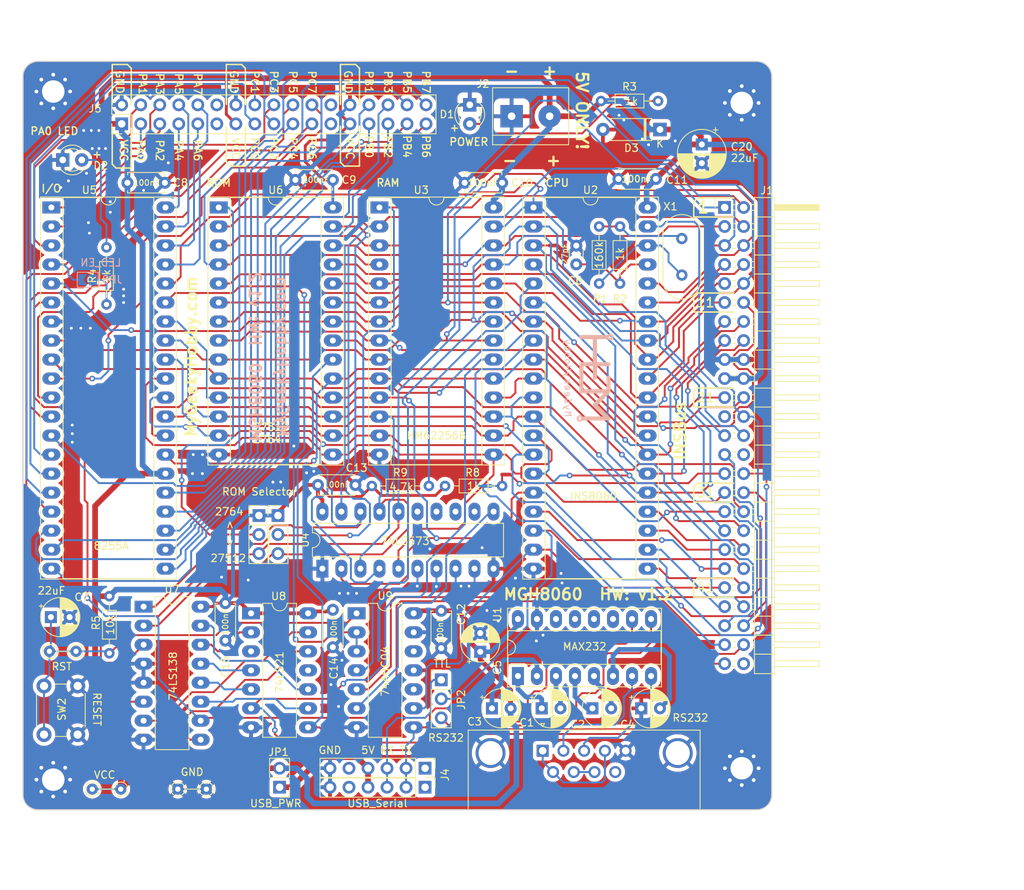
<source format=kicad_pcb>
(kicad_pcb (version 20221018) (generator pcbnew)
  (layers (0 "F.Cu" signal) (31 "B.Cu" signal) (34 "B.Paste" user) (35 "F.Paste" user) (36 "B.SilkS" user "B.Silkscreen") (37 "F.SilkS" user "F.Silkscreen") (38 "B.Mask" user) (39 "F.Mask" user) (44 "Edge.Cuts" user))
  (net 0 "")
  (net 1 "GND")
  (net 2 "VCC")
  (net 3 "/~{RESET}")
  (net 4 "Net-(U2-XIN)")
  (net 5 "/A15")
  (net 6 "/A14")
  (net 7 "/A13")
  (net 8 "/A12")
  (net 9 "/A11")
  (net 10 "/A10")
  (net 11 "/A9")
  (net 12 "/A8")
  (net 13 "/A7")
  (net 14 "/A6")
  (net 15 "/A5")
  (net 16 "/A4")
  (net 17 "/A3")
  (net 18 "/A2")
  (net 19 "/A1")
  (net 20 "/A0")
  (net 22 "Net-(U1-C1+)")
  (net 23 "Net-(U1-C1-)")
  (net 24 "/D1")
  (net 25 "/D0")
  (net 26 "/D3")
  (net 27 "/D2")
  (net 28 "/D5")
  (net 29 "/D4")
  (net 30 "/D7")
  (net 31 "/D6")
  (net 32 "/~{RAM_CS}")
  (net 33 "/~{IO_CS}")
  (net 34 "/~{ROM_CS}")
  (net 35 "/PA0")
  (net 36 "/PA1")
  (net 37 "/PA2")
  (net 38 "/PA3")
  (net 39 "/PA4")
  (net 40 "/PA5")
  (net 41 "/PA6")
  (net 42 "/PA7")
  (net 43 "/PC0")
  (net 44 "/PC1")
  (net 45 "/PC2")
  (net 46 "/PC3")
  (net 47 "/PC4")
  (net 48 "/PC5")
  (net 49 "/PC6")
  (net 50 "/PC7")
  (net 51 "/PB0")
  (net 52 "/PB1")
  (net 53 "/PB2")
  (net 54 "/PB3")
  (net 55 "/PB4")
  (net 56 "/PB5")
  (net 57 "/PB6")
  (net 58 "/PB7")
  (net 59 "Net-(D1-A)")
  (net 60 "Net-(U1-C2+)")
  (net 61 "Net-(D2-A)")
  (net 62 "Net-(JP8-A)")
  (net 63 "Net-(U1-C2-)")
  (net 64 "Net-(U1-VS-)")
  (net 65 "Net-(U1-VS+)")
  (net 68 "/TX")
  (net 69 "/SB")
  (net 70 "Net-(J4-Pin_4)")
  (net 72 "/~{HOLD}")
  (net 79 "/~{ENIN}")
  (net 80 "Net-(R1-Pad2)")
  (net 81 "/CONT")
  (net 82 "/~{BREQ}")
  (net 83 "/~{WDS}")
  (net 84 "/~{RDS}")
  (net 85 "/~{ENOUT}")
  (net 86 "/SA")
  (net 87 "/F0")
  (net 88 "/F1")
  (net 89 "/F2")
  (net 90 "/SOUT")
  (net 91 "/SIN")
  (net 92 "/~{ADS}")
  (net 94 "Net-(J3-Pad1)")
  (net 95 "Net-(U1-T2OUT)")
  (net 96 "Net-(U1-R2IN)")
  (net 97 "Net-(J3-Pad7)")
  (net 99 "/RX_USB")
  (net 100 "/RX_232")
  (net 101 "Net-(U4-Load)")
  (net 106 "Net-(U7-O7)")
  (net 107 "Net-(U7-O6)")
  (net 108 "Net-(U7-O4)")
  (net 109 "Net-(U7-O3)")
  (net 110 "Net-(U7-O2)")
  (net 111 "Net-(U7-O1)")
  (net 112 "Net-(U7-O0)")
  (net 113 "/ROM_27")
  (net 114 "/ROM_1")
  (net 115 "Net-(U2-XOUT)")
  (net 116 "Net-(NT1-Pad1)")
  (net 117 "/RESET")
  (net 124 "/~{Ext_RESET}")
  (footprint "Capacitor_THT:C_Disc_D4.7mm_W2.5mm_P5.00mm" (layer "F.Cu") (at 125.476 57.023 180)
    (fp_text reference "C9")
    (fp_text value "100nF")
  )
  (footprint "Capacitor_THT:C_Disc_D4.7mm_W2.5mm_P5.00mm" (layer "F.Cu") (at 168.616 56.896 180)
    (fp_text reference "C11")
    (fp_text value "100nF")
  )
  (footprint "Capacitor_THT:C_Disc_D4.7mm_W2.5mm_P5.00mm" (layer "F.Cu") (at 148.082 57.404 180)
    (fp_text reference "C10")
    (fp_text value "100nF")
  )
  (footprint "LED_THT:LED_D3.0mm" (layer "F.Cu") (at 143.764 46.99 -90)
    (fp_text reference "D1")
    (fp_text value "LED")
  )
  (footprint "Diode_THT:D_A-405_P7.62mm_Horizontal" (layer "F.Cu") (at 169.164 50.292 180)
    (fp_text reference "D3")
    (fp_text value "1N4002")
  )
  (footprint "MountingHole:MountingHole_3mm_Pad_Via" (layer "F.Cu") (at 180.086 135.636)
    (fp_text reference "H1" hide)
    (fp_text value "MountingHole_Pad")
  )
  (footprint "MountingHole:MountingHole_3mm_Pad_Via" (layer "F.Cu") (at 88.138 137.16)
    (fp_text reference "H2" hide)
    (fp_text value "MountingHole_Pad")
  )
  (footprint "MountingHole:MountingHole_3mm_Pad_Via" (layer "F.Cu") (at 88.138 45.212)
    (fp_text reference "H3" hide)
    (fp_text value "MountingHole_Pad")
  )
  (footprint "Connector_PinHeader_2.54mm:PinHeader_1x02_P2.54mm_Vertical" (layer "F.Cu") (at 118.364 138.176 180)
    (fp_text reference "JP1")
    (fp_text value "VCC_EN")
  )
  (footprint "Resistor_THT:R_Axial_DIN0204_L3.6mm_D1.6mm_P7.62mm_Horizontal" (layer "F.Cu") (at 161.036 70.866 90)
    (fp_text reference "R1")
    (fp_text value "160k")
  )
  (footprint "Resistor_THT:R_Axial_DIN0204_L3.6mm_D1.6mm_P7.62mm_Horizontal" (layer "F.Cu") (at 161.29 46.482)
    (fp_text reference "R3")
    (fp_text value "1k")
  )
  (footprint "Package_DIP:DIP-40_W15.24mm_Socket_LongPads" (layer "F.Cu") (at 152.273 60.706)
    (fp_text reference "U2")
    (fp_text value "INS8060")
  )
  (footprint "Package_DIP:DIP-28_W15.24mm_Socket_LongPads" (layer "F.Cu") (at 131.699 60.706)
    (fp_text reference "U3")
    (fp_text value "HM62256B")
  )
  (footprint "Crystal:Crystal_HC49-U_Vertical" (layer "F.Cu") (at 172.085 64.86 -90)
    (fp_text reference "X1")
    (fp_text value "4MHz")
  )
  (footprint "Connector_PinHeader_2.54mm:PinHeader_2x25_P2.54mm_Horizontal" (layer "F.Cu") (at 177.8 60.706)
    (fp_text reference "J1")
    (fp_text value "Z80Bus")
  )
  (footprint "Connector_PinHeader_2.54mm:PinHeader_2x17_P2.54mm_Vertical" (layer "F.Cu") (at 97.282 49.53 90)
    (fp_text reference "J5")
    (fp_text value "Conn_02x15_Odd_Even")
  )
  (footprint "MountingHole:MountingHole_3mm_Pad_Via" (layer "F.Cu") (at 180.086 46.736)
    (fp_text reference "H4" hide)
    (fp_text value "MountingHole_Pad")
  )
  (footprint "TerminalBlock:TerminalBlock_bornier-2_P5.08mm" (layer "F.Cu") (at 149.352 48.514)
    (fp_text reference "J2")
    (fp_text value "Screw_Terminal_01x02")
  )
  (footprint "Package_DIP:DIP-40_W15.24mm_Socket_LongPads" (layer "F.Cu") (at 87.884 60.706)
    (fp_text reference "U5")
    (fp_text value "8255A")
  )
  (footprint "Capacitor_THT:C_Disc_D4.7mm_W2.5mm_P5.00mm" (layer "F.Cu") (at 98.044 57.404)
    (fp_text reference "C8")
    (fp_text value "100nF")
  )
  (footprint "TestPoint:TestPoint_THTPad_D1.5mm_Drill0.7mm" (layer "F.Cu") (at 97.155 138.43 -90)
    (fp_text reference "TP1")
    (fp_text value "5V VCC")
  )
  (footprint "TestPoint:TestPoint_THTPad_D1.5mm_Drill0.7mm" (layer "F.Cu") (at 104.775 138.43 90)
    (fp_text reference "TP2" hide)
    (fp_text value "GND")
  )
  (footprint "TestPoint:TestPoint_THTPad_D1.5mm_Drill0.7mm" (layer "F.Cu") (at 93.345 138.43 -90)
    (fp_text reference "TP3")
    (fp_text value "5V VCC")
  )
  (footprint "TestPoint:TestPoint_THTPad_D1.5mm_Drill0.7mm" (layer "F.Cu") (at 108.585 138.43 90)
    (fp_text reference "TP4" hide)
    (fp_text value "GND")
  )
  (footprint "Resistor_THT:R_Axial_DIN0204_L3.6mm_D1.6mm_P7.62mm_Horizontal" (layer "F.Cu") (at 163.83 63.246 -90)
    (fp_text reference "R2")
    (fp_text value "1k")
  )
  (footprint "Capacitor_THT:C_Disc_D4.7mm_W2.5mm_P5.00mm" (layer "F.Cu") (at 139.954 114.594 -90)
    (fp_text reference "C12")
    (fp_text value "100nF")
  )
  (footprint "Capacitor_THT:C_Disc_D3.0mm_W1.6mm_P2.50mm" (layer "F.Cu") (at 157.988 68.306 90)
    (fp_text reference "C6")
    (fp_text value "27pF")
  )
  (footprint "Resistor_THT:R_Axial_DIN0204_L3.6mm_D1.6mm_P7.62mm_Horizontal" (layer "F.Cu") (at 95.631 112.649 -90)
    (fp_text reference "R5")
    (fp_text value "10k")
  )
  (footprint "Capacitor_THT:CP_Radial_D6.3mm_P2.50mm" (layer "F.Cu") (at 174.752 52.2846 -90)
    (fp_text reference "C20")
    (fp_text value "22uF")
  )
  (footprint "LED_THT:LED_D3.0mm" (layer "F.Cu") (at 89.408 54.356)
    (fp_text reference "D2")
    (fp_text value "LED")
  )
  (footprint "Resistor_THT:R_Axial_DIN0204_L3.6mm_D1.6mm_P7.62mm_Horizontal" (layer "F.Cu") (at 95.25 73.66 90)
    (fp_text reference "R4")
    (fp_text value "1k")
  )
  (footprint "Capacitor_THT:CP_Radial_D5.0mm_P2.50mm" (layer "F.Cu") (at 87.8219 115.443)
    (fp_text reference "C7")
    (fp_text value "22uF")
  )
  (footprint "Capacitor_THT:C_Disc_D4.7mm_W2.5mm_P5.00mm" (layer "F.Cu") (at 111.125 113.578 -90)
    (fp_text reference "C15")
    (fp_text value "100nF")
  )
  (footprint "Button_Switch_THT:SW_PUSH_6mm" (layer "F.Cu") (at 91.404 124.639 -90)
    (fp_text reference "SW2")
    (fp_text value "SW_Push")
  )
  (footprint "Resistor_THT:R_Axial_DIN0204_L3.6mm_D1.6mm_P7.62mm_Horizontal" (layer "F.Cu") (at 140.462 97.917)
    (fp_text reference "R8")
    (fp_text value "1k")
  )
  (footprint "Connector_PinHeader_2.54mm:PinHeader_1x03_P2.54mm_Vertical" (layer "F.Cu") (at 118.14545 101.86785)
    (fp_text reference "JP3" hide)
    (fp_text value "Pin27_Select" hide)
  )
  (footprint "Capacitor_THT:CP_Radial_D5.0mm_P2.50mm" (layer "F.Cu") (at 146.725 127.635)
    (fp_text reference "C3")
    (fp_text value "1uF")
  )
  (footprint "Connector_PinHeader_2.54mm:PinHeader_1x03_P2.54mm_Vertical" (layer "F.Cu") (at 115.60545 101.86785)
    (fp_text reference "JP4" hide)
    (fp_text value "Pin1_Select" hide)
  )
  (footprint "Package_DIP:DIP-16_W7.62mm_LongPads" (layer "F.Cu") (at 100.203 114.046)
    (fp_text reference "U7")
    (fp_text value "74LS138")
  )
  (footprint "Capacitor_THT:CP_Radial_D5.0mm_P2.50mm" (layer "F.Cu") (at 145.161 120.0771 90)
    (fp_text reference "C5")
    (fp_text value "1uF")
  )
  (footprint "TestPoint:TestPoint_THTPad_D1.5mm_Drill0.7mm" (layer "F.Cu") (at 87.63 120.015 90)
    (fp_text reference "TP7" hide)
    (fp_text value "5V VCC")
  )
  (footprint "NetTie:NetTie-2_SMD_Pad0.5mm" (layer "F.Cu") (at 154.94 65.786 180)
    (fp_text reference "NT3" hide)
    (fp_text value "NetTie_2" hide)
  )
  (footprint "Connector_PinHeader_2.54mm:PinHeader_1x06_P2.54mm_Vertical" (layer "F.Cu") (at 137.795 138.176 -90)
    (fp_text reference "J4")
    (fp_text value "FTDI")
  )
  (footprint "Package_DIP:DIP-16_W7.62mm_Socket_LongPads" (layer "F.Cu") (at 150.194 123.317 90)
    (fp_text reference "U1")
    (fp_text value "MAX232")
  )
  (footprint "Capacitor_THT:CP_Radial_D5.0mm_P2.50mm" (layer "F.Cu") (at 160.147 127.635)
    (fp_text reference "C2")
    (fp_text value "1uF")
  )
  (footprint "Resistor_THT:R_Axial_DIN0204_L3.6mm_D1.6mm_P7.62mm_Horizontal" (layer "F.Cu") (at 130.683 97.917)
    (fp_text reference "R9")
    (fp_text value "4.7k")
  )
  (footprint "Package_DIP:DIP-20_W7.62mm_LongPads" (layer "F.Cu") (at 124.079 108.966 90)
    (fp_text reference "U4")
    (fp_text value "74LS573")
  )
  (footprint "Capacitor_THT:CP_Radial_D5.0mm_P2.50mm" (layer "F.Cu") (at 166.664 127.635)
    (fp_text reference "C4")
    (fp_text value "1uF")
  )
  (footprint "Capacitor_THT:CP_Radial_D5.0mm_P2.50mm" (layer "F.Cu") (at 153.3713 127.635)
    (fp_text reference "C1")
    (fp_text value "1uF")
  )
  (footprint "Package_DIP:DIP-14_W7.62mm_LongPads" (layer "F.Cu") (at 114.554 114.935)
    (fp_text reference "U8")
    (fp_text value "74LS21")
  )
  (footprint "TestPoint:TestPoint_THTPad_D1.5mm_Drill0.7mm" (layer "F.Cu") (at 91.18 120.015 90)
    (fp_text reference "TP8" hide)
    (fp_text value "5V VCC")
  )
  (footprint "Connector_Dsub:DSUB-9_Male_Horizontal_P2.77x2.84mm_EdgePinOffset4.94mm_Housed_MountingHolesOffset7.48mm" (layer "F.Cu") (at 153.5 133.304)
    (fp_text reference "J3" hide)
    (fp_text value "DB9_Male")
  )
  (footprint "Connector_PinHeader_2.54mm:PinHeader_1x03_P2.54mm_Vertical" (layer "F.Cu") (at 139.954 123.825)
    (fp_text reference "JP2")
    (fp_text value "RX_Select")
  )
  (footprint "Capacitor_THT:C_Disc_D4.7mm_W2.5mm_P5.00mm" (layer "F.Cu") (at 123.484 97.79)
    (fp_text reference "C13")
    (fp_text value "100nF")
  )
  (footprint "NetTie:NetTie-2_SMD_Pad0.5mm" (layer "F.Cu") (at 148.59 96.393)
    (fp_text reference "NT2" hide)
    (fp_text value "NetTie_2" hide)
  )
  (footprint "Package_DIP:DIP-28_W15.24mm_Socket_LongPads" (layer "F.Cu") (at 110.236 60.706)
    (fp_text reference "U6")
    (fp_text value "27C512")
  )
  (footprint "Connector_PinHeader_2.54mm:PinHeader_1x06_P2.54mm_Vertical" (layer "F.Cu") (at 137.795 135.636 -90)
    (fp_text reference "J6" hide)
    (fp_text value "FTDI")
  )
  (footprint "Package_DIP:DIP-14_W7.62mm_LongPads" (layer "F.Cu") (at 128.651 114.935)
    (fp_text reference "U9")
    (fp_text value "74AHC04")
  )
  (footprint "Capacitor_THT:C_Disc_D4.7mm_W2.5mm_P5.00mm" (layer "F.Cu") (at 125.476 114.467 -90)
    (fp_text reference "C14")
    (fp_text value "100nF")
  )
  (footprint "Jumper:SolderJumper-2_P1.3mm_Open_TrianglePad1.0x1.5mm" (layer "B.Cu") (at 92.747 70.358 180)
    (fp_text reference "JP8")
    (fp_text value "LED_EN")
  )
  (footprint "NetTie:NetTie-2_SMD_Pad0.5mm" (layer "B.Cu") (at 146.05 97.917 180)
    (fp_text reference "NT1" hide)
    (fp_text value "NetTie_2" hide)
  )
  (footprint "LOGO" (layer "B.Cu") (at 159.198187 83.457198 90)
    (fp_text reference "G***" hide)
    (fp_text value "LOGO" hide)
  )
  (gr_line (start 173.676 59.944) (end 173.676 61.976) (stroke (width 0.2)) (layer "F.SilkS"))
  (gr_line (start 174.184 59.436) (end 173.676 59.944) (stroke (width 0.2)) (layer "F.SilkS"))
  (gr_line (start 179.01 59.436) (end 174.184 59.436) (stroke (width 0.2)) (layer "F.SilkS"))
  (gr_line (start 179.01 61.976) (end 173.676 61.976) (stroke (width 0.2)) (layer "F.SilkS"))
  (gr_line (start 98.552 50.098) (end 98.552 55.432) (stroke (width 0.2)) (layer "F.SilkS"))
  (gr_line (start 96.012 54.924) (end 96.52 55.432) (stroke (width 0.2)) (layer "F.SilkS"))
  (gr_line (start 96.52 55.432) (end 98.552 55.432) (stroke (width 0.2)) (layer "F.SilkS"))
  (gr_line (start 96.012 50.098) (end 96.012 54.924) (stroke (width 0.2)) (layer "F.SilkS"))
  (gr_line (start 111.252 54.67) (end 111.76 55.178) (stroke (width 0.2)) (layer "F.SilkS"))
  (gr_line (start 111.76 55.178) (end 113.792 55.178) (stroke (width 0.2)) (layer "F.SilkS"))
  (gr_line (start 113.792 49.844) (end 113.792 55.178) (stroke (width 0.2)) (layer "F.SilkS"))
  (gr_line (start 111.252 49.844) (end 111.252 54.67) (stroke (width 0.2)) (layer "F.SilkS"))
  (gr_line (start 127 55.178) (end 129.032 55.178) (stroke (width 0.2)) (layer "F.SilkS"))
  (gr_line (start 126.492 54.67) (end 127 55.178) (stroke (width 0.2)) (layer "F.SilkS"))
  (gr_line (start 129.032 49.844) (end 129.032 55.178) (stroke (width 0.2)) (layer "F.SilkS"))
  (gr_line (start 126.492 49.844) (end 126.492 54.67) (stroke (width 0.2)) (layer "F.SilkS"))
  (gr_line (start 96.012 46.93) (end 96.012 41.596) (stroke (width 0.2)) (layer "F.SilkS"))
  (gr_line (start 98.044 41.596) (end 96.012 41.596) (stroke (width 0.2)) (layer "F.SilkS"))
  (gr_line (start 98.552 46.93) (end 98.552 42.104) (stroke (width 0.2)) (layer "F.SilkS"))
  (gr_line (start 98.552 42.104) (end 98.044 41.596) (stroke (width 0.2)) (layer "F.SilkS"))
  (gr_line (start 113.284 41.596) (end 111.252 41.596) (stroke (width 0.2)) (layer "F.SilkS"))
  (gr_line (start 111.252 46.93) (end 111.252 41.596) (stroke (width 0.2)) (layer "F.SilkS"))
  (gr_line (start 113.792 46.93) (end 113.792 42.104) (stroke (width 0.2)) (layer "F.SilkS"))
  (gr_line (start 113.792 42.104) (end 113.284 41.596) (stroke (width 0.2)) (layer "F.SilkS"))
  (gr_line (start 129.032 46.93) (end 129.032 42.104) (stroke (width 0.2)) (layer "F.SilkS"))
  (gr_line (start 129.032 42.104) (end 128.524 41.596) (stroke (width 0.2)) (layer "F.SilkS"))
  (gr_line (start 126.492 46.93) (end 126.492 41.596) (stroke (width 0.2)) (layer "F.SilkS"))
  (gr_line (start 128.524 41.596) (end 126.492 41.596) (stroke (width 0.2)) (layer "F.SilkS"))
  (gr_line (start 179.01 74.676) (end 173.676 74.676) (stroke (width 0.2)) (layer "F.SilkS"))
  (gr_line (start 173.676 72.644) (end 173.676 74.676) (stroke (width 0.2)) (layer "F.SilkS"))
  (gr_line (start 179.01 72.136) (end 174.184 72.136) (stroke (width 0.2)) (layer "F.SilkS"))
  (gr_line (start 174.184 72.136) (end 173.676 72.644) (stroke (width 0.2)) (layer "F.SilkS"))
  (gr_line (start 174.184 84.836) (end 173.676 85.344) (stroke (width 0.2)) (layer "F.SilkS"))
  (gr_line (start 179.01 87.376) (end 173.676 87.376) (stroke (width 0.2)) (layer "F.SilkS"))
  (gr_line (start 173.676 85.344) (end 173.676 87.376) (stroke (width 0.2)) (layer "F.SilkS"))
  (gr_line (start 179.01 84.836) (end 174.184 84.836) (stroke (width 0.2)) (layer "F.SilkS"))
  (gr_line (start 173.676 98.044) (end 173.676 100.076) (stroke (width 0.2)) (layer "F.SilkS"))
  (gr_line (start 179.01 97.536) (end 174.184 97.536) (stroke (width 0.2)) (layer "F.SilkS"))
  (gr_line (start 174.184 97.536) (end 173.676 98.044) (stroke (width 0.2)) (layer "F.SilkS"))
  (gr_line (start 179.01 100.076) (end 173.676 100.076) (stroke (width 0.2)) (layer "F.SilkS"))
  (gr_line (start 173.676 110.744) (end 173.676 112.776) (stroke (width 0.2)) (layer "F.SilkS"))
  (gr_line (start 179.01 110.236) (end 174.184 110.236) (stroke (width 0.2)) (layer "F.SilkS"))
  (gr_line (start 179.01 112.776) (end 173.676 112.776) (stroke (width 0.2)) (layer "F.SilkS"))
  (gr_line (start 174.184 110.236) (end 173.676 110.744) (stroke (width 0.2)) (layer "F.SilkS"))
  (gr_line (start 94.295 138.43) (end 96.205 138.43) (stroke (width 0.12)) (layer "F.SilkS"))
  (gr_line (start 105.725 138.43) (end 107.635 138.43) (stroke (width 0.12)) (layer "F.SilkS"))
  (gr_line (start 88.58 120.015) (end 90.23 120.015) (stroke (width 0.12)) (layer "F.SilkS"))
  (gr_line (start 84.09 139.186) (end 84.09 43.186) (stroke (width 0.15)) (layer "Edge.Cuts"))
  (gr_line (start 182.09 141.186) (end 86.09 141.186) (stroke (width 0.15)) (layer "Edge.Cuts"))
  (gr_arc (start 86.09 141.186) (mid 84.675786 140.600214) (end 84.09 139.186) (stroke (width 0.15)) (layer "Edge.Cuts"))
  (gr_line (start 86.09 41.186) (end 182.09 41.186) (stroke (width 0.15)) (layer "Edge.Cuts"))
  (gr_arc (start 84.09 43.186) (mid 84.675786 41.771786) (end 86.09 41.186) (stroke (width 0.15)) (layer "Edge.Cuts"))
  (gr_arc (start 184.09 139.186) (mid 183.504214 140.600214) (end 182.09 141.186) (stroke (width 0.15)) (layer "Edge.Cuts"))
  (gr_arc (start 182.09 41.186) (mid 183.504214 41.771786) (end 184.09 43.186) (stroke (width 0.15)) (layer "Edge.Cuts"))
  (gr_line (start 184.09 43.186) (end 184.09 139.186) (stroke (width 0.15)) (layer "Edge.Cuts"))
  (gr_text "MGH8060  HW: v1.2" (at 115.062 80.645 270) (layer "B.SilkS") (effects (font (size 1.5 1.5) (thickness 0.3)) (justify mirror)))
  (gr_text "MyGeekyHobby.com" (at 118.745 80.645 -90) (layer "B.SilkS") (effects (font (size 1.5 1.5) (thickness 0.3)) (justify mirror)))
  (gr_text "1" (at 174.946 60.706) (layer "F.SilkS") (effects (font (size 1.5 1.5) (thickness 0.3))))
  (gr_text "INSBus" (at 171.831 90.551 90) (layer "F.SilkS") (effects (font (size 1.5 1.5) (thickness 0.3))))
  (gr_text "GND" (at 106.68 136.144) (layer "F.SilkS") (effects (font (size 0.9906 0.9906))))
  (gr_text "VCC\n" (at 94.996 136.525) (layer "F.SilkS") (effects (font (size 0.9906 0.9906))))
  (gr_text "MGH8060  HW: v1.2" (at 159.639 112.395) (layer "F.SilkS") (effects (font (size 1.5 1.5) (thickness 0.3))))
  (gr_text "VCC" (at 97.536 53.086 270) (layer "F.SilkS") (effects (font (size 1.016 1.016) (thickness 0.1778))))
  (gr_text "VCC" (at 112.522 52.832 270) (layer "F.SilkS") (effects (font (size 1.016 1.016) (thickness 0.1778))))
  (gr_text "VCC" (at 127.762 52.832 270) (layer "F.SilkS") (effects (font (size 1.016 1.016) (thickness 0.1778))))
  (gr_text "GND" (at 97.028 43.942 270) (layer "F.SilkS") (effects (font (size 1.016 1.016) (thickness 0.1778))))
  (gr_text "GND" (at 112.268 43.942 270) (layer "F.SilkS") (effects (font (size 1.016 1.016) (thickness 0.1778))))
  (gr_text "GND" (at 127.508 43.942 270) (layer "F.SilkS") (effects (font (size 1.016 1.016) (thickness 0.1778))))
  (gr_text "PA0" (at 99.822 53.086 270) (layer "F.SilkS") (effects (font (size 1.016 1.016) (thickness 0.1778))))
  (gr_text "PA7" (at 107.442 44.196 270) (layer "F.SilkS") (effects (font (size 1.016 1.016) (thickness 0.1778))))
  (gr_text "PA5" (at 104.902 44.196 270) (layer "F.SilkS") (effects (font (size 1.016 1.016) (thickness 0.1778))))
  (gr_text "PA3" (at 102.362 44.196 270) (layer "F.SilkS") (effects (font (size 1.016 1.016) (thickness 0.1778))))
  (gr_text "PA1" (at 100.076 44.196 270) (layer "F.SilkS") (effects (font (size 1.016 1.016) (thickness 0.1778))))
  (gr_text "PA2" (at 102.362 53.086 270) (layer "F.SilkS") (effects (font (size 1.016 1.016) (thickness 0.1778))))
  (gr_text "PA4" (at 104.902 53.086 270) (layer "F.SilkS") (effects (font (size 1.016 1.016) (thickness 0.1778))))
  (gr_text "PA6" (at 107.442 53.086 270) (layer "F.SilkS") (effects (font (size 1.016 1.016) (thickness 0.1778))))
  (gr_text "PC2" (at 117.602 52.832 270) (layer "F.SilkS") (effects (font (size 1.016 1.016) (thickness 0.1778))))
  (gr_text "PC0" (at 115.062 52.832 270) (layer "F.SilkS") (effects (font (size 1.016 1.016) (thickness 0.1778))))
  (gr_text "PC4" (at 120.142 52.832 270) (layer "F.SilkS") (effects (font (size 1.016 1.016) (thickness 0.1778))))
  (gr_text "PC6" (at 122.682 52.832 270) (layer "F.SilkS") (effects (font (size 1.016 1.016) (thickness 0.1778))))
  (gr_text "PC1" (at 115.062 43.942 270) (layer "F.SilkS") (effects (font (size 1.016 1.016) (thickness 0.1778))))
  (gr_text "PC3" (at 117.602 43.942 270) (layer "F.SilkS") (effects (font (size 1.016 1.016) (thickness 0.1778))))
  (gr_text "PC5" (at 120.142 43.942 270) (layer "F.SilkS") (effects (font (size 1.016 1.016) (thickness 0.1778))))
  (gr_text "PC7" (at 122.682 43.942 270) (layer "F.SilkS") (effects (font (size 1.016 1.016) (thickness 0.1778))))
  (gr_text "PB0" (at 130.302 52.578 270) (layer "F.SilkS") (effects (font (size 1.016 1.016) (thickness 0.1778))))
  (gr_text "PB2" (at 132.842 52.578 270) (layer "F.SilkS") (effects (font (size 1.016 1.016) (thickness 0.1778))))
  (gr_text "PB4" (at 135.382 52.578 270) (layer "F.SilkS") (effects (font (size 1.016 1.016) (thickness 0.1778))))
  (gr_text "PB6" (at 137.922 52.578 270) (layer "F.SilkS") (effects (font (size 1.016 1.016) (thickness 0.1778))))
  (gr_text "PB1" (at 130.302 43.942 270) (layer "F.SilkS") (effects (font (size 1.016 1.016) (thickness 0.1778))))
  (gr_text "PB3" (at 132.842 43.942 270) (layer "F.SilkS") (effects (font (size 1.016 1.016) (thickness 0.1778))))
  (gr_text "PB5" (at 135.382 43.942 270) (layer "F.SilkS") (effects (font (size 1.016 1.016) (thickness 0.1778))))
  (gr_text "PB7" (at 137.922 43.942 270) (layer "F.SilkS") (effects (font (size 1.016 1.016) (thickness 0.1778))))
  (gr_text "-" (at 149.352 42.672 180) (layer "F.SilkS") (effects (font (size 1.524 1.524) (thickness 0.3048))))
  (gr_text "+" (at 154.432 42.672 180) (layer "F.SilkS") (effects (font (size 1.524 1.524) (thickness 0.3048))))
  (gr_text "5V ONLY!" (at 158.75 47.752 270) (layer "F.SilkS") (effects (font (size 1.524 1.524) (thickness 0.3048))))
  (gr_text "POWER" (at 143.637 51.943) (layer "F.SilkS") (effects (font (size 1.016 1.016) (thickness 0.1778))))
  (gr_text "+" (at 154.94 54.61 180) (layer "F.SilkS") (effects (font (size 1.524 1.524) (thickness 0.3048))))
  (gr_text "-" (at 149.098 54.61 180) (layer "F.SilkS") (effects (font (size 1.524 1.524) (thickness 0.3048))))
  (gr_text "11" (at 175.26 73.406) (layer "F.SilkS") (effects (font (size 1.2446 1.2446) (thickness 0.2032))))
  (gr_text "21" (at 175.26 86.106) (layer "F.SilkS") (effects (font (size 1.2446 1.2446) (thickness 0.2032))))
  (gr_text "31" (at 175.26 98.806) (layer "F.SilkS") (effects (font (size 1.2446 1.2446) (thickness 0.2032))))
  (gr_text "41" (at 175.26 111.506) (layer "F.SilkS") (effects (font (size 1.2446 1.2446) (thickness 0.2032))))
  (gr_text "I/O" (at 87.884 58.166) (layer "F.SilkS") (effects (font (size 1.016 1.016) (thickness 0.1778))))
  (gr_text "ROM" (at 110.236 57.404) (layer "F.SilkS") (effects (font (size 1.016 1.016) (thickness 0.1778))))
  (gr_text "RAM" (at 132.842 57.404) (layer "F.SilkS") (effects (font (size 1.016 1.016) (thickness 0.1778))))
  (gr_text "CPU" (at 155.448 57.404) (layer "F.SilkS") (effects (font (size 1.016 1.016) (thickness 0.1778))))
  (gr_text "+" (at 93.98 53.594) (layer "F.SilkS") (effects (font (size 1.016 1.016) (thickness 0.1778))))
  (gr_text "PA0 LED" (at 88.2904 50.4952) (layer "F.SilkS") (effects (font (size 1.016 1.016) (thickness 0.1778))))
  (gr_text "+" (at 141.732 50.038) (layer "F.SilkS") (effects (font (size 1.016 1.016) (thickness 0.1778))))
  (gr_text "RS232" (at 140.589 131.572) (layer "F.SilkS") (effects (font (size 0.9906 0.9906))))
  (gr_text "2764" (at 116.713 91.694) (layer "F.SilkS") (effects (font (size 0.9906 0.9906))))
  (gr_text "5V" (at 130.175 133.223) (layer "F.SilkS") (effects (font (size 0.9906 0.9906))))
  (gr_text "27512" (at 111.506 107.569) (layer "F.SilkS") (effects (font (size 0.9906 0.9906))))
  (gr_text "27512" (at 117.221 90.043) (layer "F.SilkS") (effects (font (size 0.9906 0.9906))))
  (gr_text "2764" (at 111.633 101.346) (layer "F.SilkS") (effects (font (size 0.9906 0.9906))))
  (gr_text "RX" (at 132.715 133.223) (layer "F.SilkS") (effects (font (size 0.9906 0.9906))))
  (gr_text "TX" (at 135.255 133.223) (layer "F.SilkS") (effects (font (size 0.9906 0.9906))))
  (gr_text "MyGeekyHobby.com" (at 106.553 80.645 90) (layer "F.SilkS") (effects (font (size 1.5 1.5) (thickness 0.3))))
  (gr_text "RST" (at 89.281 122.047) (layer "F.SilkS") (effects (font (size 0.9906 0.9906))))
  (gr_text "RS232" (at 173.228 128.905) (layer "F.SilkS") (effects (font (size 0.9906 0.9906))))
  (gr_text "RESET" (at 93.98 127.762 270) (layer "F.SilkS") (effects (font (size 0.9906 0.9906))))
  (gr_text "USB_Serial" (at 131.445 140.335) (layer "F.SilkS") (effects (font (size 0.9906 0.9906))))
  (gr_text "GND" (at 125.095 133.223) (layer "F.SilkS") (effects (font (size 0.9906 0.9906))))
  (gr_text "<->" (at 111.6584 104.3432 90) (layer "F.SilkS") (effects (font (size 0.9906 0.9906))))
  (gr_text "ROM Selector" (at 115.697 98.679) (layer "F.SilkS") (effects (font (size 0.9906 0.9906))))
  (gr_text "USB_PWR" (at 117.856 140.335) (layer "F.SilkS") (effects (font (size 0.9906 0.9906))))
  (gr_text "TTL" (at 140.081 121.666) (layer "F.SilkS") (effects (font (size 0.9906 0.9906))))
  (segment (start 103.044 57.404) (end 105.029 57.404) (width 0.254) (layer "F.Cu") (net 1))
  (segment (start 180.34 81.026) (end 182.372 81.026) (width 0.762) (layer "F.Cu") (net 1))
  (via (at 126.6952 121.2088) (size 0.762) (drill 0.381) (layers "F.Cu" "B.Cu") (net 1))
  (via (at 93.091 76.835) (size 0.762) (drill 0.381) (layers "F.Cu" "B.Cu") (net 1))
  (via (at 90.678 90.932) (size 0.762) (drill 0.381) (layers "F.Cu" "B.Cu") (net 1))
  (via (at 106.8324 93.726) (size 0.762) (drill 0.381) (layers "F.Cu" "B.Cu") (net 1))
  (via (at 122.936 95.9612) (size 0.762) (drill 0.381) (layers "F.Cu" "B.Cu") (net 1))
  (via (at 117.475 44.831) (size 0.762) (drill 0.381) (layers "F.Cu" "B.Cu") (net 1))
  (via (at 97.536 73.406) (size 0.762) (drill 0.381) (layers "F.Cu" "B.Cu") (net 1))
  (via (at 91.821 76.835) (size 0.762) (drill 0.381) (layers "F.Cu" "B.Cu") (net 1))
  (via (at 136.7536 111.302798) (size 0.762) (drill 0.381) (layers "F.Cu" "B.Cu") (net 1))
  (via (at 92.583 56.134) (size 0.762) (drill 0.381) (layers "F.Cu" "B.Cu") (net 1))
  (via (at 127.508 112.268) (size 0.762) (drill 0.381) (layers "F.Cu" "B.Cu") (net 1))
  (via (at 153.543 117.856) (size 0.762) (drill 0.381) (layers "F.Cu" "B.Cu") (net 1))
  (via (at 108.077 93.726) (size 0.762) (drill 0.381) (layers "F.Cu" "B.Cu") (net 1))
  (via (at 108.0516 96.266) (size 0.762) (drill 0.381) (layers "F.Cu" "B.Cu") (net 1))
  (via (at 118.5164 97.3836) (size 0.762) (drill 0.381) (layers "F.Cu" "B.Cu") (net 1))
  (via (at 92.837 62.738) (size 0.762) (drill 0.381) (layers "F.Cu" "B.Cu") (net 1))
  (via (at 101.092 45.72) (size 0.762) (drill 0.381) (layers "F.Cu" "B.Cu") (net 1))
  (via (at 166.8018 51.562) (size 0.762) (drill 0.381) (layers "F.Cu" "B.Cu") (net 1))
  (via (at 152.654 118.618) (size 0.762) (drill 0.381) (layers "F.Cu" "B.Cu") (net 1))
  (via (at 125.222 124.46) (size 0.762) (drill 0.381) (layers "F.Cu" "B.Cu") (net 1))
  (via (at 171.196 51.816) (size 0.762) (drill 0.381) (layers "F.Cu" "B.Cu") (net 1))
  (via (at 97.536 71.628) (size 0.762) (drill 0.381) (layers "F.Cu" "B.Cu") (net 1))
  (via (at 110.617 110.109) (size 0.762) (drill 0.381) (layers "F.Cu" "B.Cu") (net 1))
  (via (at 93.218 50.419) (size 0.762) (drill 0.381) (layers "F.Cu" "B.Cu") (net 1))
  (via (at 149.86 110.236) (size 0.762) (drill 0.381) (layers "F.Cu" "B.Cu") (net 1))
  (via (at 138.43 106.3244) (size 0.762) (drill 0.381) (layers "F.Cu" "B.Cu") (net 1))
  (via (at 95.758 61.341) (size 0.762) (drill 0.381) (layers "F.Cu" "B.Cu") (net 1))
  (via (at 147.574 115.951) (size 0.762) (drill 0.381) (layers "F.Cu" "B.Cu") (net 1))
  (via (at 92.964 64.135) (size 0.762) (drill 0.381) (layers "F.Cu" "B.Cu") (net 1))
  (via (at 143.6624 111.3028) (size 0.762) (drill 0.381) (layers "F.Cu" "B.Cu") (net 1))
  (via (at 103.505 54.737) (size 0.762) (drill 0.381) (layers "F.Cu" "B.Cu") (net 1))
  (via (at 139.293606 111.3536) (size 0.762) (drill 0.381) (layers "F.Cu" "B.Cu") (net 1))
  (via (at 145.415 106.172) (size 0.762) (drill 0.381) (layers "F.Cu" "B.Cu") (net 1))
  (via (at 114.173 110.49) (size 0.762) (drill 0.381) (layers "F.Cu" "B.Cu") (net 1))
  (via (at 95.758 59.944) (size 0.762) (drill 0.381) (layers "F.Cu" "B.Cu") (net 1))
  (via (at 112.522 45.212) (size 0.762) (drill 0.381) (layers "F.Cu" "B.Cu") (net 1))
  (via (at 92.202 50.419) (size 0.762) (drill 0.381) (layers "F.Cu" "B.Cu") (net 1))
  (via (at 94.234 50.419) (size 0.762) (drill 0.381) (layers "F.Cu" "B.Cu") (net 1))
  (via (at 106.7308 96.266) (size 0.762) (drill 0.381) (layers "F.Cu" "B.Cu") (net 1))
  (via (at 121.9708 96.1644) (size 0.762) (drill 0.381) (layers "F.Cu" "B.Cu") (net 1))
  (via (at 126.238 127.381) (size 0.762) (drill 0.381) (layers "F.Cu" "B.Cu") (net 1))
  (via (at 94.234 52.832) (size 0.762) (drill 0.381) (layers "F.Cu" "B.Cu") (net 1))
  (via (at 100.203 58.42) (size 0.762) (drill 0.381) (layers "F.Cu" "B.Cu") (net 1))
  (via (at 155.956 109.601) (size 0.762) (drill 0.381) (layers "F.Cu" "B.Cu") (net 1))
  (via (at 142.5956 111.3028) (size 0.762) (drill 0.381) (layers "F.Cu" "B.Cu") (net 1))
  (via (at 167.64 52.324) (size 0.762) (drill 0.381) (layers "F.Cu" "B.Cu") (net 1))
  (via (at 156.083 110.871) (size 0.762) (drill 0.381) (layers "F.Cu" "B.Cu") (net 1))
  (via (at 95.123 52.832) (size 0.762) (drill 0.381) (layers "F.Cu" "B.Cu") (net 1))
  (via (at 90.678 89.789) (size 0.762) (drill 0.381) (layers "F.Cu" "B.Cu") (net 1))
  (via (at 164.338 49.022) (size 0.762) (drill 0.381) (layers "F.Cu" "B.Cu") (net 1))
  (via (at 90.551 76.835) (size 0.762) (drill 0.381) (layers "F.Cu" "B.Cu") (net 1))
  (via (at 163.703 48.387) (size 0.762) (drill 0.381) (layers "F.Cu" "B.Cu") (net 1))
  (via (at 90.678 92.075) (size 0.762) (drill 0.381) (layers "F.Cu" "B.Cu") (net 1))
  (via (at 128.651 112.268) (size 0.762) (drill 0.381) (layers "F.Cu" "B.Cu") (net 1))
  (via (at 117.475 97.409) (size 0.762) (drill 0.381) (layers "F.Cu" "B.Cu") (net 1))
  (via (at 146.05 114.554) (size 0.762) (drill 0.381) (layers "F.Cu" "B.Cu") (net 1))
  (via (at 120.269 92.583) (size 0.762) (drill 0.381) (layers "F.Cu" "B.Cu") (net 1))
  (via (at 126.365 112.268) (size 0.762) (drill 0.381) (layers "F.Cu" "B.Cu") (net 1))
  (via (at 90.17 57.15) (size 0.762) (drill 0.381) (layers "F.Cu" "B.Cu") (net 1))
  (via (at 89.154 58.039) (size 0.762) (drill 0.381) (layers "F.Cu" "B.Cu") (net 1))
  (via (at 93.345 52.832) (size 0.762) (drill 0.381) (layers "F.Cu" "B.Cu") (net 1))
  (via (at 97.536 72.517) (size 0.762) (drill 0.381) (layers "F.Cu" "B.Cu") (net 1))
  (segment (start 136.779 111.277398) (end 136.7536 111.302798) (width 0.254) (layer "B.Cu") (net 1))
  (segment (start 144.399 111.0742) (end 144.4244 111.0996) (width 0.254) (layer "B.Cu") (net 1))
  (segment (start 126.492 48.26) (end 126.492 50.927) (width 0.381) (layer "B.Cu") (net 1))
  (segment (start 125.095 135.636) (end 125.095 138.176) (width 0.254) (layer "B.Cu") (net 1))
  (segment (start 180.34 81.026) (end 175.768 81.026) (width 0.762) (layer "B.Cu") (net 1))
  (segment (start 104.775 138.43) (end 108.585 138.43) (width 0.254) (layer "B.Cu") (net 1))
  (segment (start 139.319 108.966) (end 139.319 111.328206) (width 0.254) (layer "B.Cu") (net 1))
  (segment (start 139.319 111.328206) (end 139.293606 111.3536) (width 0.254) (layer "B.Cu") (net 1))
  (segment (start 144.399 108.966) (end 144.399 111.0742) (width 0.254) (layer "B.Cu") (net 1))
  (segment (start 136.779 108.966) (end 136.779 111.277398) (width 0.254) (layer "B.Cu") (net 1))
  (segment (start 141.8844 108.9279) (end 141.8844 111.0361) (width 0.254) (layer "B.Cu") (net 1))
  (segment (start 127.762 46.99) (end 126.492 48.26) (width 0.381) (layer "B.Cu") (net 1))
  (segment (start 93.726 112.649) (end 95.631 112.649) (width 0.762) (layer "F.Cu") (net 2))
  (segment (start 113.197 113.578) (end 114.554 114.935) (width 0.508) (layer "F.Cu") (net 2))
  (segment (start 123.484 99.1697) (end 123.484 97.79) (width 0.508) (layer "F.Cu") (net 2))
  (segment (start 169.164 50.292) (end 173.736 50.292) (width 0.762) (layer "F.Cu") (net 2))
  (segment (start 123.484 97.79) (end 121.793 97.79) (width 0.508) (layer "F.Cu") (net 2))
  (segment (start 126.492 48.26) (end 126.492 43.434) (width 0.381) (layer "F.Cu") (net 2))
  (segment (start 122.555 51.689) (end 121.793 52.451) (width 0.381) (layer "F.Cu") (net 2))
  (segment (start 96.266 43.434) (end 94.615 45.085) (width 0.762) (layer "F.Cu") (net 2))
  (segment (start 142.026 114.594) (end 139.954 114.594) (width 0.635) (layer "F.Cu") (net 2))
  (segment (start 97.155 127.254) (end 93.726 123.825) (width 0.762) (layer "F.Cu") (net 2))
  (segment (start 93.726 100.584) (end 98.044 96.266) (width 0.762) (layer "F.Cu") (net 2))
  (segment (start 125.262 114.681) (end 125.476 114.467) (width 0.508) (layer "F.Cu") (net 2))
  (segment (start 109.8723 113.578) (end 111.125 113.578) (width 0.381) (layer "F.Cu") (net 2))
  (segment (start 111.252 43.434) (end 96.266 43.434) (width 0.762) (layer "F.Cu") (net 2))
  (segment (start 145.161 121.158) (end 145.161 120.0771) (width 0.635) (layer "F.Cu") (net 2))
  (segment (start 94.615 48.387) (end 95.758 49.53) (width 0.762) (layer "F.Cu") (net 2))
  (segment (start 145.096 120.142) (end 145.161 120.077) (width 0.254) (layer "F.Cu") (net 2))
  (segment (start 112.522 49.53) (end 111.252 48.26) (width 0.381) (layer "F.Cu") (net 2))
  (segment (start 95.758 49.53) (end 97.282 49.53) (width 0.762) (layer "F.Cu") (net 2))
  (segment (start 130.683 97.917) (end 131.953 99.187) (width 0.381) (layer "F.Cu") (net 2))
  (segment (start 127.762 49.53) (end 126.492 48.26) (width 0.381) (layer "F.Cu") (net 2))
  (segment (start 98.6155 136.9695) (end 97.155 138.43) (width 0.762) (layer "F.Cu") (net 2))
  (segment (start 139.192 99.187) (end 140.462 97.917) (width 0.381) (layer "F.Cu") (net 2))
  (segment (start 124.206 57.023) (end 125.476 57.023) (width 0.381) (layer "F.Cu") (net 2))
  (segment (start 149.225 125.222) (end 145.161 121.158) (width 0.635) (layer "F.Cu") (net 2))
  (segment (start 159.258 48.514) (end 161.29 46.482) (width 0.762) (layer "F.Cu") (net 2))
  (segment (start 121.793 52.451) (end 121.793 54.61) (width 0.381) (layer "F.Cu") (net 2))
  (segment (start 129.286 99.314) (end 125.008 99.314) (width 0.381) (layer "F.Cu") (net 2))
  (segment (start 139.954 114.594) (end 136.612 114.594) (width 0.635) (layer "F.Cu") (net 2))
  (segment (start 111.252 48.26) (end 111.252 43.434) (width 0.381) (layer "F.Cu") (net 2))
  (segment (start 136.612 114.594) (end 136.271 114.935) (width 0.635) (layer "F.Cu") (net 2))
  (segment (start 111.125 113.578) (end 113.197 113.578) (width 0.508) (layer "F.Cu") (net 2))
  (segment (start 93.726 123.825) (end 93.726 112.649) (width 0.762) (layer "F.Cu") (net 2))
  (segment (start 98.044 96.266) (end 103.124 96.266) (width 0.762) (layer "F.Cu") (net 2))
  (segment (start 125.603 51.689) (end 122.555 51.689) (width 0.381) (layer "F.Cu") (net 2))
  (segment (start 126.492 43.434) (end 111.252 43.434) (width 0.762) (layer "F.Cu") (net 2))
  (segment (start 173.2274 52.2846) (end 172.8327 52.6793) (width 0.762) (layer "F.Cu") (net 2))
  (segment (start 130.683 97.917) (end 129.286 99.314) (width 0.381) (layer "F.Cu") (net 2))
  (segment (start 124.079 101.346) (end 124.079 99.7647) (width 0.508) (layer "F.Cu") (net 2))
  (segment (start 131.953 99.187) (end 139.192 99.187) (width 0.381) (layer "F.Cu") (net 2))
  (segment (start 109.4043 114.046) (end 109.8723 113.578) (width 0.381) (layer "F.Cu") (net 2))
  (segment (start 173.736 50.292) (end 174.625 51.181) (width 0.762) (layer "F.Cu") (net 2))
  (segment (start 174.625 52.1576) (end 174.752 52.2846) (width 0.762) (layer "F.Cu") (net 2))
  (segment (start 122.174 114.935) (end 122.428 114.681) (width 0.508) (layer "F.Cu") (net 2))
  (segment (start 107.823 114.046) (end 109.4043 114.046) (width 0.381) (layer "F.Cu") (net 2))
  (segment (start 145.161 120.142) (end 143.256 118.237) (width 0.635) (layer "F.Cu") (net 2))
  (segment (start 143.256 115.824) (end 142.026 114.594) (width 0.635) (layer "F.Cu") (net 2))
  (segment (start 143.256 118.237) (end 143.256 115.824) (width 0.635) (layer "F.Cu") (net 2))
  (segment (start 124.079 99.7647) (end 123.484 99.1697) (width 0.508) (layer "F.Cu") (net 2))
  (segment (start 145.161 121.158) (end 145.161 120.142) (width 0.635) (layer "F.Cu") (net 2))
  (segment (start 118.14545 101.43755) (end 118.14545 101.86785) (width 0.508) (layer "F.Cu") (net 2))
  (segment (start 125.008 99.314) (end 123.484 97.79) (width 0.381) (layer "F.Cu") (net 2))
  (segment (start 122.428 114.681) (end 125.262 114.681) (width 0.508) (layer "F.Cu") (net 2))
  (segment (start 154.432 44.45) (end 153.416 43.434) (width 0.762) (layer "F.Cu") (net 2))
  (segment (start 174.625 51.181) (end 174.625 52.1576) (width 0.762) (layer "F.Cu") (net 2))
  (segment (start 93.726 112.649) (end 93.726 100.584) (width 0.762) (layer "F.Cu") (net 2))
  (segment (start 127.762 49.53) (end 125.603 51.689) (width 0.381) (layer "F.Cu") (net 2))
  (segment (start 97.663 126.746) (end 97.155 127.254) (width 0.254) (layer "F.Cu") (net 2))
  (segment (start 121.793 97.79) (end 118.14545 101.43755) (width 0.508) (layer "F.Cu") (net 2))
  (segment (start 97.155 138.43) (end 97.155 127.254) (width 0.762) (layer "F.Cu") (net 2))
  (segment (start 172.8327 52.6793) (end 168.616 56.896) (width 0.762) (layer "F.Cu") (net 2))
  (segment (start 149.225 127.635) (end 149.225 125.222) (width 0.635) (layer "F.Cu") (net 2))
  (segment (start 118.364 135.636) (end 99.949 135.636) (width 0.762) (layer "F.Cu") (net 2))
  (segment (start 174.752 52.2846) (end 173.6978 52.2846) (width 0.762) (layer "F.Cu") (net 2))
  (segment (start 154.432 48.514) (end 159.258 48.514) (width 0.762) (layer "F.Cu") (net 2))
  (segment (start 99.949 135.636) (end 98.6155 136.9695) (width 0.762) (layer "F.Cu") (net 2))
  (segment (start 121.793 54.61) (end 124.206 57.023) (width 0.381) (layer "F.Cu") (net 2))
  (segment (start 145.161 120.0771) (end 145.161 120.077) (width 0.254) (layer "F.Cu") (net 2))
  (segment (start 173.6978 52.2846) (end 173.2274 52.2846) (width 0.762) (layer "F.Cu") (net 2))
  (segment (start 94.615 45.085) (end 94.615 48.387) (width 0.762) (layer "F.Cu") (net 2))
  (segment (start 153.416 43.434) (end 126.492 43.434) (width 0.762) (layer "F.Cu") (net 2))
  (segment (start 154.432 48.514) (end 154.432 44.45) (width 0.762) (layer "F.Cu") (net 2))
  (segment (start 100.203 126.746) (end 97.663 126.746) (width 0.254) (layer "F.Cu") (net 2))
  (segment (start 114.554 114.935) (end 122.174 114.935) (width 0.508) (layer "F.Cu") (net 2))
  (segment (start 169.164 50.292) (end 167.8827 50.292) (width 0.762) (layer "B.Cu") (net 2))
  (segment (start 161.29 46.482) (end 164.0727 46.482) (width 0.762) (layer "B.Cu") (net 2))
  (segment (start 147.574 140.335) (end 149.987 137.922) (width 0.762) (layer "B.Cu") (net 2))
  (segment (start 149.225 129.413) (end 149.225 127.635) (width 0.762) (layer "B.Cu") (net 2))
  (segment (start 177.8 83.566) (end 180.34 83.566) (width 0.762) (layer "B.Cu") (net 2))
  (segment (start 122.047 139.446) (end 122.936 140.335) (width 0.762) (layer "B.Cu") (net 2))
  (segment (start 149.987 130.175) (end 149.225 129.413) (width 0.762) (layer "B.Cu") (net 2))
  (segment (start 111.125 113.578) (end 112.141 112.562) (width 0.508) (layer "B.Cu") (net 2))
  (segment (start 168.616 56.896) (end 169.0943 57.3743) (width 0.254) (layer "B.Cu") (net 2))
  (segment (start 125.476 57.404) (end 125.476 60.706) (width 0.381) (layer "B.Cu") (net 2))
  (segment (start 110.43837 111.76) (end 111.125 112.44663) (width 0.762) (layer "B.Cu") (net 2))
  (segment (start 182.626 82.804) (end 181.864 83.566) (width 0.762) (layer "B.Cu") (net 2))
  (segment (start 174.752 52.2846) (end 180.6816 52.2846) (width 0.762) (layer "B.Cu") (net 2))
  (segment (start 182.626 54.229) (end 182.626 82.804) (width 0.762) (layer "B.Cu") (net 2))
  (segment (start 100.076 95.123) (end 101.219 96.266) (width 0.762) (layer "B.Cu") (net 2))
  (segment (start 112.141 112.562) (end 112.141 103.759) (width 0.508) (layer "B.Cu") (net 2))
  (segment (start 114.03215 101.86785) (end 115.60545 101.86785) (width 0.508) (layer "B.Cu") (net 2))
  (segment (start 181.864 83.566) (end 180.34 83.566) (width 0.762) (layer "B.Cu") (net 2))
  (segment (start 164.0727 46.482) (end 167.8827 50.292) (width 0.762) (layer "B.Cu") (net 2))
  (segment (start 149.987 137.922) (end 149.987 130.175) (width 0.762) (layer "B.Cu") (net 2))
  (segment (start 168.616 56.896) (end 167.386 58.126) (width 0.762) (layer "B.Cu") (net 2))
  (segment (start 101.219 96.266) (end 103.124 96.266) (width 0.762) (layer "B.Cu") (net 2))
  (segment (start 97.282 50.7613) (end 98.044 51.5233) (width 0.762) (layer "B.Cu") (net 2))
  (segment (start 154.432 50.038) (end 148.082 56.388) (width 0.762) (layer "B.Cu") (net 2))
  (segment (start 146.939 60.706) (end 146.939 59.69) (width 0.762) (layer "B.Cu") (net 2))
  (segment (start 112.141 103.759) (end 114.03215 101.86785) (width 0.508) (layer "B.Cu") (net 2))
  (segment (start 111.125 112.44663) (end 111.125 113.578) (width 0.762) (layer "B.Cu") (net 2))
  (segment (start 146.939 59.69) (end 148.082 58.547) (width 0.762) (layer "B.Cu") (net 2))
  (segment (start 98.044 57.404) (end 98.044 63.5) (width 0.762) (layer "B.Cu") (net 2))
  (segment (start 148.082 58.547) (end 148.082 57.404) (width 0.762) (layer "B.Cu") (net 2))
  (segment (start 122.936 140.335) (end 147.574 140.335) (width 0.762) (layer "B.Cu") (net 2))
  (segment (start 118.364 135.636) (end 120.65 135.636) (width 0.762) (layer "B.Cu") (net 2))
  (segment (start 120.65 135.636) (end 122.047 137.033) (width 0.762) (layer "B.Cu") (net 2))
  (segment (start 97.282 49.53) (end 97.282 50.7613) (width 0.762) (layer "B.Cu") (net 2))
  (segment (start 100.076 65.532) (end 100.076 95.123) (width 0.762) (layer "B.Cu") (net 2))
  (segment (start 95.631 112.649) (end 96.52 111.76) (width 0.762) (layer "B.Cu") (net 2))
  (segment (start 145.161 120.077) (end 146.623 120.077) (width 0.635) (layer "B.Cu") (net 2))
  (segment (start 180.6816 52.2846) (end 182.626 54.229) (width 0.762) (layer "B.Cu") (net 2))
  (segment (start 122.047 137.033) (end 122.047 139.446) (width 0.762) (layer "B.Cu") (net 2))
  (segment (start 118.14545 101.86785) (end 115.60545 101.86785) (width 0.508) (layer "B.Cu") (net 2))
  (segment (start 145.161 120.0771) (end 145.161 120.077) (width 0.254) (layer "B.Cu") (net 2))
  (segment (start 146.623 120.077) (end 150.194 116.506) (width 0.635) (layer "B.Cu") (net 2))
  (segment (start 115.22445 101.86785) (end 115.60545 101.86785) (width 0.254) (layer "B.Cu") (net 2))
  (segment (start 96.52 111.76) (end 110.43837 111.76) (width 0.762) (layer "B.Cu") (net 2))
  (segment (start 98.044 51.5233) (end 98.044 57.404) (width 0.762) (layer "B.Cu") (net 2))
  (segment (start 154.432 48.514) (end 154.432 50.038) (width 0.762) (layer "B.Cu") (net 2))
  (segment (start 150.194 116.506) (end 150.194 115.697) (width 0.635) (layer "B.Cu") (net 2))
  (segment (start 98.044 63.5) (end 100.076 65.532) (width 0.762) (layer "B.Cu") (net 2))
  (segment (start 167.386 58.126) (end 167.386 60.706) (width 0.762) (layer "B.Cu") (net 2))
  (segment (start 148.082 56.388) (end 148.082 57.404) (width 0.762) (layer "B.Cu") (net 2))
  (segment (start 93.345 138.43) (end 97.155 138.43) (width 0.254) (layer "B.Cu") (net 2))
  (segment (start 149.6073 74.8616) (end 150.6917 75.946) (width 0.254) (layer "F.Cu") (net 3))
  (segment (start 152.2186 75.946) (end 152.273 75.946) (width 0.254) (layer "F.Cu") (net 3))
  (segment (start 154.813 78.486) (end 154.813 76.962) (width 0.254) (layer "F.Cu") (net 3))
  (segment (start 166.243 89.916) (end 154.813 78.486) (width 0.254) (layer "F.Cu") (net 3))
  (segment (start 153.797 75.946) (end 152.273 75.946) (width 0.254) (layer "F.Cu") (net 3))
  (segment (start 179.07 87.376) (end 174.7346 87.376) (width 0.254) (layer "F.Cu") (net 3))
  (segment (start 149.4159 74.8616) (end 149.6073 74.8616) (width 0.254) (layer "F.Cu") (net 3))
  (segment (start 169.286669 89.420321) (end 168.79099 89.916) (width 0.254) (layer "F.Cu") (net 3))
  (segment (start 180.34 86.106) (end 179.07 87.376) (width 0.254) (layer "F.Cu") (net 3))
  (segment (start 174.7346 87.376) (end 172.690279 89.420321) (width 0.254) (layer "F.Cu") (net 3))
  (segment (start 168.79099 89.916) (end 166.243 89.916) (width 0.254) (layer "F.Cu") (net 3))
  (segment (start 154.813 76.962) (end 153.797 75.946) (width 0.254) (layer "F.Cu") (net 3))
  (segment (start 152.2186 75.946) (end 150.6917 75.946) (width 0.254) (layer "F.Cu") (net 3))
  (segment (start 172.690279 89.420321) (end 169.286669 89.420321) (width 0.254) (layer "F.Cu") (net 3))
  (via (at 149.4159 74.8616) (size 0.762) (drill 0.381) (layers "F.Cu" "B.Cu") (net 3))
  (segment (start 145.0312 76.0536) (end 134.8256 86.2592) (width 0.254) (layer "B.Cu") (net 3))
  (segment (start 135.509 87.4843) (end 135.509 110.2868) (width 0.254) (layer "B.Cu") (net 3))
  (segment (start 145.0312 75.5678) (end 145.0312 76.0536) (width 0.254) (layer "B.Cu") (net 3))
  (segment (start 145.923 74.676) (end 145.0312 75.5678) (width 0.254) (layer "B.Cu") (net 3))
  (segment (start 149.4159 74.8616) (end 149.2303 74.676) (width 0.254) (layer "B.Cu") (net 3))
  (segment (start 135.509 110.2868) (end 134.9502 110.8456) (width 0.254) (layer "B.Cu") (net 3))
  (segment (start 134.9502 110.8456) (end 133.0706 110.8456) (width 0.254) (layer "B.Cu") (net 3))
  (segment (start 130.7846 121.4628) (end 129.6924 122.555) (width 0.254) (layer "B.Cu") (net 3))
  (segment (start 149.2303 74.676) (end 145.923 74.676) (width 0.254) (layer "B.Cu") (net 3))
  (segment (start 133.0706 110.8456) (end 130.7846 113.1316) (width 0.254) (layer "B.Cu") (net 3))
  (segment (start 134.8256 86.8009) (end 135.509 87.4843) (width 0.254) (layer "B.Cu") (net 3))
  (segment (start 130.7846 113.1316) (end 130.7846 121.4628) (width 0.254) (layer "B.Cu") (net 3))
  (segment (start 134.8256 86.2592) (end 134.8256 86.8009) (width 0.254) (layer "B.Cu") (net 3))
  (segment (start 129.6924 122.555) (end 128.651 122.555) (width 0.254) (layer "B.Cu") (net 3))
  (segment (start 157.988 68.306) (end 161.27 68.306) (width 0.254) (layer "F.Cu") (net 4))
  (segment (start 167.513 68.326) (end 165.227 68.326) (width 0.254) (layer "F.Cu") (net 4))
  (segment (start 161.27 68.306) (end 163.83 70.866) (width 0.254) (layer "F.Cu") (net 4))
  (segment (start 165.227 68.326) (end 163.83 69.723) (width 0.254) (layer "F.Cu") (net 4))
  (segment (start 163.83 69.723) (end 163.83 70.866) (width 0.254) (layer "F.Cu") (net 4))
  (segment (start 96.266 115.316) (end 94.488 117.094) (width 0.254) (layer "F.Cu") (net 5))
  (segment (start 116.332 107.061) (end 110.4504 107.061) (width 0.254) (layer "F.Cu") (net 5))
  (segment (start 97.79 121.539) (end 100.203 119.126) (width 0.254) (layer "F.Cu") (net 5))
  (segment (start 94.488 121.031) (end 94.996 121.539) (width 0.254) (layer "F.Cu") (net 5))
  (segment (start 110.4504 107.061) (end 102.1954 115.316) (width 0.254) (layer "F.Cu") (net 5))
  (segment (start 94.488 117.094) (end 94.488 121.031) (width 0.254) (layer "F.Cu") (net 5))
  (segment (start 134.239 103.505) (end 132.08 105.664) (width 0.254) (layer "F.Cu") (net 5))
  (segment (start 134.239 101.346) (end 134.239 103.505) (width 0.254) (layer "F.Cu") (net 5))
  (segment (start 94.996 121.539) (end 97.79 121.539) (width 0.254) (layer "F.Cu") (net 5))
  (segment (start 102.1954 115.316) (end 96.266 115.316) (width 0.254) (layer "F.Cu") (net 5))
  (segment (start 132.08 105.664) (end 116.8893 105.664) (width 0.254) (layer "F.Cu") (net 5))
  (segment (start 116.8893 105.664) (end 115.60545 106.94785) (width 0.254) (layer "F.Cu") (net 5))
  (segment (start 142.3788 77.0343) (end 134.239 85.1741) (width 0.254) (layer "B.Cu") (net 5))
  (segment (start 142.3788 64.9614) (end 142.3788 77.0343) (width 0.254) (layer "B.Cu") (net 5))
  (segment (start 174.879 60.706) (end 169.6974 55.5244) (width 0.254) (layer "B.Cu") (net 5))
  (segment (start 145.3642 61.976) (end 142.3788 64.9614) (width 0.254) (layer "B.Cu") (net 5))
  (segment (start 154.8093 55.5244) (end 148.3577 61.976) (width 0.254) (layer "B.Cu") (net 5))
  (segment (start 134.239 85.1741) (end 134.239 101.346) (width 0.254) (layer "B.Cu") (net 5))
  (segment (start 169.6974 55.5244) (end 154.8093 55.5244) (width 0.254) (layer "B.Cu") (net 5))
  (segment (start 177.8 60.706) (end 174.879 60.706) (width 0.254) (layer "B.Cu") (net 5))
  (segment (start 148.3577 61.976) (end 145.3642 61.976) (width 0.254) (layer "B.Cu") (net 5))
  (segment (start 102.108 116.586) (end 110.236 108.458) (width 0.254) (layer "F.Cu") (net 6))
  (segment (start 131.699 100.584) (end 132.5245 99.7585) (width 0.254) (layer "F.Cu") (net 6))
  (segment (start 117.0572 107.315) (end 117.094 107.315) (width 0.254) (layer "F.Cu") (net 6))
  (segment (start 135.509 100.33) (end 135.509 103.632) (width 0.254) (layer "F.Cu") (net 6))
  (segment (start 134.9375 99.7585) (end 135.509 100.33) (width 0.254) (layer "F.Cu") (net 6))
  (segment (start 131.699 101.346) (end 131.699 100.584) (width 0.254) (layer "F.Cu") (net 6))
  (segment (start 117.094 107.315) (end 117.46115 106.94785) (width 0.254) (layer "F.Cu") (net 6))
  (segment (start 132.5245 99.7585) (end 134.9375 99.7585) (width 0.254) (layer "F.Cu") (net 6))
  (segment (start 110.236 108.458) (end 115.9142 108.458) (width 0.254) (layer "F.Cu") (net 6))
  (segment (start 117.46115 106.94785) (end 118.14545 106.94785) (width 0.254) (layer "F.Cu") (net 6))
  (segment (start 131.699 60.706) (end 144.018 60.706) (width 0.254) (layer "F.Cu") (net 6))
  (segment (start 115.9142 108.458) (end 117.0572 107.315) (width 0.254) (layer "F.Cu") (net 6))
  (segment (start 100.203 116.586) (end 102.108 116.586) (width 0.254) (layer "F.Cu") (net 6))
  (segment (start 145.542 59.182) (end 178.943 59.182) (width 0.254) (layer "F.Cu") (net 6))
  (segment (start 178.943 59.182) (end 180.34 60.579) (width 0.254) (layer "F.Cu") (net 6))
  (segment (start 144.018 60.706) (end 145.542 59.182) (width 0.254) (layer "F.Cu") (net 6))
  (segment (start 132.08 107.061) (end 118.872 107.061) (width 0.254) (layer "F.Cu") (net 6))
  (segment (start 180.34 60.579) (end 180.34 60.706) (width 0.254) (layer "F.Cu") (net 6))
  (segment (start 135.509 103.632) (end 132.08 107.061) (width 0.254) (layer "F.Cu") (net 6))
  (segment (start 131.953 99.187) (end 131.953 97.409) (width 0.254) (layer "B.Cu") (net 6))
  (segment (start 131.953 97.409) (end 129.54 94.996) (width 0.254) (layer "B.Cu") (net 6))
  (segment (start 133.6294 76.454) (end 133.6294 61.1632) (width 0.254) (layer "B.Cu") (net 6))
  (segment (start 131.699 101.346) (end 131.699 99.441) (width 0.254) (layer "B.Cu") (net 6))
  (segment (start 130.302 77.216) (end 132.8674 77.216) (width 0.254) (layer "B.Cu") (net 6))
  (segment (start 133.6294 61.1632) (end 133.1722 60.706) (width 0.254) (layer "B.Cu") (net 6))
  (segment (start 129.54 94.996) (end 129.54 77.978) (width 0.254) (layer "B.Cu") (net 6))
  (segment (start 133.1722 60.706) (end 131.699 60.706) (width 0.254) (layer "B.Cu") (net 6))
  (segment (start 129.54 77.978) (end 130.302 77.216) (width 0.254) (layer "B.Cu") (net 6))
  (segment (start 131.699 99.441) (end 131.953 99.187) (width 0.254) (layer "B.Cu") (net 6))
  (segment (start 132.8674 77.216) (end 133.6294 76.454) (width 0.254) (layer "B.Cu") (net 6))
  (segment (start 128.7028 103.4532) (end 120.2431 103.4532) (width 0.254) (layer "F.Cu") (net 7))
  (segment (start 101.727 114.046) (end 100.203 114.046) (width 0.254) (layer "F.Cu") (net 7))
  (segment (start 116.87545 103.85055) (end 116.87545 104.878747) (width 0.254) (layer "F.Cu") (net 7))
  (segment (start 170.307 63.246) (end 169.037 64.516) (width 0.254) (layer "F.Cu") (net 7))
  (segment (start 177.8 63.246) (end 170.307 63.246) (width 0.254) (layer "F.Cu") (net 7))
  (segment (start 117.56655 103.15945) (end 116.87545 103.85055) (width 0.254) (layer "F.Cu") (net 7))
  (segment (start 125.476 65.786) (end 128.60085 65.786) (width 0.254) (layer "F.Cu") (net 7))
  (segment (start 148.5203 65.786) (end 146.939 65.786) (width 0.254) (layer "F.Cu") (net 7))
  (segment (start 129.87085 67.056) (end 134.239 67.056) (width 0.254) (layer "F.Cu") (net 7))
  (segment (start 149.7903 64.516) (end 148.5203 65.786) (width 0.254) (layer "F.Cu") (net 7))
  (segment (start 134.239 67.056) (end 135.4798 68.2968) (width 0.254) (layer "F.Cu") (net 7))
  (segment (start 169.037 64.516) (end 149.7903 64.516) (width 0.254) (layer "F.Cu") (net 7))
  (segment (start 116.87545 104.878747) (end 116.090197 105.664) (width 0.254) (layer "F.Cu") (net 7))
  (segment (start 128.60085 65.786) (end 129.87085 67.056) (width 0.254) (layer "F.Cu") (net 7))
  (segment (start 129.159 101.346) (end 129.159 102.997) (width 0.254) (layer "F.Cu") (net 7))
  (segment (start 135.4798 68.2968) (end 143.1411 68.2968) (width 0.254) (layer "F.Cu") (net 7))
  (segment (start 119.94935 103.15945) (end 117.56655 103.15945) (width 0.254) (layer "F.Cu") (net 7))
  (segment (start 120.2431 103.4532) (end 119.94935 103.15945) (width 0.254) (layer "F.Cu") (net 7))
  (segment (start 110.109 105.664) (end 101.727 114.046) (width 0.254) (layer "F.Cu") (net 7))
  (segment (start 129.159 102.997) (end 128.7028 103.4532) (width 0.254) (layer "F.Cu") (net 7))
  (segment (start 116.090197 105.664) (end 110.109 105.664) (width 0.254) (layer "F.Cu") (net 7))
  (via (at 143.1411 68.2968) (size 0.762) (drill 0.381) (layers "F.Cu" "B.Cu") (net 7))
  (segment (start 128.6256 103.2764) (end 126.0348 103.2764) (width 0.254) (layer "B.Cu") (net 7))
  (segment (start 143.1411 68.2968) (end 143.1582 68.2968) (width 0.254) (layer "B.Cu") (net 7))
  (segment (start 129.159 101.346) (end 129.159 102.743) (width 0.254) (layer "B.Cu") (net 7))
  (segment (start 125.349 96.9874) (end 127.0573 95.2791) (width 0.254) (layer "B.Cu") (net 7))
  (segment (start 145.669 65.786) (end 146.939 65.786) (width 0.254) (layer "B.Cu") (net 7))
  (segment (start 126.0348 103.2764) (end 125.349 102.5906) (width 0.254) (layer "B.Cu") (net 7))
  (segment (start 127.0573 95.2791) (end 127.0573 65.786) (width 0.254) (layer "B.Cu") (net 7))
  (segment (start 127.0573 65.786) (end 125.476 65.786) (width 0.254) (layer "B.Cu") (net 7))
  (segment (start 143.1582 68.2968) (end 145.669 65.786) (width 0.254) (layer "B.Cu") (net 7))
  (segment (start 129.159 102.743) (end 128.6256 103.2764) (width 0.254) (layer "B.Cu") (net 7))
  (segment (start 125.349 102.5906) (end 125.349 96.9874) (width 0.254) (layer "B.Cu") (net 7))
  (segment (start 113.0873 61.976) (end 128.8477 61.976) (width 0.254) (layer "F.Cu") (net 8))
  (segment (start 130.1177 63.246) (end 131.699 63.246) (width 0.254) (layer "F.Cu") (net 8))
  (segment (start 111.8173 63.246) (end 113.0873 61.976) (width 0.254) (layer "F.Cu") (net 8))
  (segment (start 132.969 61.976) (end 179.07 61.976) (width 0.254) (layer "F.Cu") (net 8))
  (segment (start 179.07 61.976) (end 180.34 63.246) (width 0.254) (layer "F.Cu") (net 8))
  (segment (start 131.699 63.246) (end 132.969 61.976) (width 0.254) (layer "F.Cu") (net 8))
  (segment (start 128.8477 61.976) (end 130.1177 63.246) (width 0.254) (layer "F.Cu") (net 8))
  (segment (start 110.236 63.246) (end 111.8173 63.246) (width 0.254) (layer "F.Cu") (net 8))
  (segment (start 127.5657 65.798) (end 130.1177 63.246) (width 0.254) (layer "B.Cu") (net 8))
  (segment (start 130.1177 63.246) (end 131.699 63.246) (width 0.254) (layer "B.Cu") (net 8))
  (segment (start 127.5657 95.5987) (end 127.5657 65.798) (width 0.254) (layer "B.Cu") (net 8))
  (segment (start 126.619 101.346) (end 126.619 96.5454) (width 0.254) (layer "B.Cu") (net 8))
  (segment (start 126.619 96.5454) (end 127.5657 95.5987) (width 0.254) (layer "B.Cu") (net 8))
  (segment (start 146.939 73.406) (end 140.8492 73.406) (width 0.254) (layer "F.Cu") (net 9))
  (segment (start 134.6836 73.4122) (end 140.843 73.4122) (width 0.254) (layer "F.Cu") (net 9))
  (segment (start 129.921 74.676) (end 133.4198 74.676) (width 0.254) (layer "F.Cu") (net 9))
  (segment (start 169.037 70.866) (end 167.513 70.866) (width 0.254) (layer "F.Cu") (net 9))
  (segment (start 133.4198 74.676) (end 134.6836 73.4122) (width 0.254) (layer "F.Cu") (net 9))
  (segment (start 175.387 68.961) (end 172.339 72.009) (width 0.254) (layer "F.Cu") (net 9))
  (segment (start 170.18 72.009) (end 169.037 70.866) (width 0.254) (layer "F.Cu") (net 9))
  (segment (start 128.651 73.406) (end 129.921 74.676) (width 0.254) (layer "F.Cu") (net 9))
  (segment (start 177.8 65.786) (end 176.149 65.786) (width 0.254) (layer "F.Cu") (net 9))
  (segment (start 175.387 66.548) (end 175.387 68.961) (width 0.254) (layer "F.Cu") (net 9))
  (segment (start 140.8492 73.406) (end 140.843 73.4122) (width 0.254) (layer "F.Cu") (net 9))
  (segment (start 172.339 72.009) (end 170.18 72.009) (width 0.254) (layer "F.Cu") (net 9))
  (segment (start 176.149 65.786) (end 175.387 66.548) (width 0.254) (layer "F.Cu") (net 9))
  (segment (start 125.476 73.406) (end 128.651 73.406) (width 0.254) (layer "F.Cu") (net 9))
  (via (at 140.843 73.4122) (size 0.762) (drill 0.381) (layers "F.Cu" "B.Cu") (net 9))
  (segment (start 164.0342 54.9148) (end 155.5506 46.4312) (width 0.254) (layer "B.Cu") (net 9))
  (segment (start 152.019 49.4792) (end 144.8054 56.6928) (width 0.254) (layer "B.Cu") (net 9))
  (segment (start 170.1038 54.9148) (end 164.0342 54.9148) (width 0.254) (layer "B.Cu") (net 9))
  (segment (start 152.019 47.498) (end 152.019 49.4792) (width 0.254) (layer "B.Cu") (net 9))
  (segment (start 144.8054 56.6928) (end 144.8054 57.6072) (width 0.254) (layer "B.Cu") (net 9))
  (segment (start 153.0858 46.4312) (end 152.019 47.498) (width 0.254) (layer "B.Cu") (net 9))
  (segment (start 178.435 59.055) (end 174.244 59.055) (width 0.254) (layer "B.Cu") (net 9))
  (segment (start 155.5506 46.4312) (end 153.0858 46.4312) (width 0.254) (layer "B.Cu") (net 9))
  (segment (start 179.0954 64.4906) (end 179.0954 59.7154) (width 0.254) (layer "B.Cu") (net 9))
  (segment (start 144.8054 57.6072) (end 140.843 61.5696) (width 0.254) (layer "B.Cu") (net 9))
  (segment (start 140.843 61.5696) (end 140.843 73.4122) (width 0.254) (layer "B.Cu") (net 9))
  (segment (start 174.244 59.055) (end 170.1038 54.9148) (width 0.254) (layer "B.Cu") (net 9))
  (segment (start 177.8 65.786) (end 179.0954 64.4906) (width 0.254) (layer "B.Cu") (net 9))
  (segment (start 179.0954 59.7154) (end 178.435 59.055) (width 0.254) (layer "B.Cu") (net 9))
  (segment (start 147.1498 56.2226) (end 153.3776 56.2226) (width 0.254) (layer "F.Cu") (net 10))
  (segment (start 179.8081 58.3807) (end 181.5784 60.151) (width 0.254) (layer "F.Cu") (net 10))
  (segment (start 146.939 78.486) (end 145.3577 78.486) (width 0.254) (layer "F.Cu") (net 10))
  (segment (start 176.403 67.056) (end 176.149 67.31) (width 0.254) (layer "F.Cu") (net 10))
  (segment (start 181.5784 64.5476) (end 180.34 65.786) (width 0.254) (layer "F.Cu") (net 10))
  (segment (start 129.921 79.756) (end 128.651 78.486) (width 0.254) (layer "F.Cu") (net 10))
  (segment (start 133.0165 79.756) (end 129.921 79.756) (width 0.254) (layer "F.Cu") (net 10))
  (segment (start 128.651 78.486) (end 125.476 78.486) (width 0.254) (layer "F.Cu") (net 10))
  (segment (start 155.5357 58.3807) (end 179.8081 58.3807) (width 0.254) (layer "F.Cu") (net 10))
  (segment (start 145.6943 57.6781) (end 147.1498 56.2226) (width 0.254) (layer "F.Cu") (net 10))
  (segment (start 140.6947 78.486) (end 134.2865 78.486) (width 0.254) (layer "F.Cu") (net 10))
  (segment (start 171.704 73.406) (end 167.513 73.406) (width 0.254) (layer "F.Cu") (net 10))
  (segment (start 153.3776 56.2226) (end 155.5357 58.3807) (width 0.254) (layer "F.Cu") (net 10))
  (segment (start 140.6947 77.6177) (end 140.6947 78.486) (width 0.254) (layer "F.Cu") (net 10))
  (segment (start 176.149 68.961) (end 171.704 73.406) (width 0.254) (layer "F.Cu") (net 10))
  (segment (start 179.07 67.056) (end 176.403 67.056) (width 0.254) (layer "F.Cu") (net 10))
  (segment (start 180.34 65.786) (end 179.07 67.056) (width 0.254) (layer "F.Cu") (net 10))
  (segment (start 145.3577 78.486) (end 140.6947 78.486) (width 0.254) (layer "F.Cu") (net 10))
  (segment (start 134.2865 78.486) (end 133.0165 79.756) (width 0.254) (layer "F.Cu") (net 10))
  (segment (start 176.149 67.31) (end 176.149 68.961) (width 0.254) (layer "F.Cu") (net 10))
  (segment (start 181.5784 60.151) (end 181.5784 64.5476) (width 0.254) (layer "F.Cu") (net 10))
  (via (at 145.6943 57.6781) (size 0.762) (drill 0.381) (layers "F.Cu" "B.Cu") (net 10))
  (via (at 140.6947 77.6177) (size 0.762) (drill 0.381) (layers "F.Cu" "B.Cu") (net 10))
  (segment (start 141.732 76.5804) (end 140.6947 77.6177) (width 0.254) (layer "B.Cu") (net 10))
  (segment (start 145.6943 57.6781) (end 141.732 61.6404) (width 0.254) (layer "B.Cu") (net 10))
  (segment (start 141.732 61.6404) (end 141.732 76.5804) (width 0.254) (layer "B.Cu") (net 10))
  (segment (start 177.673 68.326) (end 177.8 68.326) (width 0.254) (layer "F.Cu") (net 11))
  (segment (start 151.1229 72.136) (end 149.8529 70.866) (width 0.254) (layer "F.Cu") (net 11))
  (segment (start 144.9767 71.247) (end 134.3088 71.247) (width 0.254) (layer "F.Cu") (net 11))
  (segment (start 145.3577 70.866) (end 144.9767 71.247) (width 0.254) (layer "F.Cu") (net 11))
  (segment (start 167.513 75.946) (end 170.053 75.946) (width 0.254) (layer "F.Cu") (net 11))
  (segment (start 170.053 75.946) (end 177.673 68.326) (width 0.254) (layer "F.Cu") (net 11))
  (segment (start 146.939 70.866) (end 145.3577 70.866) (width 0.254) (layer "F.Cu") (net 11))
  (segment (start 134.3088 71.247) (end 133.4198 72.136) (width 0.254) (layer "F.Cu") (net 11))
  (segment (start 129.91385 72.136) (end 128.64385 70.866) (width 0.254) (layer "F.Cu") (net 11))
  (segment (start 128.64385 70.866) (end 125.476 70.866) (width 0.254) (layer "F.Cu") (net 11))
  (segment (start 163.8174 75.8363) (end 158.5144 75.8363) (width 0.254) (layer "F.Cu") (net 11))
  (segment (start 154.8141 72.136) (end 151.1229 72.136) (width 0.254) (layer "F.Cu") (net 11))
  (segment (start 158.5144 75.8363) (end 154.8141 72.136) (width 0.254) (layer "F.Cu") (net 11))
  (segment (start 133.4198 72.136) (end 129.91385 72.136) (width 0.254) (layer "F.Cu") (net 11))
  (segment (start 149.8529 70.866) (end 146.939 70.866) (width 0.254) (layer "F.Cu") (net 11))
  (via (at 163.8174 75.8363) (size 0.762) (drill 0.381) (layers "F.Cu" "B.Cu") (net 11))
  (segment (start 165.9317 75.946) (end 165.822 75.8363) (width 0.254) (layer "B.Cu") (net 11))
  (segment (start 165.822 75.8363) (end 163.8174 75.8363) (width 0.254) (layer "B.Cu") (net 11))
  (segment (start 167.513 75.946) (end 165.9317 75.946) (width 0.254) (layer "B.Cu") (net 11))
  (segment (start 167.513 78.486) (end 169.164 78.486) (width 0.254) (layer "F.Cu") (net 12))
  (segment (start 144.0877 69.596) (end 129.921 69.596) (width 0.254) (layer "F.Cu") (net 12))
  (segment (start 177.183552 69.596) (end 179.07 69.596) (width 0.254) (layer "F.Cu") (net 12))
  (segment (start 128.651 68.326) (end 125.476 68.326) (width 0.254) (layer "F.Cu") (net 12))
  (segment (start 169.164 78.486) (end 170.18 77.47) (width 0.254) (layer "F.Cu") (net 12))
  (segment (start 179.07 69.596) (end 180.34 68.326) (width 0.254) (layer "F.Cu") (net 12))
  (segment (start 146.939 68.326) (end 145.3577 68.326) (width 0.254) (layer "F.Cu") (net 12))
  (segment (start 129.921 69.596) (end 128.651 68.326) (width 0.254) (layer "F.Cu") (net 12))
  (segment (start 170.18 76.599552) (end 177.183552 69.596) (width 0.254) (layer "F.Cu") (net 12))
  (segment (start 170.18 77.47) (end 170.18 76.599552) (width 0.254) (layer "F.Cu") (net 12))
  (segment (start 145.3577 68.326) (end 144.0877 69.596) (width 0.254) (layer "F.Cu") (net 12))
  (segment (start 150.114 67.183) (end 150.114 65.405) (width 0.254) (layer "B.Cu") (net 12))
  (segment (start 146.939 68.326) (end 148.971 68.326) (width 0.254) (layer "B.Cu") (net 12))
  (segment (start 153.67 64.516) (end 154.6029 65.4489) (width 0.254) (layer "B.Cu") (net 12))
  (segment (start 154.6029 69.0049) (end 164.084 78.486) (width 0.254) (layer "B.Cu") (net 12))
  (segment (start 148.971 68.326) (end 150.114 67.183) (width 0.254) (layer "B.Cu") (net 12))
  (segment (start 164.084 78.486) (end 167.513 78.486) (width 0.254) (layer "B.Cu") (net 12))
  (segment (start 154.6029 65.4489) (end 154.6029 69.0049) (width 0.254) (layer "B.Cu") (net 12))
  (segment (start 150.114 65.405) (end 151.003 64.516) (width 0.254) (layer "B.Cu") (net 12))
  (segment (start 151.003 64.516) (end 153.67 64.516) (width 0.254) (layer "B.Cu") (net 12))
  (segment (start 136.0382 67.0772) (end 154.4532 67.0772) (width 0.254) (layer "F.Cu") (net 13))
  (segment (start 113.0873 64.516) (end 111.8173 65.786) (width 0.254) (layer "F.Cu") (net 13))
  (segment (start 177.8 70.866) (end 176.784 70.866) (width 0.254) (layer "F.Cu") (net 13))
  (segment (start 170.942 78.613) (end 168.8052 80.7498) (width 0.254) (layer "F.Cu") (net 13))
  (segment (start 131.699 65.786) (end 134.747 65.786) (width 0.254) (layer "F.Cu") (net 13))
  (segment (start 168.8052 80.7498) (end 167.6512 80.7498) (width 0.254) (layer "F.Cu") (net 13))
  (segment (start 167.6512 80.8878) (end 167.6512 80.7498) (width 0.254) (layer "F.Cu") (net 13))
  (segment (start 134.747 65.786) (end 136.0382 67.0772) (width 0.254) (layer "F.Cu") (net 13))
  (segment (start 165.862 75.438) (end 165.862 78.9606) (width 0.254) (layer "F.Cu") (net 13))
  (segment (start 128.524 64.516) (end 113.0873 64.516) (width 0.254) (layer "F.Cu") (net 13))
  (segment (start 129.794 65.786) (end 128.524 64.516) (width 0.254) (layer "F.Cu") (net 13))
  (segment (start 165.862 78.9606) (end 167.6512 80.7498) (width 0.254) (layer "F.Cu") (net 13))
  (segment (start 164.084 73.66) (end 165.862 75.438) (width 0.254) (layer "F.Cu") (net 13))
  (segment (start 161.036 73.66) (end 164.084 73.66) (width 0.254) (layer "F.Cu") (net 13))
  (segment (start 111.8173 65.786) (end 110.236 65.786) (width 0.254) (layer "F.Cu") (net 13))
  (segment (start 167.513 81.026) (end 167.6512 80.8878) (width 0.254) (layer "F.Cu") (net 13))
  (segment (start 176.784 70.866) (end 170.942 76.708) (width 0.254) (layer "F.Cu") (net 13))
  (segment (start 131.699 65.786) (end 129.794 65.786) (width 0.254) (layer "F.Cu") (net 13))
  (segment (start 154.4532 67.0772) (end 161.036 73.66) (width 0.254) (layer "F.Cu") (net 13))
  (segment (start 170.942 76.708) (end 170.942 78.613) (width 0.254) (layer "F.Cu") (net 13))
  (segment (start 171.704 76.835) (end 176.403 72.136) (width 0.254) (layer "F.Cu") (net 14))
  (segment (start 110.236 68.326) (end 111.8173 68.326) (width 0.254) (layer "F.Cu") (net 14))
  (segment (start 111.8173 68.326) (end 113.0873 67.056) (width 0.254) (layer "F.Cu") (net 14))
  (segment (start 176.403 72.136) (end 179.07 72.136) (width 0.254) (layer "F.Cu") (net 14))
  (segment (start 113.0873 67.056) (end 128.5697 67.056) (width 0.254) (layer "F.Cu") (net 14))
  (segment (start 129.8397 68.326) (end 131.699 68.326) (width 0.254) (layer "F.Cu") (net 14))
  (segment (start 167.513 83.566) (end 171.704 79.375) (width 0.254) (layer "F.Cu") (net 14))
  (segment (start 179.07 72.136) (end 180.34 70.866) (width 0.254) (layer "F.Cu") (net 14))
  (segment (start 171.704 79.375) (end 171.704 76.835) (width 0.254) (layer "F.Cu") (net 14))
  (segment (start 128.5697 67.056) (end 129.8397 68.326) (width 0.254) (layer "F.Cu") (net 14))
  (segment (start 118.872 50.0082) (end 117.9355 50.9447) (width 0.254) (layer "B.Cu") (net 14))
  (segment (start 170.6118 54.4068) (end 167.6856 54.4068) (width 0.254) (layer "B.Cu") (net 14))
  (segment (start 108.712 68.326) (end 110.236 68.326) (width 0.254) (layer "B.Cu") (net 14))
  (segment (start 108.331 67.945) (end 108.712 68.326) (width 0.254) (layer "B.Cu") (net 14))
  (segment (start 108.331 59.0506) (end 108.331 67.945) (width 0.254) (layer "B.Cu") (net 14))
  (segment (start 179.324 57.658) (end 173.863 57.658) (width 0.254) (layer "B.Cu") (net 14))
  (segment (start 117.9355 50.9447) (end 116.4369 50.9447) (width 0.254) (layer "B.Cu") (net 14))
  (segment (start 181.571 69.635) (end 181.571 59.905) (width 0.254) (layer "B.Cu") (net 14))
  (segment (start 167.6856 54.4068) (end 156.966801 43.688001) (width 0.254) (layer "B.Cu") (net 14))
  (segment (start 180.34 70.866) (end 181.571 69.635) (width 0.254) (layer "B.Cu") (net 14))
  (segment (start 118.872 44.323) (end 118.872 50.0082) (width 0.254) (layer "B.Cu") (net 14))
  (segment (start 181.571 59.905) (end 179.324 57.658) (width 0.254) (layer "B.Cu") (net 14))
  (segment (start 119.506999 43.688001) (end 118.872 44.323) (width 0.254) (layer "B.Cu") (net 14))
  (segment (start 116.4369 50.9447) (end 108.331 59.0506) (width 0.254) (layer "B.Cu") (net 14))
  (segment (start 156.966801 43.688001) (end 119.506999 43.688001) (width 0.254) (layer "B.Cu") (net 14))
  (segment (start 173.863 57.658) (end 170.6118 54.4068) (width 0.254) (layer "B.Cu") (net 14))
  (segment (start 160.1661 74.9491) (end 164.4841 74.9491) (width 0.254) (layer "F.Cu") (net 15))
  (segment (start 131.699 70.866) (end 133.2803 70.866) (width 0.254) (layer "F.Cu") (net 15))
  (segment (start 172.339 77.216) (end 172.339 81.28) (width 0.254) (layer "F.Cu") (net 15))
  (segment (start 165.281 85.4553) (end 165.9317 86.106) (width 0.254) (layer "F.Cu") (net 15))
  (segment (start 110.236 70.866) (end 111.765766 70.866) (width 0.254) (layer "F.Cu") (net 15))
  (segment (start 113.0464 69.6369) (end 128.651 69.6369) (width 0.254) (layer "F.Cu") (net 15))
  (segment (start 111.765766 70.866) (end 111.892766 70.739) (width 0.254) (layer "F.Cu") (net 15))
  (segment (start 128.651 69.6369) (end 129.8801 70.866) (width 0.254) (layer "F.Cu") (net 15))
  (segment (start 111.892766 70.739) (end 111.944299 70.739001) (width 0.254) (layer "F.Cu") (net 15))
  (segment (start 165.281 75.746) (end 165.281 85.4553) (width 0.254) (layer "F.Cu") (net 15))
  (segment (start 154.813 69.596) (end 160.1661 74.9491) (width 0.254) (layer "F.Cu") (net 15))
  (segment (start 111.944299 70.739001) (end 113.0464 69.6369) (width 0.254) (layer "F.Cu") (net 15))
  (segment (start 129.8801 70.866) (end 131.699 70.866) (width 0.254) (layer "F.Cu") (net 15))
  (segment (start 145.2182 69.596) (end 154.813 69.596) (width 0.254) (layer "F.Cu") (net 15))
  (segment (start 176.149 73.406) (end 172.339 77.216) (width 0.254) (layer "F.Cu") (net 15))
  (segment (start 172.339 81.28) (end 167.513 86.106) (width 0.254) (layer "F.Cu") (net 15))
  (segment (start 133.7699 70.3764) (end 144.4378 70.3764) (width 0.254) (layer "F.Cu") (net 15))
  (segment (start 144.4378 70.3764) (end 145.2182 69.596) (width 0.254) (layer "F.Cu") (net 15))
  (segment (start 165.9317 86.106) (end 167.513 86.106) (width 0.254) (layer "F.Cu") (net 15))
  (segment (start 164.4841 74.9491) (end 165.281 75.746) (width 0.254) (layer "F.Cu") (net 15))
  (segment (start 133.2803 70.866) (end 133.7699 70.3764) (width 0.254) (layer "F.Cu") (net 15))
  (segment (start 177.8 73.406) (end 176.149 73.406) (width 0.254) (layer "F.Cu") (net 15))
  (segment (start 134.5503 72.136) (end 148.6956 72.136) (width 0.254) (layer "F.Cu") (net 16))
  (segment (start 179.07 80.47442) (end 179.07 81.661) (width 0.254) (layer "F.Cu") (net 16))
  (segment (start 179.705 82.296) (end 180.8506 82.296) (width 0.254) (layer "F.Cu") (net 16))
  (segment (start 155.702 76.581) (end 155.702 78.232) (width 0.254) (layer "F.Cu") (net 16))
  (segment (start 179.07 89.408) (end 178.562 89.916) (width 0.254) (layer "F.Cu") (net 16))
  (segment (start 148.6956 72.136) (end 151.2356 74.676) (width 0.254) (layer "F.Cu") (net 16))
  (segment (start 129.794 73.406) (end 131.699 73.406) (width 0.254) (layer "F.Cu") (net 16))
  (segment (start 122.428 73.406) (end 123.698 72.136) (width 0.254) (layer "F.Cu") (net 16))
  (segment (start 179.78842 79.756) (end 179.07 80.47442) (width 0.254) (layer "F.Cu") (net 16))
  (segment (start 174.117 89.916) (end 173.850679 90.182321) (width 0.254) (layer "F.Cu") (net 16))
  (segment (start 166.116 88.646) (end 167.513 88.646) (width 0.254) (layer "F.Cu") (net 16))
  (segment (start 173.850679 90.182321) (end 169.6023 90.182321) (width 0.254) (layer "F.Cu") (net 16))
  (segment (start 153.797 74.676) (end 155.702 76.581) (width 0.254) (layer "F.Cu") (net 16))
  (segment (start 179.07 81.661) (end 179.705 82.296) (width 0.254) (layer "F.Cu") (net 16))
  (segment (start 180.888897 79.756) (end 179.78842 79.756) (width 0.254) (layer "F.Cu") (net 16))
  (segment (start 181.5803 83.0257) (end 181.5803 86.6443) (width 0.254) (layer "F.Cu") (net 16))
  (segment (start 179.78842 87.376) (end 179.07 88.09442) (width 0.254) (layer "F.Cu") (net 16))
  (segment (start 179.07 88.09442) (end 179.07 89.408) (width 0.254) (layer "F.Cu") (net 16))
  (segment (start 181.737 78.907897) (end 180.888897 79.756) (width 0.254) (layer "F.Cu") (net 16))
  (segment (start 180.34 73.406) (end 181.737 74.803) (width 0.254) (layer "F.Cu") (net 16))
  (segment (start 151.2356 74.676) (end 153.797 74.676) (width 0.254) (layer "F.Cu") (net 16))
  (segment (start 181.5803 86.6443) (end 180.8486 87.376) (width 0.254) (layer "F.Cu") (net 16))
  (segment (start 133.2803 73.406) (end 134.5503 72.136) (width 0.254) (layer "F.Cu") (net 16))
  (segment (start 131.699 73.406) (end 133.2803 73.406) (width 0.254) (layer "F.Cu") (net 16))
  (segment (start 155.702 78.232) (end 166.116 88.646) (width 0.254) (layer "F.Cu") (net 16))
  (segment (start 178.562 89.916) (end 174.117 89.916) (width 0.254) (layer "F.Cu") (net 16))
  (segment (start 180.8506 82.296) (end 181.5803 83.0257) (width 0.254) (layer "F.Cu") (net 16))
  (segment (start 181.737 74.803) (end 181.737 78.907897) (width 0.254) (layer "F.Cu") (net 16))
  (segment (start 180.8486 87.376) (end 179.78842 87.376) (width 0.254) (layer "F.Cu") (net 16))
  (segment (start 128.524 72.136) (end 129.794 73.406) (width 0.254) (layer "F.Cu") (net 16))
  (segment (start 123.698 72.136) (end 128.524 72.136) (width 0.254) (layer "F.Cu") (net 16))
  (segment (start 110.236 73.406) (end 122.428 73.406) (width 0.254) (layer "F.Cu") (net 16))
  (via (at 169.6023 90.182321) (size 0.762) (drill 0.381) (layers "F.Cu" "B.Cu") (net 16))
  (segment (start 169.449321 90.182321) (end 169.6023 90.182321) (width 0.254) (layer "B.Cu") (net 16))
  (segment (start 167.513 88.646) (end 167.913 88.646) (width 0.254) (layer "B.Cu") (net 16))
  (segment (start 167.913 88.646) (end 169.449321 90.182321) (width 0.254) (layer "B.Cu") (net 16))
  (segment (start 110.236 75.946) (end 112.3188 75.946) (width 0.254) (layer "F.Cu") (net 17))
  (segment (start 150.5413 77.216) (end 148.0013 74.676) (width 0.254) (layer "F.Cu") (net 17))
  (segment (start 128.5672 74.676) (end 129.8372 75.946) (width 0.254) (layer "F.Cu") (net 17))
  (segment (start 167.513 91.186) (end 166.059 91.186) (width 0.254) (layer "F.Cu") (net 17))
  (segment (start 177.8 75.946) (end 172.974 80.772) (width 0.254) (layer "F.Cu") (net 17))
  (segment (start 169.799 84.579207) (end 169.799 86.315538) (width 0.254) (layer "F.Cu") (net 17))
  (segment (start 172.974 81.404207) (end 169.799 84.579207) (width 0.254) (layer "F.Cu") (net 17))
  (segment (start 172.974 80.772) (end 172.974 81.404207) (width 0.254) (layer "F.Cu") (net 17))
  (segment (start 133.2803 75.946) (end 131.699 75.946) (width 0.254) (layer "F.Cu") (net 17))
  (segment (start 113.5888 74.676) (end 128.5672 74.676) (width 0.254) (layer "F.Cu") (net 17))
  (segment (start 153.416 77.216) (end 150.5413 77.216) (width 0.254) (layer "F.Cu") (net 17))
  (segment (start 166.059 91.186) (end 154.178 79.305) (width 0.254) (layer "F.Cu") (net 17))
  (segment (start 148.0013 74.676) (end 134.5503 74.676) (width 0.254) (layer "F.Cu") (net 17))
  (segment (start 112.3188 75.946) (end 113.5888 74.676) (width 0.254) (layer "F.Cu") (net 17))
  (segment (start 154.178 79.305) (end 154.178 77.978) (width 0.254) (layer "F.Cu") (net 17))
  (segment (start 134.5503 74.676) (end 133.2803 75.946) (width 0.254) (layer "F.Cu") (net 17))
  (segment (start 129.8372 75.946) (end 131.699 75.946) (width 0.254) (layer "F.Cu") (net 17))
  (segment (start 154.178 77.978) (end 153.416 77.216) (width 0.254) (layer "F.Cu") (net 17))
  (via (at 169.799 86.315538) (size 0.762) (drill 0.381) (layers "F.Cu" "B.Cu") (net 17))
  (segment (start 165.735 87.884) (end 166.243 87.376) (width 0.254) (layer "B.Cu") (net 17))
  (segment (start 165.735 90.678) (end 165.735 87.884) (width 0.254) (layer "B.Cu") (net 17))
  (segment (start 167.513 91.186) (end 166.243 91.186) (width 0.254) (layer "B.Cu") (net 17))
  (segment (start 166.243 87.376) (end 168.738538 87.376) (width 0.254) (layer "B.Cu") (net 17))
  (segment (start 168.738538 87.376) (end 169.799 86.315538) (width 0.254) (layer "B.Cu") (net 17))
  (segment (start 166.243 91.186) (end 165.735 90.678) (width 0.254) (layer "B.Cu") (net 17))
  (segment (start 167.513 93.599) (end 167.513 93.726) (width 0.254) (layer "F.Cu") (net 18))
  (segment (start 170.561 93.218) (end 170.561 92.32899) (width 0.254) (layer "F.Cu") (net 18))
  (segment (start 110.236 78.486) (end 113.1824 78.486) (width 0.254) (layer "F.Cu") (net 18))
  (segment (start 173.736 80.809103) (end 173.736 81.719846) (width 0.254) (layer "F.Cu") (net 18))
  (segment (start 153.6699 79.7559) (end 167.513 93.599) (width 0.254) (layer "F.Cu") (net 18))
  (segment (start 113.1824 78.486) (end 114.3711 77.2973) (width 0.254) (layer "F.Cu") (net 18))
  (segment (start 179.07 77.216) (end 177.329103 77.216) (width 0.254) (layer "F.Cu") (net 18))
  (segment (start 167.513 93.726) (end 170.053 93.726) (width 0.254) (layer "F.Cu") (net 18))
  (segment (start 128.7943 77.2973) (end 129.983 78.486) (width 0.254) (layer "F.Cu") (net 18))
  (segment (start 134.7139 79.7559) (end 153.6699 79.7559) (width 0.254) (layer "F.Cu") (net 18))
  (segment (start 114.3711 77.2973) (end 128.7943 77.2973) (width 0.254) (layer "F.Cu") (net 18))
  (segment (start 180.34 75.946) (end 179.07 77.216) (width 0.254) (layer "F.Cu") (net 18))
  (segment (start 173.736 81.719846) (end 170.561 84.894846) (width 0.254) (layer "F.Cu") (net 18))
  (segment (start 170.053 93.726) (end 170.561 93.218) (width 0.254) (layer "F.Cu") (net 18))
  (segment (start 134.4042 79.4462) (end 134.7139 79.7559) (width 0.254) (layer "F.Cu") (net 18))
  (segment (start 129.983 78.486) (end 131.699 78.486) (width 0.254) (layer "F.Cu") (net 18))
  (segment (start 177.329103 77.216) (end 173.736 80.809103) (width 0.254) (layer "F.Cu") (net 18))
  (via (at 170.561 84.894846) (size 0.762) (drill 0.381) (layers "F.Cu" "B.Cu") (net 18))
  (via (at 170.561 92.32899) (size 0.762) (drill 0.381) (layers "F.Cu" "B.Cu") (net 18))
  (via (at 134.4042 79.4462) (size 0.762) (drill 0.381) (layers "F.Cu" "B.Cu") (net 18))
  (segment (start 170.561 92.32899) (end 170.561 84.894846) (width 0.254) (layer "B.Cu") (net 18))
  (segment (start 134.2405 79.4462) (end 134.4042 79.4462) (width 0.254) (layer "B.Cu") (net 18))
  (segment (start 133.2803 78.486) (end 134.2405 79.4462) (width 0.254) (layer "B.Cu") (net 18))
  (segment (start 131.699 78.486) (end 133.2803 78.486) (width 0.254) (layer "B.Cu") (net 18))
  (segment (start 177.120579 79.209001) (end 172.339 83.99058) (width 0.254) (layer "F.Cu") (net 19))
  (segment (start 153.854 82.861) (end 153.854 83.496) (width 0.254) (layer "F.Cu") (net 19))
  (segment (start 108.077 81.026) (end 106.807 79.756) (width 0.254) (layer "F.Cu") (net 19))
  (segment (start 122.555 81.026) (end 123.825 79.756) (width 0.254) (layer "F.Cu") (net 19))
  (segment (start 129.8567 81.026) (end 131.699 81.026) (width 0.254) (layer "F.Cu") (net 19))
  (segment (start 110.236 81.026) (end 108.077 81.026) (width 0.254) (layer "F.Cu") (net 19))
  (segment (start 172.3769 95.919) (end 172.0299 96.266) (width 0.254) (layer "F.Cu") (net 19))
  (segment (start 172.339 84.008631) (end 171.354451 84.99318) (width 0.254) (layer "F.Cu") (net 19))
  (segment (start 172.0299 96.266) (end 167.513 96.266) (width 0.254) (layer "F.Cu") (net 19))
  (segment (start 153.3082 82.3152) (end 153.854 82.861) (width 0.254) (layer "F.Cu") (net 19))
  (segment (start 106.807 79.756) (end 90.7353 79.756) (width 0.254) (layer "F.Cu") (net 19))
  (segment (start 123.825 79.756) (end 128.5867 79.756) (width 0.254) (layer "F.Cu") (net 19))
  (segment (start 133.604 81.026) (end 134.8932 82.3152) (width 0.254) (layer "F.Cu") (net 19))
  (segment (start 134.8932 82.3152) (end 153.3082 82.3152) (width 0.254) (layer "F.Cu") (net 19))
  (segment (start 131.699 81.026) (end 133.604 81.026) (width 0.254) (layer "F.Cu") (net 19))
  (segment (start 177.8 78.486) (end 177.8 78.547631) (width 0.254) (layer "F.Cu") (net 19))
  (segment (start 172.339 83.99058) (end 172.339 84.008631) (width 0.254) (layer "F.Cu") (net 19))
  (segment (start 110.236 81.026) (end 122.555 81.026) (width 0.254) (layer "F.Cu") (net 19))
  (segment (start 177.13863 79.209001) (end 177.120579 79.209001) (width 0.254) (layer "F.Cu") (net 19))
  (segment (start 128.5867 79.756) (end 129.8567 81.026) (width 0.254) (layer "F.Cu") (net 19))
  (segment (start 90.7353 79.756) (end 89.4653 78.486) (width 0.254) (layer "F.Cu") (net 19))
  (segment (start 153.854 83.496) (end 164.084 93.726) (width 0.254) (layer "F.Cu") (net 19))
  (segment (start 177.8 78.547631) (end 177.13863 79.209001) (width 0.254) (layer "F.Cu") (net 19))
  (segment (start 89.4653 78.486) (end 87.884 78.486) (width 0.254) (layer "F.Cu") (net 19))
  (segment (start 171.354451 84.99318) (end 171.354451 86.075821) (width 0.254) (layer "F.Cu") (net 19))
  (via (at 172.3769 95.919) (size 0.762) (drill 0.381) (layers "F.Cu" "B.Cu") (net 19))
  (via (at 164.084 93.726) (size 0.762) (drill 0.381) (layers "F.Cu" "B.Cu") (net 19))
  (via (at 171.354451 86.075821) (size 0.762) (drill 0.381) (layers "F.Cu" "B.Cu") (net 19))
  (segment (start 171.322999 86.107273) (end 171.354451 86.075821) (width 0.254) (layer "B.Cu") (net 19))
  (segment (start 171.322999 87.927579) (end 171.322999 86.107273) (width 0.254) (layer "B.Cu") (net 19))
  (segment (start 172.3769 88.98148) (end 171.322999 87.927579) (width 0.254) (layer "B.Cu") (net 19))
  (segment (start 172.3769 95.919) (end 172.3769 88.98148) (width 0.254) (layer "B.Cu") (net 19))
  (segment (start 167.513 96.266) (end 166.624 96.266) (width 0.254) (layer "B.Cu") (net 19))
  (segment (start 166.624 96.266) (end 164.084 93.726) (width 0.254) (layer "B.Cu") (net 19))
  (segment (start 174.751992 98.806) (end 175.895 97.662992) (width 0.254) (layer "F.Cu") (net 20))
  (segment (start 110.236 83.566) (end 122.9868 83.566) (width 0.254) (layer "F.Cu") (net 20))
  (segment (start 128.778 83.566) (end 131.699 83.566) (width 0.254) (layer "F.Cu") (net 20))
  (segment (start 180.34 78.486) (end 179.07 79.756) (width 0.254) (layer "F.Cu") (net 20))
  (segment (start 122.9868 83.566) (end 124.2568 84.836) (width 0.254) (layer "F.Cu") (net 20))
  (segment (start 167.513 98.806) (end 174.751992 98.806) (width 0.254) (layer "F.Cu") (net 20))
  (segment (start 110.236 83.566) (end 108.966 82.296) (width 0.254) (layer "F.Cu") (net 20))
  (segment (start 124.2568 84.836) (end 127.508 84.836) (width 0.254) (layer "F.Cu") (net 20))
  (segment (start 108.966 82.296) (end 89.154 82.296) (width 0.254) (layer "F.Cu") (net 20))
  (segment (start 134.78304 84.709) (end 133.64004 83.566) (width 0.254) (layer "F.Cu") (net 20))
  (segment (start 172.878451 84.169549) (end 172.878451 85.213934) (width 0.254) (layer "F.Cu") (net 20))
  (segment (start 145.542 87.376) (end 142.875 84.709) (width 0.254) (layer "F.Cu") (net 20))
  (segment (start 127.508 84.836) (end 128.778 83.566) (width 0.254) (layer "F.Cu") (net 20))
  (segment (start 177.292 79.756) (end 172.878451 84.169549) (width 0.254) (layer "F.Cu") (net 20))
  (segment (start 154.6188 87.376) (end 145.542 87.376) (width 0.254) (layer "F.Cu") (net 20))
  (segment (start 142.875 84.709) (end 134.78304 84.709) (width 0.254) (layer "F.Cu") (net 20))
  (segment (start 179.07 79.756) (end 177.292 79.756) (width 0.254) (layer "F.Cu") (net 20))
  (segment (start 133.64004 83.566) (end 131.699 83.566) (width 0.254) (layer "F.Cu") (net 20))
  (segment (start 89.154 82.296) (end 87.884 81.026) (width 0.254) (layer "F.Cu") (net 20))
  (segment (start 161.014 93.7712) (end 154.6188 87.376) (width 0.254) (layer "F.Cu") (net 20))
  (via (at 175.895 97.662992) (size 0.762) (drill 0.381) (layers "F.Cu" "B.Cu") (net 20))
  (via (at 172.878451 85.213934) (size 0.762) (drill 0.381) (layers "F.Cu" "B.Cu") (net 20))
  (via (at 161.014 93.7712) (size 0.762) (drill 0.381) (layers "F.Cu" "B.Cu") (net 20))
  (segment (start 172.878451 87.534451) (end 172.878451 85.213934) (width 0.254) (layer "B.Cu") (net 20))
  (segment (start 167.513 98.806) (end 166.0488 98.806) (width 0.254) (layer "B.Cu") (net 20))
  (segment (start 175.895 90.551) (end 172.878451 87.534451) (width 0.254) (layer "B.Cu") (net 20))
  (segment (start 166.0488 98.806) (end 161.014 93.7712) (width 0.254) (layer "B.Cu") (net 20))
  (segment (start 175.895 97.662992) (end 175.895 90.551) (width 0.254) (layer "B.Cu") (net 20))
  (segment (start 153.3713 126.4063) (end 153.3713 127.635) (width 0.254) (layer "B.Cu") (net 22))
  (segment (start 151.257 126.111) (end 150.194 125.048) (width 0.635) (layer "B.Cu") (net 22))
  (segment (start 153.076 126.111) (end 151.257 126.111) (width 0.635) (layer "B.Cu") (net 22))
  (segment (start 153.371 126.406) (end 153.3713 126.4063) (width 0.254) (layer "B.Cu") (net 22))
  (segment (start 150.194 125.048) (end 150.194 123.317) (width 0.635) (layer "B.Cu") (net 22))
  (segment (start 153.371 126.406) (end 153.076 126.111) (width 0.635) (layer "B.Cu") (net 22))
  (segment (start 153.371 127) (end 153.371 126.406) (width 0.635) (layer "B.Cu") (net 22))
  (segment (start 155.871 125.899) (end 155.274 125.302) (width 0.635) (layer "B.Cu") (net 23))
  (segment (start 155.871 126.4495) (end 155.871 125.899) (width 0.635) (layer "B.Cu") (net 23))
  (segment (start 155.274 125.302) (end 155.274 123.317) (width 0.635) (layer "B.Cu") (net 23))
  (segment (start 155.871 127) (end 155.871 126.4495) (width 0.635) (layer "B.Cu") (net 23))
  (segment (start 155.8713 126.4498) (end 155.8713 127.635) (width 0.254) (layer "B.Cu") (net 23))
  (segment (start 155.871 126.4495) (end 155.8713 126.4498) (width 0.254) (layer "B.Cu") (net 23))
  (segment (start 131.699 88.646) (end 143.8711 88.646) (width 0.254) (layer "F.Cu") (net 24))
  (segment (start 155.1243 97.536) (end 153.8543 96.266) (width 0.254) (layer "F.Cu") (net 24))
  (segment (start 110.236 88.646) (end 122.4788 88.646) (width 0.254) (layer "F.Cu") (net 24))
  (segment (start 127.35235 89.916) (end 128.62235 88.646) (width 0.254) (layer "F.Cu") (net 24))
  (segment (start 177.8 96.266) (end 174.244 96.266) (width 0.254) (layer "F.Cu") (net 24))
  (segment (start 122.4788 88.646) (end 123.7488 89.916) (width 0.254) (layer "F.Cu") (net 24))
  (segment (start 153.8543 96.266) (end 152.273 96.266) (width 0.254) (layer "F.Cu") (net 24))
  (segment (start 172.974 97.536) (end 155.1243 97.536) (width 0.254) (layer "F.Cu") (net 24))
  (segment (start 123.7488 89.916) (end 127.35235 89.916) (width 0.254) (layer "F.Cu") (net 24))
  (segment (start 128.62235 88.646) (end 131.699 88.646) (width 0.254) (layer "F.Cu") (net 24))
  (segment (start 145.1411 89.916) (end 148.59 89.916) (width 0.254) (layer "F.Cu") (net 24))
  (segment (start 174.244 96.266) (end 172.974 97.536) (width 0.254) (layer "F.Cu") (net 24))
  (segment (start 143.8711 88.646) (end 145.1411 89.916) (width 0.254) (layer "F.Cu") (net 24))
  (via (at 148.59 89.916) (size 0.762) (drill 0.381) (layers "F.Cu" "B.Cu") (net 24))
  (segment (start 133.223 88.646) (end 131.699 88.646) (width 0.254) (layer "B.Cu") (net 24))
  (segment (start 129.159 108.966) (end 129.159 107.3847) (width 0.254) (layer "B.Cu") (net 24))
  (segment (start 133.604 99.441) (end 133.604 89.027) (width 0.254) (layer "B.Cu") (net 24))
  (segment (start 106.1543 79.4843) (end 105.156 78.486) (width 0.254) (layer "B.Cu") (net 24))
  (segment (start 133.604 89.027) (end 133.223 88.646) (width 0.254) (layer "B.Cu") (net 24))
  (segment (start 132.969 103.5747) (end 132.969 100.076) (width 0.254) (layer "B.Cu") (net 24))
  (segment (start 129.159 107.3847) (end 132.969 103.5747) (width 0.254) (layer "B.Cu") (net 24))
  (segment (start 154.305 93.091) (end 153.67 92.456) (width 0.254) (layer "B.Cu") (net 24))
  (segment (start 110.236 88.646) (end 108.204 88.646) (width 0.254) (layer "B.Cu") (net 24))
  (segment (start 152.273 96.266) (end 153.797 96.266) (width 0.254) (layer "B.Cu") (net 24))
  (segment (start 132.969 100.076) (end 133.604 99.441) (width 0.254) (layer "B.Cu") (net 24))
  (segment (start 153.67 92.456) (end 151.13 92.456) (width 0.254) (layer "B.Cu") (net 24))
  (segment (start 154.305 95.758) (end 154.305 93.091) (width 0.254) (layer "B.Cu") (net 24))
  (segment (start 108.204 88.646) (end 106.1543 86.5963) (width 0.254) (layer "B.Cu") (net 24))
  (segment (start 151.13 92.456) (end 148.59 89.916) (width 0.254) (layer "B.Cu") (net 24))
  (segment (start 106.1543 86.5963) (end 106.1543 79.4843) (width 0.254) (layer "B.Cu") (net 24))
  (segment (start 105.156 78.486) (end 103.124 78.486) (width 0.254) (layer "B.Cu") (net 24))
  (segment (start 153.797 96.266) (end 154.305 95.758) (width 0.254) (layer "B.Cu") (net 24))
  (segment (start 122.4788 86.106) (end 110.236 86.106) (width 0.254) (layer "F.Cu") (net 25))
  (segment (start 127.381 87.376) (end 123.7488 87.376) (width 0.254) (layer "F.Cu") (net 25))
  (segment (start 131.699 86.106) (end 128.651 86.106) (width 0.254) (layer "F.Cu") (net 25))
  (segment (start 126.619 108.966) (end 126.619 110.363) (width 0.254) (layer "F.Cu") (net 25))
  (segment (start 135.509 106.6546) (end 137.2616 104.902) (width 0.254) (layer "F.Cu") (net 25))
  (segment (start 149.352 99.695) (end 149.352 102.108) (width 0.254) (layer "F.Cu") (net 25))
  (segment (start 149.352 102.108) (end 146.558 104.902) (width 0.254) (layer "F.Cu") (net 25))
  (segment (start 152.273 98.806) (end 150.241 98.806) (width 0.254) (layer "F.Cu") (net 25))
  (segment (start 123.7488 87.376) (end 122.4788 86.106) (width 0.254) (layer "F.Cu") (net 25))
  (segment (start 127.254 110.998) (end 134.3376 110.998) (width 0.254) (layer "F.Cu") (net 25))
  (segment (start 150.241 98.806) (end 149.352 99.695) (width 0.254) (layer "F.Cu") (net 25))
  (segment (start 146.558 104.902) (end 139.319 104.902) (width 0.254) (layer "F.Cu") (net 25))
  (segment (start 183.388 96.52) (end 183.388 98.044) (width 0.254) (layer "F.Cu") (net 25))
  (segment (start 137.2616 104.902) (end 139.319 104.902) (width 0.254) (layer "F.Cu") (net 25))
  (segment (start 183.134 96.266) (end 183.388 96.52) (width 0.254) (layer "F.Cu") (net 25))
  (segment (start 128.651 86.106) (end 127.381 87.376) (width 0.254) (layer "F.Cu") (net 25))
  (segment (start 180.34 96.266) (end 183.134 96.266) (width 0.254) (layer "F.Cu") (net 25))
  (segment (start 131.699 86.106) (end 135.2387 86.106) (width 0.254) (layer "F.Cu") (net 25))
  (segment (start 135.509 109.8266) (end 135.509 106.6546) (width 0.254) (layer "F.Cu") (net 25))
  (segment (start 134.3376 110.998) (end 135.509 109.8266) (width 0.254) (layer "F.Cu") (net 25))
  (segment (start 126.619 110.363) (end 127.254 110.998) (width 0.254) (layer "F.Cu") (net 25))
  (segment (start 135.2387 86.106) (end 135.647566 86.514866) (width 0.254) (layer "F.Cu") (net 25))
  (via (at 139.319 104.902) (size 0.762) (drill 0.381) (layers "F.Cu" "B.Cu") (net 25))
  (via (at 135.647566 86.514866) (size 0.762) (drill 0.381) (layers "F.Cu" "B.Cu") (net 25))
  (via (at 183.388 98.044) (size 0.762) (drill 0.381) (layers "F.Cu" "B.Cu") (net 25))
  (segment (start 152.273 98.806) (end 153.8543 98.806) (width 0.254) (layer "B.Cu") (net 25))
  (segment (start 182.499 117.856) (end 183.388 116.967) (width 0.254) (layer "B.Cu") (net 25))
  (segment (start 110.236 86.106) (end 108.6547 86.106) (width 0.254) (layer "B.Cu") (net 25))
  (segment (start 162.7443 107.696) (end 168.91 107.696) (width 0.254) (layer "B.Cu") (net 25))
  (segment (start 136.367 87.2343) (end 135.647566 86.514866) (width 0.254) (layer "B.Cu") (net 25))
  (segment (start 139.319 104.902) (end 138.049 103.632) (width 0.254) (layer "B.Cu") (net 25))
  (segment (start 108.6547 79.8954) (end 104.7053 75.946) (width 0.254) (layer "B.Cu") (net 25))
  (segment (start 138.049 100.0058) (end 136.367 98.3238) (width 0.254) (layer "B.Cu") (net 25))
  (segment (start 138.049 103.632) (end 138.049 100.0058) (width 0.254) (layer "B.Cu") (net 25))
  (segment (start 170.053 108.839) (end 170.053 110.626) (width 0.254) (layer "B.Cu") (net 25))
  (segment (start 136.367 98.3238) (end 136.367 87.2343) (width 0.254) (layer "B.Cu") (net 25))
  (segment (start 170.053 110.626) (end 177.283 117.856) (width 0.254) (layer "B.Cu") (net 25))
  (segment (start 183.388 116.967) (end 183.388 98.044) (width 0.254) (layer "B.Cu") (net 25))
  (segment (start 153.8543 98.806) (end 162.7443 107.696) (width 0.254) (layer "B.Cu") (net 25))
  (segment (start 177.283 117.856) (end 182.499 117.856) (width 0.254) (layer "B.Cu") (net 25))
  (segment (start 168.91 107.696) (end 170.053 108.839) (width 0.254) (layer "B.Cu") (net 25))
  (segment (start 108.6547 86.106) (end 108.6547 79.8954) (width 0.254) (layer "B.Cu") (net 25))
  (segment (start 103.124 75.946) (end 104.7053 75.946) (width 0.254) (layer "B.Cu") (net 25))
  (segment (start 143.129 100.2538) (end 146.939 96.4438) (width 0.254) (layer "F.Cu") (net 26))
  (segment (start 125.476 93.726) (end 124.022 93.726) (width 0.254) (layer "F.Cu") (net 26))
  (segment (start 133.178593 92.456) (end 128.778 92.456) (width 0.254) (layer "F.Cu") (net 26))
  (segment (start 122.163058 91.4908) (end 113.3602 91.4908) (width 0.254) (layer "F.Cu") (net 26))
  (segment (start 100.457 84.5058) (end 101.3968 83.566) (width 0.254) (layer "F.Cu") (net 26))
  (segment (start 134.239 108.966) (end 134.239 106.553) (width 0.254) (layer "F.Cu") (net 26))
  (segment (start 124.022 93.726) (end 123.82212 93.52612) (width 0.254) (layer "F.Cu") (net 26))
  (segment (start 149.352 95.758) (end 149.352 94.488) (width 0.254) (layer "F.Cu") (net 26))
  (segment (start 150.6518 95.4742) (end 151.13 94.996) (width 0.254) (layer "F.Cu") (net 26))
  (segment (start 134.239 106.553) (end 137.16 103.632) (width 0.254) (layer "F.Cu") (net 26))
  (segment (start 128.778 92.456) (end 127.508 93.726) (width 0.254) (layer "F.Cu") (net 26))
  (segment (start 137.16 103.632) (end 142.24 103.632) (width 0.254) (layer "F.Cu") (net 26))
  (segment (start 150.6518 96.793169) (end 150.6518 95.4742) (width 0.254) (layer "F.Cu") (net 26))
  (segment (start 123.82212 93.52612) (end 123.82212 93.149862) (width 0.254) (layer "F.Cu") (net 26))
  (segment (start 149.86 96.266) (end 149.352 95.758) (width 0.254) (layer "F.Cu") (net 26))
  (segment (start 149.352 94.488) (end 148.59 93.726) (width 0.254) (layer "F.Cu") (net 26))
  (segment (start 152.673 91.186) (end 152.273 91.186) (width 0.254) (layer "F.Cu") (net 26))
  (segment (start 143.129 102.743) (end 143.129 100.2538) (width 0.254) (layer "F.Cu") (net 26))
  (segment (start 146.939 93.726) (end 134.448593 93.726) (width 0.254) (layer "F.Cu") (net 26))
  (segment (start 142.24 103.632) (end 143.129 102.743) (width 0.254) (layer "F.Cu") (net 26))
  (segment (start 177.8 98.806) (end 176.5777 100.0283) (width 0.254) (layer "F.Cu") (net 26))
  (segment (start 151.13 94.996) (end 154.178 94.996) (width 0.254) (layer "F.Cu") (net 26))
  (segment (start 151.394631 97.536) (end 150.6518 96.793169) (width 0.254) (layer "F.Cu") (net 26))
  (segment (start 101.3968 83.566) (end 103.124 83.566) (width 0.254) (layer "F.Cu") (net 26))
  (segment (start 101.4984 92.456) (end 100.457 91.4146) (width 0.254) (layer "F.Cu") (net 26))
  (segment (start 156.2986 100.0283) (end 153.8063 97.536) (width 0.254) (layer "F.Cu") (net 26))
  (segment (start 154.178 94.996) (end 154.686 94.488) (width 0.254) (layer "F.Cu") (net 26))
  (segment (start 154.686 94.488) (end 154.686 93.199) (width 0.254) (layer "F.Cu") (net 26))
  (segment (start 146.939 96.4438) (end 146.939 93.726) (width 0.254) (layer "F.Cu") (net 26))
  (segment (start 154.686 93.199) (end 152.673 91.186) (width 0.254) (layer "F.Cu") (net 26))
  (segment (start 153.8063 97.536) (end 151.394631 97.536) (width 0.254) (layer "F.Cu") (net 26))
  (segment (start 148.59 93.726) (end 146.939 93.726) (width 0.254) (layer "F.Cu") (net 26))
  (segment (start 100.457 91.4146) (end 100.457 84.5058) (width 0.254) (layer "F.Cu") (net 26))
  (segment (start 113.3602 91.4908) (end 112.395 92.456) (width 0.254) (layer "F.Cu") (net 26))
  (segment (start 112.395 92.456) (end 101.4984 92.456) (width 0.254) (layer "F.Cu") (net 26))
  (segment (start 123.82212 93.149862) (end 122.163058 91.4908) (width 0.254) (layer "F.Cu") (net 26))
  (segment (start 150.6518 96.266) (end 149.86 96.266) (width 0.254) (layer "F.Cu") (net 26))
  (segment (start 176.5777 100.0283) (end 156.2986 100.0283) (width 0.254) (layer "F.Cu") (net 26))
  (segment (start 134.448593 93.726) (end 133.178593 92.456) (width 0.254) (layer "F.Cu") (net 26))
  (segment (start 127.508 93.726) (end 125.476 93.726) (width 0.254) (layer "F.Cu") (net 26))
  (segment (start 181.356 115.316) (end 183.3237 113.3483) (width 0.254) (layer "F.Cu") (net 27))
  (segment (start 113.03 90.5764) (end 122.41192 90.5764) (width 0.254) (layer "F.Cu") (net 27))
  (segment (start 134.5503 92.456) (end 149.4217 92.456) (width 0.254) (layer "F.Cu") (net 27))
  (segment (start 181.991 98.806) (end 180.34 98.806) (width 0.254) (layer "F.Cu") (net 27))
  (segment (start 183.3237 100.1387) (end 181.991 98.806) (width 0.254) (layer "F.Cu") (net 27))
  (segment (start 131.699 91.186) (end 133.2803 91.186) (width 0.254) (layer "F.Cu") (net 27))
  (segment (start 171.9791 113.9183) (end 173.3768 115.316) (width 0.254) (layer "F.Cu") (net 27))
  (segment (start 112.4204 91.186) (end 113.03 90.5764) (width 0.254) (layer "F.Cu") (net 27))
  (segment (start 127.3922 92.4448) (end 124.28032 92.4448) (width 0.254) (layer "F.Cu") (net 27))
  (segment (start 149.4217 92.456) (end 150.6917 93.726) (width 0.254) (layer "F.Cu") (net 27))
  (segment (start 173.3768 115.316) (end 181.356 115.316) (width 0.254) (layer "F.Cu") (net 27))
  (segment (start 133.2803 91.186) (end 134.5503 92.456) (width 0.254) (layer "F.Cu") (net 27))
  (segment (start 152.273 93.726) (end 150.6917 93.726) (width 0.254) (layer "F.Cu") (net 27))
  (segment (start 183.3237 113.3483) (end 183.3237 100.1387) (width 0.254) (layer "F.Cu") (net 27))
  (segment (start 122.41192 90.5764) (end 124.175557 92.340037) (width 0.254) (layer "F.Cu") (net 27))
  (segment (start 131.699 91.186) (end 128.651 91.186) (width 0.254) (layer "F.Cu") (net 27))
  (segment (start 124.28032 92.4448) (end 124.175557 92.340037) (width 0.254) (layer "F.Cu") (net 27))
  (segment (start 110.236 91.186) (end 112.4204 91.186) (width 0.254) (layer "F.Cu") (net 27))
  (segment (start 128.651 91.186) (end 127.3922 92.4448) (width 0.254) (layer "F.Cu") (net 27))
  (via (at 124.175557 92.340037) (size 0.762) (drill 0.381) (layers "F.Cu" "B.Cu") (net 27))
  (via (at 171.9791 113.9183) (size 0.762) (drill 0.381) (layers "F.Cu" "B.Cu") (net 27))
  (segment (start 150.6855 100.076) (end 153.8545 100.076) (width 0.254) (layer "B.Cu") (net 27))
  (segment (start 128.4224 110.7948) (end 127.889 110.2614) (width 0.254) (layer "B.Cu") (net 27))
  (segment (start 124.7648 95.8596) (end 123.825 94.9198) (width 0.254) (layer "B.Cu") (net 27))
  (segment (start 124.0028 99.4156) (end 124.7648 98.6536) (width 0.254) (layer "B.Cu") (net 27))
  (segment (start 105.41 88.138) (end 108.458 91.186) (width 0.254) (layer "B.Cu") (net 27))
  (segment (start 123.825 92.690594) (end 124.175557 92.340037) (width 0.254) (layer "B.Cu") (net 27))
  (segment (start 108.458 91.186) (end 110.236 91.186) (width 0.254) (layer "B.Cu") (net 27))
  (segment (start 168.4605 110.3997) (end 171.9791 113.9183) (width 0.254) (layer "B.Cu") (net 27))
  (segment (start 131.6736 108.966) (end 129.8448 110.7948) (width 0.254) (layer "B.Cu") (net 27))
  (segment (start 123.825 94.9198) (end 123.825 92.690594) (width 0.254) (layer "B.Cu") (net 27))
  (segment (start 152.273 93.726) (end 149.987 93.726) (width 0.254) (layer "B.Cu") (net 27))
  (segment (start 149.987 93.726) (end 149.479 94.234) (width 0.254) (layer "B.Cu") (net 27))
  (segment (start 122.682 102.4636) (end 122.682 99.822) (width 0.254) (layer "B.Cu") (net 27))
  (segment (start 131.699 108.966) (end 131.6736 108.966) (width 0.254) (layer "B.Cu") (net 27))
  (segment (start 122.682 99.822) (end 123.0884 99.4156) (width 0.254) (layer "B.Cu") (net 27))
  (segment (start 104.648 81.026) (end 105.41 81.788) (width 0.254) (layer "B.Cu") (net 27))
  (segment (start 123.0884 99.4156) (end 124.0028 99.4156) (width 0.254) (layer "B.Cu") (net 27))
  (segment (start 124.7648 98.6536) (end 124.7648 95.8596) (width 0.254) (layer "B.Cu") (net 27))
  (segment (start 149.479 94.234) (end 149.479 98.8695) (width 0.254) (layer "B.Cu") (net 27))
  (segment (start 127.889 110.2614) (end 127.889 107.6706) (width 0.254) (layer "B.Cu") (net 27))
  (segment (start 105.41 81.788) (end 105.41 88.138) (width 0.254) (layer "B.Cu") (net 27))
  (segment (start 129.8448 110.7948) (end 128.4224 110.7948) (width 0.254) (layer "B.Cu") (net 27))
  (segment (start 164.1782 110.3997) (end 168.4605 110.3997) (width 0.254) (layer "B.Cu") (net 27))
  (segment (start 153.8545 100.076) (end 164.1782 110.3997) (width 0.254) (layer "B.Cu") (net 27))
  (segment (start 149.479 98.8695) (end 150.6855 100.076) (width 0.254) (layer "B.Cu") (net 27))
  (segment (start 127.889 107.6706) (end 122.682 102.4636) (width 0.254) (layer "B.Cu") (net 27))
  (segment (start 103.124 81.026) (end 104.648 81.026) (width 0.254) (layer "B.Cu") (net 27))
  (segment (start 123.4948 88.646) (end 122.2248 87.376) (width 0.254) (layer "F.Cu") (net 28))
  (segment (start 128.651 87.376) (end 127.381 88.646) (width 0.254) (layer "F.Cu") (net 28))
  (segment (start 145.3577 88.646) (end 144.0877 87.376) (width 0.254) (layer "F.Cu") (net 28))
  (segment (start 125.476 88.646) (end 123.4948 88.646) (width 0.254) (layer "F.Cu") (net 28))
  (segment (start 106.807 87.376) (end 105.537 88.646) (width 0.254) (layer "F.Cu") (net 28))
  (segment (start 177.8 101.346) (end 170.2084 101.346) (width 0.254) (layer "F.Cu") (net 28))
  (segment (start 105.537 88.646) (end 103.124 88.646) (width 0.254) (layer "F.Cu") (net 28))
  (segment (start 144.0877 87.376) (end 128.651 87.376) (width 0.254) (layer "F.Cu") (net 28))
  (segment (start 170.2084 101.346) (end 170.107016 101.447384) (width 0.254) (layer "F.Cu") (net 28))
  (segment (start 127.381 88.646) (end 125.476 88.646) (width 0.254) (layer "F.Cu") (net 28))
  (segment (start 146.939 88.646) (end 145.3577 88.646) (width 0.254) (layer "F.Cu") (net 28))
  (segment (start 122.2248 87.376) (end 106.807 87.376) (width 0.254) (layer "F.Cu") (net 28))
  (via (at 170.107016 101.447384) (size 0.762) (drill 0.381) (layers "F.Cu" "B.Cu") (net 28))
  (segment (start 166.321 102.616) (end 168.9384 102.616) (width 0.254) (layer "B.Cu") (net 28))
  (segment (start 149.352 88.646) (end 149.352 87.249) (width 0.254) (layer "B.Cu") (net 28))
  (segment (start 149.352 87.249) (end 150.495 86.106) (width 0.254) (layer "B.Cu") (net 28))
  (segment (start 150.622 89.916) (end 153.621 89.916) (width 0.254) (layer "B.Cu") (net 28))
  (segment (start 153.621 89.916) (end 166.321 102.616) (width 0.254) (layer "B.Cu") (net 28))
  (segment (start 150.495 86.106) (end 152.273 86.106) (width 0.254) (layer "B.Cu") (net 28))
  (segment (start 146.939 88.646) (end 149.352 88.646) (width 0.254) (layer "B.Cu") (net 28))
  (segment (start 149.352 88.646) (end 150.622 89.916) (width 0.254) (layer "B.Cu") (net 28))
  (segment (start 168.9384 102.616) (end 170.107016 101.447384) (width 0.254) (layer "B.Cu") (net 28))
  (segment (start 148.844 91.186) (end 146.939 91.186) (width 0.254) (layer "F.Cu") (net 29))
  (segment (start 122.65025 89.916) (end 105.979004 89.916) (width 0.254) (layer "F.Cu") (net 29))
  (segment (start 166.304631 94.996) (end 165.542631 95.758) (width 0.254) (layer "F.Cu") (net 29))
  (segment (start 159.385 95.758) (end 152.273 88.646) (width 0.254) (layer "F.Cu") (net 29))
  (segment (start 127.381 91.186) (end 125.476 91.186) (width 0.254) (layer "F.Cu") (net 29))
  (segment (start 144.0877 89.916) (end 128.651 89.916) (width 0.254) (layer "F.Cu") (net 29))
  (segment (start 123.92025 91.186) (end 122.65025 89.916) (width 0.254) (layer "F.Cu") (net 29))
  (segment (start 150.241 88.646) (end 149.606 89.281) (width 0.254) (layer "F.Cu") (net 29))
  (segment (start 149.606 89.281) (end 149.606 90.424) (width 0.254) (layer "F.Cu") (net 29))
  (segment (start 180.34 101.346) (end 179.07 100.076) (width 0.254) (layer "F.Cu") (net 29))
  (segment (start 149.606 90.424) (end 148.844 91.186) (width 0.254) (layer "F.Cu") (net 29))
  (segment (start 178.562 94.996) (end 166.304631 94.996) (width 0.254) (layer "F.Cu") (net 29))
  (segment (start 128.651 89.916) (end 127.381 91.186) (width 0.254) (layer "F.Cu") (net 29))
  (segment (start 145.3577 91.186) (end 144.0877 89.916) (width 0.254) (layer "F.Cu") (net 29))
  (segment (start 179.07 100.076) (end 179.07 95.504) (width 0.254) (layer "F.Cu") (net 29))
  (segment (start 165.542631 95.758) (end 159.385 95.758) (width 0.254) (layer "F.Cu") (net 29))
  (segment (start 105.979004 89.916) (end 105.854186 90.040818) (width 0.254) (layer "F.Cu") (net 29))
  (segment (start 125.476 91.186) (end 123.92025 91.186) (width 0.254) (layer "F.Cu") (net 29))
  (segment (start 179.07 95.504) (end 178.562 94.996) (width 0.254) (layer "F.Cu") (net 29))
  (segment (start 146.939 91.186) (end 145.3577 91.186) (width 0.254) (layer "F.Cu") (net 29))
  (segment (start 152.273 88.646) (end 150.241 88.646) (width 0.254) (layer "F.Cu") (net 29))
  (via (at 105.854186 90.040818) (size 0.762) (drill 0.381) (layers "F.Cu" "B.Cu") (net 29))
  (segment (start 103.124 86.106) (end 101.473 86.106) (width 0.254) (layer "B.Cu") (net 29))
  (segment (start 101.661318 89.977318) (end 105.790686 89.977318) (width 0.254) (layer "B.Cu") (net 29))
  (segment (start 101.092 86.487) (end 101.092 89.408) (width 0.254) (layer "B.Cu") (net 29))
  (segment (start 105.790686 89.977318) (end 105.854186 90.040818) (width 0.254) (layer "B.Cu") (net 29))
  (segment (start 101.473 86.106) (end 101.092 86.487) (width 0.254) (layer "B.Cu") (net 29))
  (segment (start 101.092 89.408) (end 101.661318 89.977318) (width 0.254) (layer "B.Cu") (net 29))
  (segment (start 134.7755 83.566) (end 133.5055 82.296) (width 0.254) (layer "F.Cu") (net 30))
  (segment (start 128.74315 82.296) (end 127.47315 83.566) (width 0.254) (layer "F.Cu") (net 30))
  (segment (start 133.5055 82.296) (end 128.74315 82.296) (width 0.254) (layer "F.Cu") (net 30))
  (segment (start 146.939 83.566) (end 134.7755 83.566) (width 0.254) (layer "F.Cu") (net 30))
  (segment (start 153.793266 81.026) (end 164.526628 91.759364) (width 0.254) (layer "F.Cu") (net 30))
  (segment (start 104.3127 94.9147) (end 122.5601 94.9147) (width 0.254) (layer "F.Cu") (net 30))
  (segment (start 152.273 81.026) (end 153.793266 81.026) (width 0.254) (layer "F.Cu") (net 30))
  (segment (start 122.5601 94.9147) (end 122.936 94.5388) (width 0.254) (layer "F.Cu") (net 30))
  (segment (start 127.47315 83.566) (end 125.476 83.566) (width 0.254) (layer "F.Cu") (net 30))
  (segment (start 103.124 93.726) (end 104.3127 94.9147) (width 0.254) (layer "F.Cu") (net 30))
  (via (at 164.526628 91.759364) (size 0.762) (drill 0.381) (layers "F.Cu" "B.Cu") (net 30))
  (via (at 122.936 94.5388) (size 0.762) (drill 0.381) (layers "F.Cu" "B.Cu") (net 30))
  (segment (start 170.815 94.234) (end 169.037 92.456) (width 0.254) (layer "B.Cu") (net 30))
  (segment (start 123.317 85.725) (end 123.317 94.1578) (width 0.254) (layer "B.Cu") (net 30))
  (segment (start 170.815 96.901) (end 170.815 94.234) (width 0.254) (layer "B.Cu") (net 30))
  (segment (start 125.476 83.566) (end 123.317 85.725) (width 0.254) (layer "B.Cu") (net 30))
  (segment (start 169.037 92.456) (end 165.223264 92.456) (width 0.254) (layer "B.Cu") (net 30))
  (segment (start 123.317 94.1578) (end 122.936 94.5388) (width 0.254) (layer "B.Cu") (net 30))
  (segment (start 150.876 81.026) (end 148.336 83.566) (width 0.254) (layer "B.Cu") (net 30))
  (segment (start 177.8 103.886) (end 170.815 96.901) (width 0.254) (layer "B.Cu") (net 30))
  (segment (start 148.336 83.566) (end 146.939 83.566) (width 0.254) (layer "B.Cu") (net 30))
  (segment (start 165.223264 92.456) (end 164.526628 91.759364) (width 0.254) (layer "B.Cu") (net 30))
  (segment (start 152.273 81.026) (end 150.876 81.026) (width 0.254) (layer "B.Cu") (net 30))
  (segment (start 101.6 91.186) (end 101.346 90.932) (width 0.254) (layer "F.Cu") (net 31))
  (segment (start 101.346 90.932) (end 101.346 87.63) (width 0.254) (layer "F.Cu") (net 31))
  (segment (start 150.241 83.566) (end 149.86 83.947) (width 0.254) (layer "F.Cu") (net 31))
  (segment (start 107.437193 84.8599) (end 122.5027 84.8599) (width 0.254) (layer "F.Cu") (net 31))
  (segment (start 149.86 83.947) (end 149.86 85.471) (width 0.254) (layer "F.Cu") (net 31))
  (segment (start 134.23333 85.471) (end 139.700002 85.471) (width 0.254) (layer "F.Cu") (net 31))
  (segment (start 101.346 87.63) (end 101.6 87.376) (width 0.254) (layer "F.Cu") (net 31))
  (segment (start 104.921093 87.376) (end 107.437193 84.8599) (width 0.254) (layer "F.Cu") (net 31))
  (segment (start 125.476 86.106) (end 127.54225 86.106) (width 0.254) (layer "F.Cu") (net 31))
  (segment (start 127.54225 86.106) (end 128.81225 84.836) (width 0.254) (layer "F.Cu") (net 31))
  (segment (start 123.7488 86.106) (end 125.476 86.106) (width 0.254) (layer "F.Cu") (net 31))
  (segment (start 152.273 83.566) (end 150.241 83.566) (width 0.254) (layer "F.Cu") (net 31))
  (segment (start 122.5027 84.8599) (end 123.7488 86.106) (width 0.254) (layer "F.Cu") (net 31))
  (segment (start 149.225 86.106) (end 146.939 86.106) (width 0.254) (layer "F.Cu") (net 31))
  (segment (start 179.07 102.616) (end 171.6936 102.616) (width 0.254) (layer "F.Cu") (net 31))
  (segment (start 180.34 103.886) (end 179.07 102.616) (width 0.254) (layer "F.Cu") (net 31))
  (segment (start 101.6 87.376) (end 104.921093 87.376) (width 0.254) (layer "F.Cu") (net 31))
  (segment (start 171.6936 102.616) (end 171.2996 102.222) (width 0.254) (layer "F.Cu") (net 31))
  (segment (start 128.81225 84.836) (end 133.59833 84.836) (width 0.254) (layer "F.Cu") (net 31))
  (segment (start 103.124 91.186) (end 101.6 91.186) (width 0.254) (layer "F.Cu") (net 31))
  (segment (start 149.86 85.471) (end 149.225 86.106) (width 0.254) (layer "F.Cu") (net 31))
  (segment (start 133.59833 84.836) (end 134.23333 85.471) (width 0.254) (layer "F.Cu") (net 31))
  (via (at 139.700002 85.471) (size 0.762) (drill 0.381) (layers "F.Cu" "B.Cu") (net 31))
  (via (at 171.2996 102.222) (size 0.762) (drill 0.381) (layers "F.Cu" "B.Cu") (net 31))
  (segment (start 153.8543 83.566) (end 153.924 83.566) (width 0.254) (layer "B.Cu") (net 31))
  (segment (start 166.2408 100.076) (end 169.813263 100.076) (width 0.254) (layer "B.Cu") (net 31))
  (segment (start 152.273 83.566) (end 153.8543 83.566) (width 0.254) (layer "B.Cu") (net 31))
  (segment (start 153.416 77.216) (end 151.2108 77.216) (width 0.254) (layer "B.Cu") (net 31))
  (segment (start 154.559 88.3942) (end 166.2408 100.076) (width 0.254) (layer "B.Cu") (net 31))
  (segment (start 171.2996 101.562337) (end 171.2996 102.222) (width 0.254) (layer "B.Cu") (net 31))
  (segment (start 148.6708 79.756) (end 145.415 79.756) (width 0.254) (layer "B.Cu") (net 31))
  (segment (start 154.051 83.3693) (end 154.051 77.851) (width 0.254) (layer "B.Cu") (net 31))
  (segment (start 153.924 83.566) (end 154.559 84.201) (width 0.254) (layer "B.Cu") (net 31))
  (segment (start 151.2108 77.216) (end 148.6708 79.756) (width 0.254) (layer "B.Cu") (net 31))
  (segment (start 169.813263 100.076) (end 171.2996 101.562337) (width 0.254) (layer "B.Cu") (net 31))
  (segment (start 154.051 77.851) (end 153.416 77.216) (width 0.254) (layer "B.Cu") (net 31))
  (segment (start 145.415 79.756) (end 139.700002 85.471) (width 0.254) (layer "B.Cu") (net 31))
  (segment (start 154.559 84.201) (end 154.559 88.3942) (width 0.254) (layer "B.Cu") (net 31))
  (segment (start 153.8543 83.566) (end 154.051 83.3693) (width 0.254) (layer "B.Cu") (net 31))
  (segment (start 115.824 126.365) (end 124.841 126.365) (width 0.254) (layer "F.Cu") (net 32))
  (segment (start 117.729 131.064) (end 117.729 130.556) (width 0.254) (layer "F.Cu") (net 32))
  (segment (start 138.811 131.699) (end 138.811 132.08) (width 0.254) (layer "F.Cu") (net 32))
  (segment (start 173.863 123.698) (end 173.863 127.508) (width 0.254) (layer "F.Cu") (net 32))
  (segment (start 177.8 121.666) (end 175.895 121.666) (width 0.254) (layer "F.Cu") (net 32))
  (segment (start 139.446 131.064) (end 138.811 131.699) (width 0.254) (layer "F.Cu") (net 32))
  (segment (start 170.307 131.064) (end 139.446 131.064) (width 0.254) (layer "F.Cu") (net 32))
  (segment (start 119.888 133.223) (end 117.729 131.064) (width 0.254) (layer "F.Cu") (net 32))
  (segment (start 173.863 127.508) (end 170.307 131.064) (width 0.254) (layer "F.Cu") (net 32))
  (segment (start 136.398 133.223) (end 119.888 133.223) (width 0.254) (layer "F.Cu") (net 32))
  (segment (start 137.668 133.223) (end 136.398 133.223) (width 0.254) (layer "F.Cu") (net 32))
  (segment (start 175.895 121.666) (end 173.863 123.698) (width 0.254) (layer "F.Cu") (net 32))
  (segment (start 138.811 132.08) (end 137.668 133.223) (width 0.254) (layer "F.Cu") (net 32))
  (segment (start 114.554 127.635) (end 115.824 126.365) (width 0.254) (layer "F.Cu") (net 32))
  (segment (start 124.841 126.365) (end 126.873 124.333) (width 0.254) (layer "F.Cu") (net 32))
  (via (at 126.873 124.333) (size 0.762) (drill 0.381) (layers "F.Cu" "B.Cu") (net 32))
  (via (at 117.729 130.556) (size 0.762) (drill 0.381) (layers "F.Cu" "B.Cu") (net 32))
  (segment (start 145.288 81.026) (end 143.129 83.185) (width 0.254) (layer "B.Cu") (net 32))
  (segment (start 137.16 112.7252) (end 134.0104 112.7252) (width 0.254) (layer "B.Cu") (net 32))
  (segment (start 115.951 127.635) (end 114.554 127.635) (width 0.254) (layer "B.Cu") (net 32))
  (segment (start 132.4754 114.2602) (end 132.4754 121.5246) (width 0.254) (layer "B.Cu") (net 32))
  (segment (start 130.175 123.825) (end 127.381 123.825) (width 0.254) (layer "B.Cu") (net 32))
  (segment (start 117.729 130.556) (end 117.729 129.413) (width 0.254) (layer "B.Cu") (net 32))
  (segment (start 138.049 108.078) (end 138.049 111.8362) (width 0.254) (layer "B.Cu") (net 32))
  (segment (start 143.129 83.185) (end 143.129 102.998) (width 0.254) (layer "B.Cu") (net 32))
  (segment (start 132.4754 121.5246) (end 130.175 123.825) (width 0.254) (layer "B.Cu") (net 32))
  (segment (start 117.729 129.413) (end 115.951 127.635) (width 0.254) (layer "B.Cu") (net 32))
  (segment (start 134.0104 112.7252) (end 132.4754 114.2602) (width 0.254) (layer "B.Cu") (net 32))
  (segment (start 138.049 111.8362) (end 137.16 112.7252) (width 0.254) (layer "B.Cu") (net 32))
  (segment (start 143.129 102.998) (end 138.049 108.078) (width 0.254) (layer "B.Cu") (net 32))
  (segment (start 127.381 123.825) (end 126.873 124.333) (width 0.254) (layer "B.Cu") (net 32))
  (segment (start 146.939 81.026) (end 145.288 81.026) (width 0.254) (layer "B.Cu") (net 32))
  (segment (start 85.5904 86.0737) (end 86.8927 87.376) (width 0.254) (layer "F.Cu") (net 33))
  (segment (start 174.1492 117.856) (end 181.356014 117.856) (width 0.254) (layer "F.Cu") (net 33))
  (segment (start 169.6164 113.3232) (end 174.1492 117.856) (width 0.254) (layer "F.Cu") (net 33))
  (segment (start 181.356014 117.856) (end 182.245 116.967014) (width 0.254) (layer "F.Cu") (net 33))
  (segment (start 108.204 128.905) (end 131.191 128.905) (width 0.254) (layer "F.Cu") (net 33))
  (segment (start 92.71 100.203) (end 92.329 99.822) (width 0.254) (layer "F.Cu") (net 33))
  (segment (start 87.884 73.406) (end 86.3027 73.406) (width 0.254) (layer "F.Cu") (net 33))
  (segment (start 92.329 99.822) (end 92.329 88.83837) (width 0.254) (layer "F.Cu") (net 33))
  (segment (start 133.985 113.919) (end 134.5808 113.3232) (width 0.254) (layer "F.Cu") (net 33))
  (segment (start 131.191 128.905) (end 133.985 126.111) (width 0.254) (layer "F.Cu") (net 33))
  (segment (start 85.5904 74.1183) (end 85.5904 86.0737) (width 0.254) (layer "F.Cu") (net 33))
  (segment (start 134.5808 113.3232) (end 169.6164 113.3232) (width 0.254) (layer "F.Cu") (net 33))
  (segment (start 107.823 129.286) (end 108.204 128.905) (width 0.254) (layer "F.Cu") (net 33))
  (segment (start 133.985 126.111) (end 133.985 113.919) (width 0.254) (layer "F.Cu") (net 33))
  (segment (start 92.329 88.83837) (end 90.86663 87.376) (width 0.254) (layer "F.Cu") (net 33))
  (segment (start 86.3027 73.406) (end 85.5904 74.1183) (width 0.254) (layer "F.Cu") (net 33))
  (segment (start 92.71 112.903) (end 92.71 100.203) (width 0.254) (layer "F.Cu") (net 33))
  (segment (start 86.8927 87.376) (end 90.86663 87.376) (width 0.254) (layer "F.Cu") (net 33))
  (via (at 182.245 116.967014) (size 0.762) (drill 0.381) (layers "F.Cu" "B.Cu") (net 33))
  (via (at 92.71 112.903) (size 0.762) (drill 0.381) (layers "F.Cu" "B.Cu") (net 33))
  (segment (start 181.6323 102.625) (end 182.681 103.6737) (width 0.254) (layer "B.Cu") (net 33))
  (segment (start 107.823 129.286) (end 102.1915 123.6545) (width 0.254) (layer "B.Cu") (net 33))
  (segment (start 102.1915 123.6545) (end 102.1915 115.6535) (width 0.254) (layer "B.Cu") (net 33))
  (segment (start 179.816 100.076) (end 181.102 100.076) (width 0.254) (layer "B.Cu") (net 33))
  (segment (start 179.07 94.996) (end 179.07 99.33) (width 0.254) (layer "B.Cu") (net 33))
  (segment (start 101.854 115.316) (end 95.123 115.316) (width 0.254) (layer "B.Cu") (net 33))
  (segment (start 102.1915 115.6535) (end 101.854 115.316) (width 0.254) (layer "B.Cu") (net 33))
  (segment (start 177.8 93.726) (end 179.07 94.996) (width 0.254) (layer "B.Cu") (net 33))
  (segment (start 181.6323 100.6063) (end 181.6323 102.625) (width 0.254) (layer "B.Cu") (net 33))
  (segment (start 179.07 99.33) (end 179.816 100.076) (width 0.254) (layer "B.Cu") (net 33))
  (segment (start 182.681 103.6737) (end 182.681 116.531014) (width 0.254) (layer "B.Cu") (net 33))
  (segment (start 181.102 100.076) (end 181.6323 100.6063) (width 0.254) (layer "B.Cu") (net 33))
  (segment (start 95.123 115.316) (end 92.71 112.903) (width 0.254) (layer "B.Cu") (net 33))
  (segment (start 182.681 116.531014) (end 182.245 116.967014) (width 0.254) (layer "B.Cu") (net 33))
  (segment (start 125.73 132.207) (end 123.698 130.175) (width 0.254) (layer "F.Cu") (net 34))
  (segment (start 137.033 132.207) (end 125.73 132.207) (width 0.254) (layer "F.Cu") (net 34))
  (segment (start 179.109 120.357) (end 175.426 120.357) (width 0.254) (layer "F.Cu") (net 34))
  (segment (start 169.8625 130.429) (end 138.811 130.429) (width 0.254) (layer "F.Cu") (net 34))
  (segment (start 180.34 119.126) (end 179.109 120.357) (width 0.254) (layer "F.Cu") (net 34))
  (segment (start 175.426 120.357) (end 172.974 122.809) (width 0.254) (layer "F.Cu") (net 34))
  (segment (start 172.974 127.3175) (end 169.8625 130.429) (width 0.254) (layer "F.Cu") (net 34))
  (segment (start 123.698 130.175) (end 122.174 130.175) (width 0.254) (layer "F.Cu") (net 34))
  (segment (start 172.974 122.809) (end 172.974 127.3175) (width 0.254) (layer "F.Cu") (net 34))
  (segment (start 138.811 130.429) (end 137.033 132.207) (width 0.254) (layer "F.Cu") (net 34))
  (segment (start 120.777 94.9198) (end 120.777 110.0542) (width 0.254) (layer "B.Cu") (net 34))
  (segment (start 122.809 92.8878) (end 120.777 94.9198) (width 0.254) (layer "B.Cu") (net 34))
  (segment (start 124.079 113.3562) (end 124.079 128.67) (width 0.254) (layer "B.Cu") (net 34))
  (segment (start 125.476 81.026) (end 125.076 81.026) (width 0.254) (layer "B.Cu") (net 34))
  (segment (start 120.777 110.0542) (end 124.079 113.3562) (width 0.254) (layer "B.Cu") (net 34))
  (segment (start 122.574 130.175) (end 122.174 130.175) (width 0.254) (layer "B.Cu") (net 34))
  (segment (start 122.809 83.293) (end 122.809 92.8878) (width 0.254) (layer "B.Cu") (net 34))
  (segment (start 125.076 81.026) (end 122.809 83.293) (width 0.254) (layer "B.Cu") (net 34))
  (segment (start 124.079 128.67) (end 122.574 130.175) (width 0.254) (layer "B.Cu") (net 34))
  (segment (start 87.884 68.326) (end 89.789 68.326) (width 0.254) (layer "F.Cu") (net 35))
  (segment (start 89.789 68.326) (end 90.678001 67.436999) (width 0.254) (layer "F.Cu") (net 35))
  (segment (start 98.57379 53.848) (end 99.822 53.848) (width 0.254) (layer "F.Cu") (net 35))
  (segment (start 90.678001 67.436999) (end 90.678001 61.743789) (width 0.254) (layer "F.Cu") (net 35))
  (segment (start 90.678001 61.743789) (end 98.57379 53.848) (width 0.254) (layer "F.Cu") (net 35))
  (via (at 99.822 53.848) (size 0.762) (drill 0.381) (layers "F.Cu" "B.Cu") (net 35))
  (segment (start 90.17 69.723) (end 90.805 70.358) (width 0.254) (layer "B.Cu") (net 35))
  (segment (start 89.535 68.326) (end 90.17 68.961) (width 0.254) (layer "B.Cu") (net 35))
  (segment (start 99.822 53.848) (end 99.822 49.53) (width 0.254) (layer "B.Cu") (net 35))
  (segment (start 87.884 68.326) (end 89.535 68.326) (width 0.254) (layer "B.Cu") (net 35))
  (segment (start 90.17 68.961) (end 90.17 69.723) (width 0.254) (layer "B.Cu") (net 35))
  (segment (start 90.805 70.358) (end 92.022 70.358) (width 0.254) (layer "B.Cu") (net 35))
  (segment (start 85.598 64.954) (end 86.43 65.786) (width 0.254) (layer "F.Cu") (net 36))
  (segment (start 86.43 65.786) (end 87.884 65.786) (width 0.254) (layer "F.Cu") (net 36))
  (segment (start 89.281 51.689) (end 85.598 55.372) (width 0.254) (layer "F.Cu") (net 36))
  (segment (start 98.552 50.8) (end 97.663 51.689) (width 0.254) (layer "F.Cu") (net 36))
  (segment (start 98.552 48.26) (end 98.552 50.8) (width 0.254) (layer "F.Cu") (net 36))
  (segment (start 97.663 51.689) (end 89.281 51.689) (width 0.254) (layer "F.Cu") (net 36))
  (segment (start 99.822 46.99) (end 98.552 48.26) (width 0.254) (layer "F.Cu") (net 36))
  (segment (start 85.598 55.372) (end 85.598 64.954) (width 0.254) (layer "F.Cu") (net 36))
  (segment (start 90.17 62.611) (end 89.535 63.246) (width 0.254) (layer "F.Cu") (net 37))
  (segment (start 89.535 63.246) (end 87.884 63.246) (width 0.254) (layer "F.Cu") (net 37))
  (segment (start 98.552 52.832) (end 90.17 61.214) (width 0.254) (layer "F.Cu") (net 37))
  (segment (start 90.17 61.214) (end 90.17 62.611) (width 0.254) (layer "F.Cu") (net 37))
  (segment (start 102.362 49.53) (end 102.362 50.546) (width 0.254) (layer "F.Cu") (net 37))
  (segment (start 100.076 52.832) (end 98.552 52.832) (width 0.254) (layer "F.Cu") (net 37))
  (segment (start 102.362 50.546) (end 100.076 52.832) (width 0.254) (layer "F.Cu") (net 37))
  (segment (start 99.822 52.07) (end 101.092 50.8) (width 0.254) (layer "F.Cu") (net 38))
  (segment (start 87.884 60.706) (end 89.662 60.706) (width 0.254) (layer "F.Cu") (net 38))
  (segment (start 89.662 60.706) (end 98.298 52.07) (width 0.254) (layer "F.Cu") (net 38))
  (segment (start 98.298 52.07) (end 99.822 52.07) (width 0.254) (layer "F.Cu") (net 38))
  (segment (start 101.092 48.26) (end 102.362 46.99) (width 0.254) (layer "F.Cu") (net 38))
  (segment (start 101.092 50.8) (end 101.092 48.26) (width 0.254) (layer "F.Cu") (net 38))
  (segment (start 104.648 60.706) (end 104.902 60.452) (width 0.254) (layer "B.Cu") (net 39))
  (segment (start 104.902 60.452) (end 104.902 49.53) (width 0.254) (layer "B.Cu") (net 39))
  (segment (start 103.124 60.706) (end 104.648 60.706) (width 0.254) (layer "B.Cu") (net 39))
  (segment (start 106.172 62.738) (end 105.664 63.246) (width 0.254) (layer "B.Cu") (net 40))
  (segment (start 104.902 46.99) (end 106.172 48.26) (width 0.254) (layer "B.Cu") (net 40))
  (segment (start 105.664 63.246) (end 103.124 63.246) (width 0.254) (layer "B.Cu") (net 40))
  (segment (start 106.172 48.26) (end 106.172 62.738) (width 0.254) (layer "B.Cu") (net 40))
  (segment (start 107.442 49.53) (end 107.442 51.3715) (width 0.254) (layer "B.Cu") (net 41))
  (segment (start 106.934 51.8795) (end 106.934 65.024) (width 0.254) (layer "B.Cu") (net 41))
  (segment (start 107.442 51.3715) (end 106.934 51.8795) (width 0.254) (layer "B.Cu") (net 41))
  (segment (start 106.172 65.786) (end 103.124 65.786) (width 0.254) (layer "B.Cu") (net 41))
  (segment (start 106.934 65.024) (end 106.172 65.786) (width 0.254) (layer "B.Cu") (net 41))
  (segment (start 107.442 46.99) (end 108.712 48.26) (width 0.254) (layer "B.Cu") (net 42))
  (segment (start 108.712 48.26) (end 108.712 51.816) (width 0.254) (layer "B.Cu") (net 42))
  (segment (start 107.696 67.564) (end 106.934 68.326) (width 0.254) (layer "B.Cu") (net 42))
  (segment (start 106.934 68.326) (end 103.124 68.326) (width 0.254) (layer "B.Cu") (net 42))
  (segment (start 107.696 52.832) (end 107.696 67.564) (width 0.254) (layer "B.Cu") (net 42))
  (segment (start 108.712 51.816) (end 107.696 52.832) (width 0.254) (layer "B.Cu") (net 42))
  (segment (start 87.884 93.726) (end 86.43 93.726) (width 0.254) (layer "B.Cu") (net 43))
  (segment (start 96.3096 44.196) (end 113.411 44.196) (width 0.254) (layer "B.Cu") (net 43))
  (segment (start 86.43 93.726) (end 85.598 92.894) (width 0.254) (layer "B.Cu") (net 43))
  (segment (start 85.598 54.9076) (end 96.3096 44.196) (width 0.254) (layer "B.Cu") (net 43))
  (segment (start 113.792 44.577) (end 113.792 48.26) (width 0.254) (layer "B.Cu") (net 43))
  (segment (start 85.598 92.894) (end 85.598 54.9076) (width 0.254) (layer "B.Cu") (net 43))
  (segment (start 113.411 44.196) (end 113.792 44.577) (width 0.254) (layer "B.Cu") (net 43))
  (segment (start 113.792 48.26) (end 115.062 49.53) (width 0.254) (layer "B.Cu") (net 43))
  (segment (start 85.09 54.483) (end 85.09 94.926) (width 0.254) (layer "B.Cu") (net 44))
  (segment (start 85.09 94.926) (end 86.43 96.266) (width 0.254) (layer "B.Cu") (net 44))
  (segment (start 96.012 43.561) (end 85.09 54.483) (width 0.254) (layer "B.Cu") (net 44))
  (segment (start 115.062 44.196) (end 114.427 43.561) (width 0.254) (layer "B.Cu") (net 44))
  (segment (start 115.062 46.99) (end 115.062 44.196) (width 0.254) (layer "B.Cu") (net 44))
  (segment (start 114.427 43.561) (end 96.012 43.561) (width 0.254) (layer "B.Cu") (net 44))
  (segment (start 86.43 96.266) (end 87.884 96.266) (width 0.254) (layer "B.Cu") (net 44))
  (segment (start 95.758 42.926) (end 84.582 54.102) (width 0.254) (layer "B.Cu") (net 45))
  (segment (start 115.824 42.926) (end 95.758 42.926) (width 0.254) (layer "B.Cu") (net 45))
  (segment (start 84.582 96.958) (end 86.43 98.806) (width 0.254) (layer "B.Cu") (net 45))
  (segment (start 86.43 98.806) (end 87.884 98.806) (width 0.254) (layer "B.Cu") (net 45))
  (segment (start 116.332 43.434) (end 115.824 42.926) (width 0.254) (layer "B.Cu") (net 45))
  (segment (start 84.582 54.102) (end 84.582 96.958) (width 0.254) (layer "B.Cu") (net 45))
  (segment (start 116.332 48.26) (end 116.332 43.434) (width 0.254) (layer "B.Cu") (net 45))
  (segment (start 117.602 49.53) (end 116.332 48.26) (width 0.254) (layer "B.Cu") (net 45))
  (segment (start 99.949 56.007) (end 97.282 56.007) (width 0.254) (layer "F.Cu") (net 46))
  (segment (start 97.282 56.007) (end 91.186 62.103) (width 0.254) (layer "F.Cu") (net 46))
  (segment (start 89.662 69.596) (end 85.3508 69.596) (width 0.254) (layer "F.Cu") (net 46))
  (segment (start 84.5474 98.4094) (end 87.484 101.346) (width 0.254) (layer "F.Cu") (net 46))
  (segment (start 115.316 52.324) (end 103.632 52.324) (width 0.254) (layer "F.Cu") (net 46))
  (segment (start 91.186 62.103) (end 91.186 68.072) (width 0.254) (layer "F.Cu") (net 46))
  (segment (start 85.3508 69.596) (end 84.5474 70.3994) (width 0.254) (layer "F.Cu") (net 46))
  (segment (start 87.484 101.346) (end 87.884 101.346) (width 0.254) (layer "F.Cu") (net 46))
  (segment (start 117.602 46.99) (end 116.332 48.26) (width 0.254) (layer "F.Cu") (net 46))
  (segment (start 91.186 68.072) (end 89.662 69.596) (width 0.254) (layer "F.Cu") (net 46))
  (segment (start 103.632 52.324) (end 99.949 56.007) (width 0.254) (layer "F.Cu") (net 46))
  (segment (start 116.332 51.308) (end 115.316 52.324) (width 0.254) (layer "F.Cu") (net 46))
  (segment (start 84.5474 70.3994) (end 84.5474 98.4094) (width 0.254) (layer "F.Cu") (net 46))
  (segment (start 116.332 48.26) (end 116.332 51.308) (width 0.254) (layer "F.Cu") (net 46))
  (segment (start 104.14 97.536) (end 94.234 97.536) (width 0.254) (layer "B.Cu") (net 47))
  (segment (start 120.142 49.53) (end 117.856 51.816) (width 0.254) (layer "B.Cu") (net 47))
  (segment (start 112.99 55.1578) (end 112.99 93.4284) (width 0.254) (layer "B.Cu") (net 47))
  (segment (start 112.99 93.4284) (end 108.5014 97.917) (width 0.254) (layer "B.Cu") (net 47))
  (segment (start 94.234 97.536) (end 87.884 91.186) (width 0.254) (layer "B.Cu") (net 47))
  (segment (start 117.856 51.816) (end 116.332 51.816) (width 0.254) (layer "B.Cu") (net 47))
  (segment (start 108.5014 97.917) (end 104.521 97.917) (width 0.254) (layer "B.Cu") (net 47))
  (segment (start 104.521 97.917) (end 104.14 97.536) (width 0.254) (layer "B.Cu") (net 47))
  (segment (start 116.332 51.816) (end 112.99 55.1578) (width 0.254) (layer "B.Cu") (net 47))
  (segment (start 86.106 72.136) (end 85.082 73.16) (width 0.254) (layer "F.Cu") (net 48))
  (segment (start 111.252 53.086) (end 105.156 59.182) (width 0.254) (layer "F.Cu") (net 48))
  (segment (start 92.456 72.136) (end 86.106 72.136) (width 0.254) (layer "F.Cu") (net 48))
  (segment (start 86.43 88.646) (end 87.884 88.646) (width 0.254) (layer "F.Cu") (net 48))
  (segment (start 95.0396 71.12) (end 93.472 71.12) (width 0.254) (layer "F.Cu") (net 48))
  (segment (start 85.082 87.298) (end 86.43 88.646) (width 0.254) (layer "F.Cu") (net 48))
  (segment (start 118.872 51.562) (end 117.348 53.086) (width 0.254) (layer "F.Cu") (net 48))
  (segment (start 117.348 53.086) (end 111.252 53.086) (width 0.254) (layer "F.Cu") (net 48))
  (segment (start 105.156 59.182) (end 101.6 59.182) (width 0.254) (layer "F.Cu") (net 48))
  (segment (start 118.872 48.26) (end 118.872 51.562) (width 0.254) (layer "F.Cu") (net 48))
  (segment (start 120.142 46.99) (end 118.872 48.26) (width 0.254) (layer "F.Cu") (net 48))
  (segment (start 96.774 69.3856) (end 95.0396 71.12) (width 0.254) (layer "F.Cu") (net 48))
  (segment (start 101.6 59.182) (end 96.774 64.008) (width 0.254) (layer "F.Cu") (net 48))
  (segment (start 85.082 73.16) (end 85.082 87.298) (width 0.254) (layer "F.Cu") (net 48))
  (segment (start 93.472 71.12) (end 92.456 72.136) (width 0.254) (layer "F.Cu") (net 48))
  (segment (start 96.774 64.008) (end 96.774 69.3856) (width 0.254) (layer "F.Cu") (net 48))
  (segment (start 106.172 61.214) (end 106.172 59.69) (width 0.254) (layer "F.Cu") (net 49))
  (segment (start 86.8489 74.676) (end 92.964 74.676) (width 0.254) (layer "F.Cu") (net 49))
  (segment (start 86.106 75.4189) (end 86.8489 74.676) (width 0.254) (layer "F.Cu") (net 49))
  (segment (start 97.409 69.977) (end 97.409 64.897) (width 0.254) (layer "F.Cu") (net 49))
  (segment (start 93.4829 72.6331) (end 94.234 71.882) (width 0.254) (layer "F.Cu") (net 49))
  (segment (start 94.234 71.882) (end 95.504 71.882) (width 0.254) (layer "F.Cu") (net 49))
  (segment (start 93.4829 74.1571) (end 93.4829 72.6331) (width 0.254) (layer "F.Cu") (net 49))
  (segment (start 86.36 86.106) (end 86.106 85.852) (width 0.254) (layer "F.Cu") (net 49))
  (segment (start 97.409 64.897) (end 100.33 61.976) (width 0.254) (layer "F.Cu") (net 49))
  (segment (start 117.729 54.356) (end 122.555 49.53) (width 0.254) (layer "F.Cu") (net 49))
  (segment (start 100.33 61.976) (end 105.41 61.976) (width 0.254) (layer "F.Cu") (net 49))
  (segment (start 86.106 85.852) (end 86.106 75.4189) (width 0.254) (layer "F.Cu") (net 49))
  (segment (start 111.506 54.356) (end 117.729 54.356) (width 0.254) (layer "F.Cu") (net 49))
  (segment (start 122.555 49.53) (end 122.682 49.53) (width 0.254) (layer "F.Cu") (net 49))
  (segment (start 105.41 61.976) (end 106.172 61.214) (width 0.254) (layer "F.Cu") (net 49))
  (segment (start 95.504 71.882) (end 97.409 69.977) (width 0.254) (layer "F.Cu") (net 49))
  (segment (start 106.172 59.69) (end 111.506 54.356) (width 0.254) (layer "F.Cu") (net 49))
  (segment (start 92.964 74.676) (end 93.4829 74.1571) (width 0.254) (layer "F.Cu") (net 49))
  (segment (start 87.884 86.106) (end 86.36 86.106) (width 0.254) (layer "F.Cu") (net 49))
  (segment (start 99.822 65.659) (end 99.822 73.406) (width 0.254) (layer "F.Cu") (net 50))
  (segment (start 123.19 51.054) (end 121.92 51.054) (width 0.254) (layer "F.Cu") (net 50))
  (segment (start 105.156 64.516) (end 100.965 64.516) (width 0.254) (layer "F.Cu") (net 50))
  (segment (start 112.014 55.372) (end 107.95 59.436) (width 0.254) (layer "F.Cu") (net 50))
  (segment (start 87.884 83.566) (end 93.345004 83.566) (width 0.254) (layer "F.Cu") (net 50))
  (segment (start 123.952 48.26) (end 123.952 50.292) (width 0.254) (layer "F.Cu") (net 50))
  (segment (start 107.95 59.436) (end 107.95 61.722) (width 0.254) (layer "F.Cu") (net 50))
  (segment (start 121.92 51.054) (end 117.602 55.372) (width 0.254) (layer "F.Cu") (net 50))
  (segment (start 117.602 55.372) (end 112.014 55.372) (width 0.254) (layer "F.Cu") (net 50))
  (segment (start 107.95 61.722) (end 105.156 64.516) (width 0.254) (layer "F.Cu") (net 50))
  (segment (start 95.504 77.724) (end 95.504 78.486) (width 0.254) (layer "F.Cu") (net 50))
  (segment (start 122.682 46.99) (end 123.952 48.26) (width 0.254) (layer "F.Cu") (net 50))
  (segment (start 99.822 73.406) (end 95.504 77.724) (width 0.254) (layer "F.Cu") (net 50))
  (segment (start 123.952 50.292) (end 123.19 51.054) (width 0.254) (layer "F.Cu") (net 50))
  (segment (start 100.965 64.516) (end 99.822 65.659) (width 0.254) (layer "F.Cu") (net 50))
  (via (at 93.345004 83.566) (size 0.762) (drill 0.381) (layers "F.Cu" "B.Cu") (net 50))
  (via (at 95.504 78.486) (size 0.762) (drill 0.381) (layers "F.Cu" "B.Cu") (net 50))
  (segment (start 95.504 82.55) (end 94.488 83.566) (width 0.254) (layer "B.Cu") (net 50))
  (segment (start 95.504 78.486) (end 95.504 82.55) (width 0.254) (layer "B.Cu") (net 50))
  (segment (start 94.488 83.566) (end 93.345004 83.566) (width 0.254) (layer "B.Cu") (net 50))
  (segment (start 127.127 55.245) (end 130.302 52.07) (width 0.254) (layer "B.Cu") (net 51))
  (segment (start 105.1814 107.0356) (end 105.1814 106.4006) (width 0.254) (layer "B.Cu") (net 51))
  (segment (start 105.1814 106.4006) (end 107.551001 104.030999) (width 0.254) (layer "B.Cu") (net 51))
  (segment (start 117.856001 93.178159) (end 117.856 64.643) (width 0.254) (layer "B.Cu") (net 51))
  (segment (start 124.079 58.42) (end 124.079 56.68184) (width 0.254) (layer "B.Cu") (net 51))
  (segment (start 107.551001 104.030999) (end 107.551001 103.483159) (width 0.254) (layer "B.Cu") (net 51))
  (segment (start 87.0458 103.886) (end 85.852 105.0798) (width 0.254) (layer "B.Cu") (net 51))
  (segment (start 130.302 52.07) (end 130.302 49.53) (width 0.254) (layer "B.Cu") (net 51))
  (segment (start 124.079 56.68184) (end 125.51584 55.245) (width 0.254) (layer "B.Cu") (net 51))
  (segment (start 104.521 107.696) (end 105.1814 107.0356) (width 0.254) (layer "B.Cu") (net 51))
  (segment (start 117.856 64.643) (end 124.079 58.42) (width 0.254) (layer "B.Cu") (net 51))
  (segment (start 85.852 106.934) (end 86.614 107.696) (width 0.254) (layer "B.Cu") (net 51))
  (segment (start 125.51584 55.245) (end 127.127 55.245) (width 0.254) (layer "B.Cu") (net 51))
  (segment (start 107.551001 103.483159) (end 117.856001 93.178159) (width 0.254) (layer "B.Cu") (net 51))
  (segment (start 85.852 105.0798) (end 85.852 106.934) (width 0.254) (layer "B.Cu") (net 51))
  (segment (start 87.884 103.886) (end 86.868 103.886) (width 0.254) (layer "B.Cu") (net 51))
  (segment (start 86.614 107.696) (end 104.521 107.696) (width 0.254) (layer "B.Cu") (net 51))
  (segment (start 87.884 103.886) (end 87.0458 103.886) (width 0.254) (layer "B.Cu") (net 51))
  (segment (start 129.032 50.546) (end 129.032 48.26) (width 0.254) (layer "B.Cu") (net 52))
  (segment (start 116.459 93.13832) (end 116.459 62.865) (width 0.254) (layer "B.Cu") (net 52))
  (segment (start 87.884 106.426) (end 88.284 106.426) (width 0.254) (layer "B.Cu") (net 52))
  (segment (start 129.032 48.26) (end 130.302 46.99) (width 0.254) (layer "B.Cu") (net 52))
  (segment (start 125.095 54.229) (end 125.349 54.229) (width 0.254) (layer "B.Cu") (net 52))
  (segment (start 88.284 106.426) (end 89.554 105.156) (width 0.254) (layer "B.Cu") (net 52))
  (segment (start 106.534996 103.269004) (end 106.534996 103.062324) (width 0.254) (layer "B.Cu") (net 52))
  (segment (start 125.349 54.229) (end 129.032 50.546) (width 0.254) (layer "B.Cu") (net 52))
  (segment (start 89.554 105.156) (end 104.648 105.156) (width 0.254) (layer "B.Cu") (net 52))
  (segment (start 104.648 105.156) (end 106.534996 103.269004) (width 0.254) (layer "B.Cu") (net 52))
  (segment (start 116.459 62.865) (end 125.095 54.229) (width 0.254) (layer "B.Cu") (net 52))
  (segment (start 106.534996 103.062324) (end 116.459 93.13832) (width 0.254) (layer "B.Cu") (net 52))
  (segment (start 108.567001 104.665999) (end 106.553 106.68) (width 0.254) (layer "B.Cu") (net 53))
  (segment (start 88.284 108.966) (end 87.884 108.966) (width 0.254) (layer "B.Cu") (net 53))
  (segment (start 128.143 62.6492) (end 126.276 64.516) (width 0.254) (layer "B.Cu") (net 53))
  (segment (start 118.998999 93.472001) (end 108.567001 103.903999) (width 0.254) (layer "B.Cu") (net 53))
  (segment (start 132.842 49.53) (end 132.842 54.61) (width 0.254) (layer "B.Cu") (net 53))
  (segment (start 89.935 110.617) (end 88.284 108.966) (width 0.254) (layer "B.Cu") (net 53))
  (segment (start 132.842 54.61) (end 128.143 59.309) (width 0.254) (layer "B.Cu") (net 53))
  (segment (start 118.998999 67.056001) (end 118.998999 93.472001) (width 0.254) (layer "B.Cu") (net 53))
  (segment (start 126.276 64.516) (end 121.539 64.516) (width 0.254) (layer "B.Cu") (net 53))
  (segment (start 106.553 106.68) (end 106.553 108.966) (width 0.254) (layer "B.Cu") (net 53))
  (segment (start 108.567001 103.903999) (end 108.567001 104.665999) (width 0.254) (layer "B.Cu") (net 53))
  (segment (start 121.539 64.516) (end 118.998999 67.056001) (width 0.254) (layer "B.Cu") (net 53))
  (segment (start 106.553 108.966) (end 104.902 110.617) (width 0.254) (layer "B.Cu") (net 53))
  (segment (start 128.143 59.309) (end 128.143 62.6492) (width 0.254) (layer "B.Cu") (net 53))
  (segment (start 104.902 110.617) (end 89.935 110.617) (width 0.254) (layer "B.Cu") (net 53))
  (segment (start 108.059 104.24142) (end 105.81 106.49042) (width 0.254) (layer "B.Cu") (net 54))
  (segment (start 118.490999 65.913001) (end 118.490999 93.261581) (width 0.254) (layer "B.Cu") (net 54))
  (segment (start 131.572 54.61) (end 127.635 58.547) (width 0.254) (layer "B.Cu") (net 54))
  (segment (start 127 61.976) (end 122.428 61.976) (width 0.254) (layer "B.Cu") (net 54))
  (segment (start 108.059001 103.693579) (end 108.059 104.24142) (width 0.254) (layer "B.Cu") (net 54))
  (segment (start 127.635 61.341) (end 127 61.976) (width 0.254) (layer "B.Cu") (net 54))
  (segment (start 118.490999 93.261581) (end 108.059001 103.693579) (width 0.254) (layer "B.Cu") (net 54))
  (segment (start 105.81 106.49042) (end 105.81 107.804) (width 0.254) (layer "B.Cu") (net 54))
  (segment (start 104.648 108.966) (end 103.124 108.966) (width 0.254) (layer "B.Cu") (net 54))
  (segment (start 131.572 48.26) (end 131.572 54.61) (width 0.254) (layer "B.Cu") (net 54))
  (segment (start 105.81 107.804) (end 104.648 108.966) (width 0.254) (layer "B.Cu") (net 54))
  (segment (start 122.428 61.976) (end 118.490999 65.913001) (width 0.254) (layer "B.Cu") (net 54))
  (segment (start 132.842 46.99) (end 131.572 48.26) (width 0.254) (layer "B.Cu") (net 54))
  (segment (start 127.635 58.547) (end 127.635 61.341) (width 0.254) (layer "B.Cu") (net 54))
  (segment (start 135.382 49.53) (end 132.969 51.943) (width 0.254) (layer "F.Cu") (net 55))
  (segment (start 132.969 51.943) (end 129.286 51.943) (width 0.254) (layer "F.Cu") (net 55))
  (via (at 129.286 51.943) (size 0.762) (drill 0.381) (layers "F.Cu" "B.Cu") (net 55))
  (segment (start 107.043002 103.272738) (end 117.221 93.09474) (width 0.254) (layer "B.Cu") (net 55))
  (segment (start 107.043001 103.399742) (end 107.043002 103.272738) (width 0.254) (layer "B.Cu") (net 55))
  (segment (start 123.19 57.658) (end 123.19 56.85242) (width 0.254) (layer "B.Cu") (net 55))
  (segment (start 123.19 56.85242) (end 125.30542 54.737) (width 0.254) (layer "B.Cu") (net 55))
  (segment (start 104.14 106.426) (end 107.042998 103.523002) (width 0.254) (layer "B.Cu") (net 55))
  (segment (start 103.124 106.426) (end 104.14 106.426) (width 0.254) (layer "B.Cu") (net 55))
  (segment (start 117.221 63.627) (end 123.19 57.658) (width 0.254) (layer "B.Cu") (net 55))
  (segment (start 129.257997 51.943) (end 129.286 51.943) (width 0.254) (layer "B.Cu") (net 55))
  (segment (start 125.30542 54.737) (end 126.463997 54.737) (width 0.254) (layer "B.Cu") (net 55))
  (segment (start 107.042997 103.399746) (end 107.043001 103.399742) (width 0.254) (layer "B.Cu") (net 55))
  (segment (start 117.221 93.09474) (end 117.221 63.627) (width 0.254) (layer "B.Cu") (net 55))
  (segment (start 107.042998 103.523002) (end 107.042997 103.399746) (width 0.254) (layer "B.Cu") (net 55))
  (segment (start 126.463997 54.737) (end 129.257997 51.943) (width 0.254) (layer "B.Cu") (net 55))
  (segment (start 133.604 45.212) (end 124.46 45.212) (width 0.254) (layer "B.Cu") (net 56))
  (segment (start 123.952 45.72) (end 123.952 52.769869) (width 0.254) (layer "B.Cu") (net 56))
  (segment (start 115.443 56.007) (end 115.443 93.4359) (width 0.254) (layer "B.Cu") (net 56))
  (segment (start 124.46 45.212) (end 123.952 45.72) (width 0.254) (layer "B.Cu") (net 56))
  (segment (start 122.19579 54.483) (end 116.967 54.483) (width 0.254) (layer "B.Cu") (net 56))
  (segment (start 115.443 93.4359) (end 104.9929 103.886) (width 0.254) (layer "B.Cu") (net 56))
  (segment (start 104.9929 103.886) (end 103.124 103.886) (width 0.254) (layer "B.Cu") (net 56))
  (segment (start 135.382 46.99) (end 133.604 45.212) (width 0.254) (layer "B.Cu") (net 56))
  (segment (start 123.908921 52.769869) (end 122.19579 54.483) (width 0.254) (layer "B.Cu") (net 56))
  (segment (start 123.952 52.769869) (end 123.908921 52.769869) (width 0.254) (layer "B.Cu") (net 56))
  (segment (start 116.967 54.483) (end 115.443 56.007) (width 0.254) (layer "B.Cu") (net 56))
  (segment (start 137.922 49.53) (end 134.747 52.705) (width 0.254) (layer "F.Cu") (net 57))
  (segment (start 134.747 52.705) (end 122.809 52.705) (width 0.254) (layer "F.Cu") (net 57))
  (via (at 122.809 52.705) (size 0.762) (drill 0.381) (layers "F.Cu" "B.Cu") (net 57))
  (segment (start 122.174 53.34) (end 122.809 52.705) (width 0.254) (layer "B.Cu") (net 57))
  (segment (start 114.554 55.753) (end 116.967 53.34) (width 0.254) (layer "B.Cu") (net 57))
  (segment (start 103.124 101.346) (end 106.807 101.346) (width 0.254) (layer "B.Cu") (net 57))
  (segment (start 106.807 101.346) (end 114.554 93.599) (width 0.254) (layer "B.Cu") (net 57))
  (segment (start 114.554 93.599) (end 114.554 55.753) (width 0.254) (layer "B.Cu") (net 57))
  (segment (start 116.967 53.34) (end 122.174 53.34) (width 0.254) (layer "B.Cu") (net 57))
  (segment (start 122.428 44.196) (end 135.128 44.196) (width 0.254) (layer "B.Cu") (net 58))
  (segment (start 113.792 93.345) (end 113.792 55.499) (width 0.254) (layer "B.Cu") (net 58))
  (segment (start 108.331 98.806) (end 113.792 93.345) (width 0.254) (layer "B.Cu") (net 58))
  (segment (start 103.124 98.806) (end 108.331 98.806) (width 0.254) (layer "B.Cu") (net 58))
  (segment (start 116.713 52.578) (end 119.888 52.578) (width 0.254) (layer "B.Cu") (net 58))
  (segment (start 121.412 51.054) (end 121.412 45.212) (width 0.254) (layer "B.Cu") (net 58))
  (segment (start 121.412 45.212) (end 122.428 44.196) (width 0.254) (layer "B.Cu") (net 58))
  (segment (start 135.128 44.196) (end 137.922 46.99) (width 0.254) (layer "B.Cu") (net 58))
  (segment (start 113.792 55.499) (end 116.713 52.578) (width 0.254) (layer "B.Cu") (net 58))
  (segment (start 119.888 52.578) (end 121.412 51.054) (width 0.254) (layer "B.Cu") (net 58))
  (segment (start 146.307 50.8) (end 145.037 49.53) (width 0.254) (layer "F.Cu") (net 59))
  (segment (start 158.788 50.8) (end 146.307 50.8) (width 0.254) (layer "F.Cu") (net 59))
  (segment (start 145.037 49.53) (end 143.764 49.53) (width 0.254) (layer "F.Cu") (net 59))
  (segment (start 168.91 46.482) (end 163.106 46.482) (width 0.254) (layer "F.Cu") (net 59))
  (segment (start 163.106 46.482) (end 158.788 50.8) (width 0.254) (layer "F.Cu") (net 59))
  (segment (start 160.018 127.506) (end 160.147 127.635) (width 0.635) (layer "B.Cu") (net 60))
  (segment (start 160.147 127.635) (end 159.385 127.635) (width 0.635) (layer "B.Cu") (net 60))
  (segment (start 157.814 126.064) (end 157.814 123.317) (width 0.635) (layer "B.Cu") (net 60))
  (segment (start 159.385 127.635) (end 157.814 126.064) (width 0.635) (layer "B.Cu") (net 60))
  (segment (start 95.25 66.04) (end 95.25 62.992) (width 0.254) (layer "B.Cu") (net 61))
  (segment (start 93.726 54.356) (end 91.948 54.356) (width 0.254) (layer "B.Cu") (net 61))
  (segment (start 94.488 62.23) (end 94.488 55.118) (width 0.254) (layer "B.Cu") (net 61))
  (segment (start 94.488 55.118) (end 93.726 54.356) (width 0.254) (layer "B.Cu") (net 61))
  (segment (start 95.25 62.992) (end 94.488 62.23) (width 0.254) (layer "B.Cu") (net 61))
  (segment (start 95.25 73.66) (end 95.25 70.866) (width 0.254) (layer "B.Cu") (net 62))
  (segment (start 95.25 70.866) (end 94.742 70.358) (width 0.254) (layer "B.Cu") (net 62))
  (segment (start 94.742 70.358) (end 93.472 70.358) (width 0.254) (layer "B.Cu") (net 62))
  (segment (start 160.354 123.905) (end 160.354 123.317) (width 0.635) (layer "B.Cu") (net 63))
  (segment (start 162.647 127.635) (end 162.647 126.198) (width 0.635) (layer "B.Cu") (net 63))
  (segment (start 162.647 126.198) (end 160.354 123.905) (width 0.635) (layer "B.Cu") (net 63))
  (segment (start 169.545 119.761) (end 163.703 119.761) (width 0.635) (layer "B.Cu") (net 64))
  (segment (start 162.894 120.57) (end 162.894 123.317) (width 0.635) (layer "B.Cu") (net 64))
  (segment (start 163.703 119.761) (end 162.894 120.57) (width 0.635) (layer "B.Cu") (net 64))
  (segment (start 170.434 126.365) (end 170.434 120.65) (width 0.635) (layer "B.Cu") (net 64))
  (segment (start 169.164 127.635) (end 170.434 126.365) (width 0.635) (layer "B.Cu") (net 64))
  (segment (start 170.434 120.65) (end 169.545 119.761) (width 0.635) (layer "B.Cu") (net 64))
  (segment (start 152.146 121.158) (end 152.734 121.746) (width 0.635) (layer "B.Cu") (net 65))
  (segment (start 148.336 121.158) (end 152.146 121.158) (width 0.635) (layer "B.Cu") (net 65))
  (segment (start 147.955 124.333) (end 147.955 121.539) (width 0.635) (layer "B.Cu") (net 65))
  (segment (start 146.725 125.563) (end 147.955 124.333) (width 0.635) (layer "B.Cu") (net 65))
  (segment (start 146.725 127.635) (end 146.725 125.563) (width 0.635) (layer "B.Cu") (net 65))
  (segment (start 152.734 121.746) (end 152.734 123.317) (width 0.635) (layer "B.Cu") (net 65))
  (segment (start 147.955 121.539) (end 148.336 121.158) (width 0.635) (layer "B.Cu") (net 65))
  (segment (start 154.004 124.761) (end 154.004 120.824) (width 0.254) (layer "F.Cu") (net 68))
  (segment (start 151.511 126.238) (end 152.4 125.349) (width 0.254) (layer "F.Cu") (net 68))
  (segment (start 137.922 130.175) (end 138.43 129.667) (width 0.254) (layer "F.Cu") (net 68))
  (segment (start 138.43 128.397) (end 139.192 127.635) (width 0.254) (layer "F.Cu") (net 68))
  (segment (start 138.43 129.667) (end 138.43 128.397) (width 0.254) (layer "F.Cu") (net 68))
  (segment (start 165.434 118.157) (end 165.434 115.697) (width 0.254) (layer "F.Cu") (net 68))
  (segment (start 155.829 118.999) (end 164.592 118.999) (width 0.254) (layer "F.Cu") (net 68))
  (segment (start 153.416 125.349) (end 154.004 124.761) (width 0.254) (layer "F.Cu") (net 68))
  (segment (start 142.5194 129.3876) (end 150.6474 129.3876) (width 0.254) (layer "F.Cu") (net 68))
  (segment (start 150.6474 129.3876) (end 151.511 128.524) (width 0.254) (layer "F.Cu") (net 68))
  (segment (start 152.4 125.349) (end 153.416 125.349) (width 0.254) (layer "F.Cu") (net 68))
  (segment (start 151.511 128.524) (end 151.511 126.238) (width 0.254) (layer "F.Cu") (net 68))
  (segment (start 139.192 127.635) (end 140.7668 127.635) (width 0.254) (layer "F.Cu") (net 68))
  (segment (start 140.7668 127.635) (end 142.5194 129.3876) (width 0.254) (layer "F.Cu") (net 68))
  (segment (start 164.592 118.999) (end 165.434 118.157) (width 0.254) (layer "F.Cu") (net 68))
  (segment (start 136.271 130.175) (end 137.922 130.175) (width 0.254) (layer "F.Cu") (net 68))
  (segment (start 154.004 120.824) (end 155.829 118.999) (width 0.254) (layer "F.Cu") (net 68))
  (segment (start 135.255 132.649631) (end 136.271 131.633631) (width 0.254) (layer "B.Cu") (net 68))
  (segment (start 136.271 131.633631) (end 136.271 130.175) (width 0.254) (layer "B.Cu") (net 68))
  (segment (start 135.255 135.636) (end 135.255 132.649631) (width 0.254) (layer "B.Cu") (net 68))
  (segment (start 135.255 135.636) (end 135.255 138.176) (width 0.254) (layer "B.Cu") (net 68))
  (segment (start 158.369 107.696) (end 179.07 107.696) (width 0.254) (layer "F.Cu") (net 69))
  (segment (start 154.559 103.886) (end 158.369 107.696) (width 0.254) (layer "F.Cu") (net 69))
  (segment (start 152.273 103.886) (end 154.559 103.886) (width 0.254) (layer "F.Cu") (net 69))
  (segment (start 179.07 107.696) (end 180.34 108.966) (width 0.254) (layer "F.Cu") (net 69))
  (segment (start 151.464 113.077) (end 154.686 109.855) (width 0.254) (layer "B.Cu") (net 69))
  (segment (start 141.732 126.365) (end 151.464 116.633) (width 0.254) (layer "B.Cu") (net 69))
  (segment (start 153.924 103.886) (end 152.273 103.886) (width 0.254) (layer "B.Cu") (net 69))
  (segment (start 154.686 104.648) (end 153.924 103.886) (width 0.254) (layer "B.Cu") (net 69))
  (segment (start 151.464 116.633) (end 151.464 113.077) (width 0.254) (layer "B.Cu") (net 69))
  (segment (start 139.954 126.365) (end 141.732 126.365) (width 0.254) (layer "B.Cu") (net 69))
  (segment (start 154.686 109.855) (end 154.686 104.648) (width 0.254) (layer "B.Cu") (net 69))
  (segment (start 119.976 138.176) (end 124.001 134.151) (width 0.762) (layer "F.Cu") (net 70))
  (segment (start 130.175 135.636) (end 130.175 138.176) (width 0.762) (layer "F.Cu") (net 70))
  (segment (start 128.69 134.151) (end 130.175 135.636) (width 0.762) (layer "F.Cu") (net 70))
  (segment (start 118.364 138.176) (end 119.976 138.176) (width 0.762) (layer "F.Cu") (net 70))
  (segment (start 124.001 134.151) (end 128.69 134.151) (width 0.762) (layer "F.Cu") (net 70))
  (segment (start 149.174 96.393) (end 150.406 97.625) (width 0.254) (layer "F.Cu") (net 72))
  (segment (start 149.09 96.393) (end 149.174 96.393) (width 0.254) (layer "F.Cu") (net 72))
  (segment (start 165.1 96.52) (end 157.099 96.52) (width 0.254) (layer "F.Cu") (net 72))
  (via (at 157.099 96.52) (size 0.762) (drill 0.381) (layers "F.Cu" "B.Cu") (net 72))
  (via (at 165.1 96.52) (size 0.762) (drill 0.381) (layers "F.Cu" "B.Cu") (net 72))
  (via (at 150.406 97.625) (size 0.762) (drill 0.381) (layers "F.Cu" "B.Cu") (net 72))
  (segment (start 179.07 112.776) (end 180.34 114.046) (width 0.254) (layer "B.Cu") (net 72))
  (segment (start 176.911 112.776) (end 179.07 112.776) (width 0.254) (layer "B.Cu") (net 72))
  (segment (start 154.813 97.536) (end 150.495 97.536) (width 0.254) (layer "B.Cu") (net 72))
  (segment (start 152.273 73.406) (end 153.8543 73.406) (width 0.254) (layer "B.Cu") (net 72))
  (segment (start 162.179 81.7307) (end 162.179 93.566315) (width 0.254) (layer "B.Cu") (net 72))
  (segment (start 165.1 96.487315) (end 165.1 96.52) (width 0.254) (layer "B.Cu") (net 72))
  (segment (start 157.099 96.52) (end 155.829 96.52) (width 0.254) (layer "B.Cu") (net 72))
  (segment (start 162.179 93.566315) (end 165.1 96.487315) (width 0.254) (layer "B.Cu") (net 72))
  (segment (start 176.022 111.887) (end 176.911 112.776) (width 0.254) (layer "B.Cu") (net 72))
  (segment (start 166.148685 97.536) (end 168.3284 97.536) (width 0.254) (layer "B.Cu") (net 72))
  (segment (start 176.022 105.2296) (end 176.022 111.887) (width 0.254) (layer "B.Cu") (net 72))
  (segment (start 150.495 97.536) (end 150.406 97.625) (width 0.254) (layer "B.Cu") (net 72))
  (segment (start 168.3284 97.536) (end 176.022 105.2296) (width 0.254) (layer "B.Cu") (net 72))
  (segment (start 165.132685 96.52) (end 166.148685 97.536) (width 0.254) (layer "B.Cu") (net 72))
  (segment (start 165.1 96.52) (end 165.132685 96.52) (width 0.254) (layer "B.Cu") (net 72))
  (segment (start 153.8543 73.406) (end 162.179 81.7307) (width 0.254) (layer "B.Cu") (net 72))
  (segment (start 155.829 96.52) (end 154.813 97.536) (width 0.254) (layer "B.Cu") (net 72))
  (segment (start 152.273 65.786) (end 154.44 65.786) (width 0.254) (layer "F.Cu") (net 79))
  (segment (start 179.7923 102.616) (end 180.9043 102.616) (width 0.254) (layer "B.Cu") (net 79))
  (segment (start 179.1086 100.6988) (end 179.1086 101.9323) (width 0.254) (layer "B.Cu") (net 79))
  (segment (start 175.006 98.5774) (end 176.5046 100.076) (width 0.254) (layer "B.Cu") (net 79))
  (segment (start 165.354 81.407) (end 166.243 82.296) (width 0.254) (layer "B.Cu") (net 79))
  (segment (start 172.116451 84.359451) (end 172.116451 87.788451) (width 0.254) (layer "B.Cu") (net 79))
  (segment (start 180.9043 102.616) (end 182.1242 103.8359) (width 0.254) (layer "B.Cu") (net 79))
  (segment (start 182.1242 103.8359) (end 182.1242 114.8018) (width 0.254) (layer "B.Cu") (net 79))
  (segment (start 153.9494 69.1769) (end 165.354 80.5815) (width 0.254) (layer "B.Cu") (net 79))
  (segment (start 172.116451 87.788451) (end 175.006 90.678) (width 0.254) (layer "B.Cu") (net 79))
  (segment (start 170.053 82.296) (end 172.116451 84.359451) (width 0.254) (layer "B.Cu") (net 79))
  (segment (start 165.354 80.5815) (end 165.354 81.407) (width 0.254) (layer "B.Cu") (net 79))
  (segment (start 152.273 65.786) (end 152.673 65.786) (width 0.254) (layer "B.Cu") (net 79))
  (segment (start 178.4858 100.076) (end 179.1086 100.6988) (width 0.254) (layer "B.Cu") (net 79))
  (segment (start 182.1242 114.8018) (end 180.34 116.586) (width 0.254) (layer "B.Cu") (net 79))
  (segment (start 179.1086 101.9323) (end 179.7923 102.616) (width 0.254) (layer "B.Cu") (net 79))
  (segment (start 175.006 90.678) (end 175.006 98.5774) (width 0.254) (layer "B.Cu") (net 79))
  (segment (start 153.9494 67.0624) (end 153.9494 69.1769) (width 0.254) (layer "B.Cu") (net 79))
  (segment (start 176.5046 100.076) (end 178.4858 100.076) (width 0.254) (layer "B.Cu") (net 79))
  (segment (start 152.673 65.786) (end 153.9494 67.0624) (width 0.254) (layer "B.Cu") (net 79))
  (segment (start 166.243 82.296) (end 170.053 82.296) (width 0.254) (layer "B.Cu") (net 79))
  (segment (start 163.83 63.246) (end 161.036 63.246) (width 0.254) (layer "F.Cu") (net 80))
  (segment (start 172.085 64.86) (end 171.741 64.516) (width 0.254) (layer "B.Cu") (net 80))
  (segment (start 171.741 64.516) (end 165.1 64.516) (width 0.254) (layer "B.Cu") (net 80))
  (segment (start 165.1 64.516) (end 163.83 63.246) (width 0.254) (layer "B.Cu") (net 80))
  (segment (start 168.5028 111.52) (end 162.65742 111.52) (width 0.254) (layer "B.Cu") (net 81))
  (segment (start 145.55 98.433) (end 145.55 97.917) (width 0.254) (layer "B.Cu") (net 81))
  (segment (start 148.063 82.296) (end 151.873 78.486) (width 0.254) (layer "B.Cu") (net 81))
  (segment (start 176.1088 119.126) (end 168.5028 111.52) (width 0.254) (layer "B.Cu") (net 81))
  (segment (start 144.526 97.409) (end 144.526 82.931) (width 0.254) (layer "B.Cu") (net 81))
  (segment (start 145.034 97.917) (end 144.526 97.409) (width 0.254) (layer "B.Cu") (net 81))
  (segment (start 153.75342 102.616) (end 150.622 102.616) (width 0.254) (layer "B.Cu") (net 81))
  (segment (start 145.161 82.296) (end 148.063 82.296) (width 0.254) (layer "B.Cu") (net 81))
  (segment (start 162.65742 111.52) (end 153.75342 102.616) (width 0.254) (layer "B.Cu") (net 81))
  (segment (start 146.431 99.314) (end 145.55 98.433) (width 0.254) (layer "B.Cu") (net 81))
  (segment (start 147.32 99.314) (end 146.431 99.314) (width 0.254) (layer "B.Cu") (net 81))
  (segment (start 177.8 119.126) (end 176.1088 119.126) (width 0.254) (layer "B.Cu") (net 81))
  (segment (start 150.622 102.616) (end 147.32 99.314) (width 0.254) (layer "B.Cu") (net 81))
  (segment (start 151.873 78.486) (end 152.273 78.486) (width 0.254) (layer "B.Cu") (net 81))
  (segment (start 144.526 82.931) (end 145.161 82.296) (width 0.254) (layer "B.Cu") (net 81))
  (segment (start 145.55 97.917) (end 145.034 97.917) (width 0.254) (layer "B.Cu") (net 81))
  (segment (start 157.7086 78.7146) (end 166.3144 87.3204) (width 0.254) (layer "F.Cu") (net 82))
  (segment (start 173.1566 87.3204) (end 174.371 86.106) (width 0.254) (layer "F.Cu") (net 82))
  (segment (start 157.695 78.7146) (end 157.7086 78.7146) (width 0.254) (layer "F.Cu") (net 82))
  (segment (start 166.3144 87.3204) (end 173.1566 87.3204) (width 0.254) (layer "F.Cu") (net 82))
  (segment (start 174.371 86.106) (end 177.8 86.106) (width 0.254) (layer "F.Cu") (net 82))
  (via (at 157.695 78.7146) (size 0.762) (drill 0.381) (layers "F.Cu" "B.Cu") (net 82))
  (segment (start 138.303 84.826) (end 138.303 96.8357) (width 0.254) (layer "B.Cu") (net 82))
  (segment (start 150.5458 74.5302) (end 150.6856 74.67) (width 0.254) (layer "B.Cu") (net 82))
  (segment (start 148.1396 77.216) (end 145.913 77.216) (width 0.254) (layer "B.Cu") (net 82))
  (segment (start 157.695 78.7146) (end 153.6504 74.67) (width 0.254) (layer "B.Cu") (net 82))
  (segment (start 150.6856 74.67) (end 148.1396 77.216) (width 0.254) (layer "B.Cu") (net 82))
  (segment (start 153.6504 74.67) (end 150.6856 74.67) (width 0.254) (layer "B.Cu") (net 82))
  (segment (start 138.303 97.917) (end 138.303 96.8357) (width 0.254) (layer "B.Cu") (net 82))
  (segment (start 145.913 77.216) (end 138.303 84.826) (width 0.254) (layer "B.Cu") (net 82))
  (segment (start 150.5458 72.5932) (end 150.5458 74.5302) (width 0.254) (layer "B.Cu") (net 82))
  (segment (start 152.273 70.866) (end 150.5458 72.5932) (width 0.254) (layer "B.Cu") (net 82))
  (segment (start 105.156 65.86255) (end 105.156 69.977) (width 0.254) (layer "F.Cu") (net 83))
  (segment (start 143.9794 58.9666) (end 114.6522 58.9666) (width 0.254) (layer "F.Cu") (net 83))
  (segment (start 114.6522 58.9666) (end 111.6428 61.976) (width 0.254) (layer "F.Cu") (net 83))
  (segment (start 104.267 70.866) (end 103.124 70.866) (width 0.254) (layer "F.Cu") (net 83))
  (segment (start 151.003 57.404) (end 149.733 58.674) (width 0.254) (layer "F.Cu") (net 83))
  (segment (start 152.3897 57.404) (end 151.003 57.404) (width 0.254) (layer "F.Cu") (net 83))
  (segment (start 109.04255 61.976) (end 105.156 65.86255) (width 0.254) (layer "F.Cu") (net 83))
  (segment (start 144.272 58.674) (end 143.9794 58.9666) (width 0.254) (layer "F.Cu") (net 83))
  (segment (start 149.733 58.674) (end 144.272 58.674) (width 0.254) (layer "F.Cu") (net 83))
  (segment (start 105.156 69.977) (end 104.267 70.866) (width 0.254) (layer "F.Cu") (net 83))
  (segment (start 111.6428 61.976) (end 109.04255 61.976) (width 0.254) (layer "F.Cu") (net 83))
  (segment (start 153.209 58.2233) (end 152.3897 57.404) (width 0.254) (layer "F.Cu") (net 83))
  (via (at 153.209 58.2233) (size 0.762) (drill 0.381) (layers "F.Cu" "B.Cu") (net 83))
  (segment (start 152.273 60.706) (end 152.273 59.1593) (width 0.254) (layer "B.Cu") (net 83))
  (segment (start 175.2425 84.4375) (end 169.9132 79.1082) (width 0.254) (layer "B.Cu") (net 83))
  (segment (start 177.2721 89.916) (end 175.2425 87.8864) (width 0.254) (layer "B.Cu") (net 83))
  (segment (start 153.209 60.706) (end 152.273 60.706) (width 0.254) (layer "B.Cu") (net 83))
  (segment (start 150.9395 60.706) (end 148.3995 63.246) (width 0.254) (layer "B.Cu") (net 83))
  (segment (start 156.21 68.58) (end 156.21 63.707) (width 0.254) (layer "B.Cu") (net 83))
  (segment (start 169.9132 75.9332) (end 168.656 74.676) (width 0.254) (layer "B.Cu") (net 83))
  (segment (start 169.9132 79.1082) (end 169.9132 75.9332) (width 0.254) (layer "B.Cu") (net 83))
  (segment (start 156.21 63.707) (end 153.209 60.706) (width 0.254) (layer "B.Cu") (net 83))
  (segment (start 168.656 74.676) (end 162.306 74.676) (width 0.254) (layer "B.Cu") (net 83))
  (segment (start 152.273 60.706) (end 150.9395 60.706) (width 0.254) (layer "B.Cu") (net 83))
  (segment (start 179.07 89.916) (end 177.2721 89.916) (width 0.254) (layer "B.Cu") (net 83))
  (segment (start 162.306 74.676) (end 156.21 68.58) (width 0.254) (layer "B.Cu") (net 83))
  (segment (start 152.273 59.1593) (end 153.209 58.2233) (width 0.254) (layer "B.Cu") (net 83))
  (segment (start 175.2425 87.8864) (end 175.2425 84.4375) (width 0.254) (layer "B.Cu") (net 83))
  (segment (start 148.3995 63.246) (end 146.939 63.246) (width 0.254) (layer "B.Cu") (net 83))
  (segment (start 180.34 91.186) (end 179.07 89.916) (width 0.254) (layer "B.Cu") (net 83))
  (segment (start 129.921 77.216) (end 128.651 75.946) (width 0.254) (layer "F.Cu") (net 84))
  (segment (start 139.8437 77.216) (end 129.921 77.216) (width 0.254) (layer "F.Cu") (net 84))
  (segment (start 114.3 75.946) (end 113.03 77.216) (width 0.254) (layer "F.Cu") (net 84))
  (segment (start 144.2689 75.7378) (end 141.3219 75.7378) (width 0.254) (layer "F.Cu") (net 84))
  (segment (start 125.476 75.946) (end 114.3 75.946) (width 0.254) (layer "F.Cu") (net 84))
  (segment (start 145.3577 75.946) (end 144.4771 75.946) (width 0.254) (layer "F.Cu") (net 84))
  (segment (start 146.939 75.946) (end 145.3577 75.946) (width 0.254) (layer "F.Cu") (net 84))
  (segment (start 113.03 77.216) (end 98.679008 77.216) (width 0.254) (layer "F.Cu") (net 84))
  (segment (start 141.3219 75.7378) (end 139.8437 77.216) (width 0.254) (layer "F.Cu") (net 84))
  (segment (start 128.651 75.946) (end 125.476 75.946) (width 0.254) (layer "F.Cu") (net 84))
  (segment (start 144.4771 75.946) (end 144.2689 75.7378) (width 0.254) (layer "F.Cu") (net 84))
  (segment (start 98.679008 77.216) (end 98.552 77.088992) (width 0.254) (layer "F.Cu") (net 84))
  (via (at 98.552 77.088992) (size 0.762) (drill 0.381) (layers "F.Cu" "B.Cu") (net 84))
  (via (at 144.2689 75.7378) (size 0.762) (drill 0.381) (layers "F.Cu" "B.Cu") (net 84))
  (segment (start 163.83 77.216) (end 168.656 77.216) (width 0.254) (layer "B.Cu") (net 84))
  (segment (start 89.535 70.866) (end 95.758 77.089) (width 0.254) (layer "B.Cu") (net 84))
  (segment (start 145.8214 67.056) (end 148.209 67.056) (width 0.254) (layer "B.Cu") (net 84))
  (segment (start 150.368 63.246) (end 154.343186 63.246) (width 0.254) (layer "B.Cu") (net 84))
  (segment (start 155.448 68.834) (end 163.83 77.216) (width 0.254) (layer "B.Cu") (net 84))
  (segment (start 174.371 87.9475) (end 177.6095 91.186) (width 0.254) (layer "B.Cu") (net 84))
  (segment (start 169.164 77.724) (end 169.164 79.248) (width 0.254) (layer "B.Cu") (net 84))
  (segment (start 95.758 77.089) (end 98.551992 77.089) (width 0.254) (layer "B.Cu") (net 84))
  (segment (start 144.2689 68.6085) (end 145.8214 67.056) (width 0.254) (layer "B.Cu") (net 84))
  (segment (start 168.656 77.216) (end 169.164 77.724) (width 0.254) (layer "B.Cu") (net 84))
  (segment (start 148.209 67.056) (end 149.098 66.167) (width 0.254) (layer "B.Cu") (net 84))
  (segment (start 98.551992 77.089) (end 98.552 77.088992) (width 0.254) (layer "B.Cu") (net 84))
  (segment (start 174.371 84.455) (end 174.371 87.9475) (width 0.254) (layer "B.Cu") (net 84))
  (segment (start 155.448 64.350814) (end 155.448 68.834) (width 0.254) (layer "B.Cu") (net 84))
  (segment (start 177.6095 91.186) (end 177.8 91.186) (width 0.254) (layer "B.Cu") (net 84))
  (segment (start 169.164 79.248) (end 174.371 84.455) (width 0.254) (layer "B.Cu") (net 84))
  (segment (start 87.884 70.866) (end 89.535 70.866) (width 0.254) (layer "B.Cu") (net 84))
  (segment (start 149.098 66.167) (end 149.098 64.516) (width 0.254) (layer "B.Cu") (net 84))
  (segment (start 149.098 64.516) (end 150.368 63.246) (width 0.254) (layer "B.Cu") (net 84))
  (segment (start 144.2689 75.7378) (end 144.2689 68.6085) (width 0.254) (layer "B.Cu") (net 84))
  (segment (start 154.343186 63.246) (end 155.448 64.350814) (width 0.254) (layer "B.Cu") (net 84))
  (segment (start 177.8 116.586) (end 179.07 115.316) (width 0.254) (layer "B.Cu") (net 85))
  (segment (start 181.6054 114.5824) (end 181.6054 108.4007) (width 0.254) (layer "B.Cu") (net 85))
  (segment (start 169.7246 97.5574) (end 169.7246 96.352) (width 0.254) (layer "B.Cu") (net 85))
  (segment (start 179.109 107.0222) (end 179.109 105.96895) (width 0.254) (layer "B.Cu") (net 85))
  (segment (start 180.9007 107.696) (end 179.7828 107.696) (width 0.254) (layer "B.Cu") (net 85))
  (segment (start 179.7828 107.696) (end 179.109 107.0222) (width 0.254) (layer "B.Cu") (net 85))
  (segment (start 168.3686 94.996) (end 166.497 94.996) (width 0.254) (layer "B.Cu") (net 85))
  (segment (start 163.195 91.694) (end 163.195 79.248) (width 0.254) (layer "B.Cu") (net 85))
  (segment (start 180.8718 115.316) (end 181.6054 114.5824) (width 0.254) (layer "B.Cu") (net 85))
  (segment (start 181.6054 108.4007) (end 180.9007 107.696) (width 0.254) (layer "B.Cu") (net 85))
  (segment (start 169.7246 96.352) (end 168.3686 94.996) (width 0.254) (layer "B.Cu") (net 85))
  (segment (start 179.109 105.96895) (end 178.29605 105.156) (width 0.254) (layer "B.Cu") (net 85))
  (segment (start 178.29605 105.156) (end 177.3232 105.156) (width 0.254) (layer "B.Cu") (net 85))
  (segment (start 166.497 94.996) (end 163.195 91.694) (width 0.254) (layer "B.Cu") (net 85))
  (segment (start 163.195 79.248) (end 152.273 68.326) (width 0.254) (layer "B.Cu") (net 85))
  (segment (start 179.07 115.316) (end 180.8718 115.316) (width 0.254) (layer "B.Cu") (net 85))
  (segment (start 177.3232 105.156) (end 169.7246 97.5574) (width 0.254) (layer "B.Cu") (net 85))
  (segment (start 152.273 101.346) (end 154.305 101.346) (width 0.254) (layer "F.Cu") (net 86))
  (segment (start 177.8 108.966) (end 174.7622 108.966) (width 0.254) (layer "F.Cu") (net 86))
  (segment (start 174.7622 108.966) (end 174.7118 109.0164) (width 0.254) (layer "F.Cu") (net 86))
  (segment (start 158.114998 105.155998) (end 169.418 105.155998) (width 0.254) (layer "F.Cu") (net 86))
  (segment (start 154.305 101.346) (end 158.114998 105.155998) (width 0.254) (layer "F.Cu") (net 86))
  (via (at 169.418 105.155998) (size 0.762) (drill 0.381) (layers "F.Cu" "B.Cu") (net 86))
  (via (at 174.7118 109.0164) (size 0.762) (drill 0.381) (layers "F.Cu" "B.Cu") (net 86))
  (segment (start 170.851398 105.155998) (end 169.418 105.155998) (width 0.254) (layer "B.Cu") (net 86))
  (segment (start 174.7118 109.0164) (end 170.851398 105.155998) (width 0.254) (layer "B.Cu") (net 86))
  (segment (start 154.432 106.426) (end 159.512 111.506) (width 0.254) (layer "F.Cu") (net 87))
  (segment (start 159.512 111.506) (end 177.8 111.506) (width 0.254) (layer "F.Cu") (net 87))
  (segment (start 152.273 106.426) (end 154.432 106.426) (width 0.254) (layer "F.Cu") (net 87))
  (segment (start 137.9474 127.3556) (end 137.9474 122.2756) (width 0.254) (layer "B.Cu") (net 87))
  (segment (start 142.748 121.158) (end 142.748 115.551) (width 0.254) (layer "B.Cu") (net 87))
  (segment (start 136.271 127.635) (end 137.668 127.635) (width 0.254) (layer "B.Cu") (net 87))
  (segment (start 142.748 115.551) (end 151.873 106.426) (width 0.254) (layer "B.Cu") (net 87))
  (segment (start 138.557 121.666) (end 142.24 121.666) (width 0.254) (layer "B.Cu") (net 87))
  (segment (start 137.668 127.635) (end 137.9474 127.3556) (width 0.254) (layer "B.Cu") (net 87))
  (segment (start 142.24 121.666) (end 142.748 121.158) (width 0.254) (layer "B.Cu") (net 87))
  (segment (start 151.873 106.426) (end 152.273 106.426) (width 0.254) (layer "B.Cu") (net 87))
  (segment (start 137.9474 122.2756) (end 138.557 121.666) (width 0.254) (layer "B.Cu") (net 87))
  (segment (start 179.07 110.236) (end 170.3643 110.236) (width 0.254) (layer "F.Cu") (net 88))
  (segment (start 170.3643 110.236) (end 169.0943 108.966) (width 0.254) (layer "F.Cu") (net 88))
  (segment (start 180.34 111.506) (end 179.07 110.236) (width 0.254) (layer "F.Cu") (net 88))
  (segment (start 169.0943 108.966) (end 167.513 108.966) (width 0.254) (layer "F.Cu") (net 88))
  (segment (start 169.291 106.426) (end 176.911 114.046) (width 0.254) (layer "B.Cu") (net 89))
  (segment (start 167.513 106.426) (end 169.291 106.426) (width 0.254) (layer "B.Cu") (net 89))
  (segment (start 176.911 114.046) (end 177.8 114.046) (width 0.254) (layer "B.Cu") (net 89))
  (segment (start 172.7835 106.426) (end 170.2435 103.886) (width 0.254) (layer "F.Cu") (net 90))
  (segment (start 177.8 106.426) (end 172.7835 106.426) (width 0.254) (layer "F.Cu") (net 90))
  (segment (start 170.2435 103.886) (end 167.513 103.886) (width 0.254) (layer "F.Cu") (net 90))
  (segment (start 179.07 105.156) (end 172.738 105.156) (width 0.254) (layer "F.Cu") (net 91))
  (segment (start 168.928 101.346) (end 167.513 101.346) (width 0.254) (layer "F.Cu") (net 91))
  (segment (start 180.34 106.426) (end 179.07 105.156) (width 0.254) (layer "F.Cu") (net 91))
  (segment (start 172.738 105.156) (end 168.928 101.346) (width 0.254) (layer "F.Cu") (net 91))
  (segment (start 133.223 122.047) (end 133.223 113.36678) (width 0.254) (layer "F.Cu") (net 92))
  (segment (start 182.5582 111.5738) (end 182.5582 102.2429) (width 0.254) (layer "F.Cu") (net 92))
  (segment (start 181.356 112.776) (end 182.5582 111.5738) (width 0.254) (layer "F.Cu") (net 92))
  (segment (start 133.81378 112.776) (end 181.356 112.776) (width 0.254) (layer "F.Cu") (net 92))
  (segment (start 130.175 125.095) (end 133.223 122.047) (width 0.254) (layer "F.Cu") (net 92))
  (segment (start 128.651 125.095) (end 130.175 125.095) (width 0.254) (layer "F.Cu") (net 92))
  (segment (start 133.223 113.36678) (end 133.81378 112.776) (width 0.254) (layer "F.Cu") (net 92))
  (via (at 182.5582 102.2429) (size 0.762) (drill 0.381) (layers "F.Cu" "B.Cu") (net 92))
  (segment (start 179.07 87.376) (end 179.07 85.344) (width 0.254) (layer "B.Cu") (net 92))
  (segment (start 169.3545 63.246) (end 167.513 63.246) (width 0.254) (layer "B.Cu") (net 92))
  (segment (start 169.9895 62.611) (end 169.3545 63.246) (width 0.254) (layer "B.Cu") (net 92))
  (segment (start 180.34 88.646) (end 179.07 87.376) (width 0.254) (layer "B.Cu") (net 92))
  (segment (start 179.07 85.344) (end 178.562 84.836) (width 0.254) (layer "B.Cu") (net 92))
  (segment (start 176.911 84.836) (end 174.4022 82.3272) (width 0.254) (layer "B.Cu") (net 92))
  (segment (start 182.5582 102.2429) (end 182.245 101.9297) (width 0.254) (layer "B.Cu") (net 92))
  (segment (start 182.245 89.348919) (end 181.542081 88.646) (width 0.254) (layer "B.Cu") (net 92))
  (segment (start 182.245 101.9297) (end 182.245 89.348919) (width 0.254) (layer "B.Cu") (net 92))
  (segment (start 174.4022 63.2772) (end 173.736 62.611) (width 0.254) (layer "B.Cu") (net 92))
  (segment (start 173.736 62.611) (end 169.9895 62.611) (width 0.254) (layer "B.Cu") (net 92))
  (segment (start 178.562 84.836) (end 176.911 84.836) (width 0.254) (layer "B.Cu") (net 92))
  (segment (start 174.4022 82.3272) (end 174.4022 63.2772) (width 0.254) (layer "B.Cu") (net 92))
  (segment (start 181.542081 88.646) (end 180.34 88.646) (width 0.254) (layer "B.Cu") (net 92))
  (segment (start 153.5 134.759) (end 154.885 136.144) (width 0.254) (layer "B.Cu") (net 94))
  (segment (start 156.282 137.541) (end 161.417 137.541) (width 0.254) (layer "B.Cu") (net 94))
  (segment (start 161.417 137.541) (end 161.81 137.148) (width 0.254) (layer "B.Cu") (net 94))
  (segment (start 153.5 133.304) (end 153.5 134.759) (width 0.254) (layer "B.Cu") (net 94))
  (segment (start 161.81 137.148) (end 161.81 133.304) (width 0.254) (layer "B.Cu") (net 94))
  (segment (start 154.885 136.144) (end 156.282 137.541) (width 0.254) (layer "B.Cu") (net 94))
  (segment (start 157.734 129.794) (end 156.27 131.258) (width 0.254) (layer "B.Cu") (net 95))
  (segment (start 163.195 129.794) (end 157.734 129.794) (width 0.254) (layer "B.Cu") (net 95))
  (segment (start 156.27 131.258) (end 156.27 133.304) (width 0.254) (layer "B.Cu") (net 95))
  (segment (start 164.338 128.651) (end 163.195 129.794) (width 0.254) (layer "B.Cu") (net 95))
  (segment (start 165.434 125.015) (end 164.338 126.111) (width 0.254) (layer "B.Cu") (net 95))
  (segment (start 165.434 123.317) (end 165.434 125.015) (width 0.254) (layer "B.Cu") (net 95))
  (segment (start 164.338 126.111) (end 164.338 128.651) (width 0.254) (layer "B.Cu") (net 95))
  (segment (start 167.974 123.317) (end 167.974 125.269) (width 0.254) (layer "B.Cu") (net 96))
  (segment (start 159.766 131.572) (end 159.04 132.298) (width 0.254) (layer "B.Cu") (net 96))
  (segment (start 159.04 132.298) (end 159.04 133.304) (width 0.254) (layer "B.Cu") (net 96))
  (segment (start 163.576 131.572) (end 159.766 131.572) (width 0.254) (layer "B.Cu") (net 96))
  (segment (start 167.64 125.603) (end 165.989 125.603) (width 0.254) (layer "B.Cu") (net 96))
  (segment (start 165.989 125.603) (end 165.227 126.365) (width 0.254) (layer "B.Cu") (net 96))
  (segment (start 165.227 129.921) (end 163.576 131.572) (width 0.254) (layer "B.Cu") (net 96))
  (segment (start 165.227 126.365) (end 165.227 129.921) (width 0.254) (layer "B.Cu") (net 96))
  (segment (start 167.974 125.269) (end 167.64 125.603) (width 0.254) (layer "B.Cu") (net 96))
  (segment (start 157.655 136.144) (end 160.425 136.144) (width 0.254) (layer "B.Cu") (net 97))
  (segment (start 132.715 138.176) (end 132.715 130.302) (width 0.254) (layer "B.Cu") (net 99))
  (segment (start 132.715 130.302) (end 134.112 128.905) (width 0.254) (layer "B.Cu") (net 99))
  (segment (start 134.112 128.905) (end 137.795 128.905) (width 0.254) (layer "B.Cu") (net 99))
  (segment (start 138.557 124.206) (end 138.938 123.825) (width 0.254) (layer "B.Cu") (net 99))
  (segment (start 137.795 128.905) (end 138.557 128.143) (width 0.254) (layer "B.Cu") (net 99))
  (segment (start 138.938 123.825) (end 139.954 123.825) (width 0.254) (layer "B.Cu") (net 99))
  (segment (start 138.557 128.143) (end 138.557 124.206) (width 0.254) (layer "B.Cu") (net 99))
  (segment (start 157.988 126.365) (end 157.988 128.4003) (width 0.254) (layer "F.Cu") (net 100))
  (segment (start 140.97 129.921) (end 139.954 128.905) (width 0.254) (layer "F.Cu") (net 100))
  (segment (start 162.179 120.269) (end 161.624 120.824) (width 0.254) (layer "F.Cu") (net 100))
  (segment (start 167.974 115.697) (end 167.974 118.792) (width 0.254) (layer "F.Cu") (net 100))
  (segment (start 167.974 118.792) (end 166.497 120.269) (width 0.254) (layer "F.Cu") (net 100))
  (segment (start 166.497 120.269) (end 162.179 120.269) (width 0.254) (layer "F.Cu") (net 100))
  (segment (start 158.75 125.603) (end 157.988 126.365) (width 0.254) (layer "F.Cu") (net 100))
  (segment (start 161.624 120.824) (end 161.624 124.507) (width 0.254) (layer "F.Cu") (net 100))
  (segment (start 156.4673 129.921) (end 140.97 129.921) (width 0.254) (layer "F.Cu") (net 100))
  (segment (start 157.988 128.4003) (end 156.4673 129.921) (width 0.254) (layer "F.Cu") (net 100))
  (segment (start 160.528 125.603) (end 158.75 125.603) (width 0.254) (layer "F.Cu") (net 100))
  (segment (start 161.624 124.507) (end 160.528 125.603) (width 0.254) (layer "F.Cu") (net 100))
  (segment (start 140.6144 111.5568) (end 140.6144 107.2706) (width 0.254) (layer "B.Cu") (net 101))
  (segment (start 128.651 127.635) (end 134.1628 122.1232) (width 0.254) (layer "B.Cu") (net 101))
  (segment (start 134.874 113.538) (end 138.6332 113.538) (width 0.254) (layer "B.Cu") (net 101))
  (segment (start 134.1628 122.1232) (end 134.1628 114.2492) (width 0.254) (layer "B.Cu") (net 101))
  (segment (start 140.6144 107.2706) (end 146.539 101.346) (width 0.254) (layer "B.Cu") (net 101))
  (segment (start 138.6332 113.538) (end 140.6144 111.5568) (width 0.254) (layer "B.Cu") (net 101))
  (segment (start 146.539 101.346) (end 146.939 101.346) (width 0.254) (layer "B.Cu") (net 101))
  (segment (start 134.1628 114.2492) (end 134.874 113.538) (width 0.254) (layer "B.Cu") (net 101))
  (segment (start 102.87 129.286) (end 100.203 129.286) (width 0.254) (layer "F.Cu") (net 106))
  (segment (start 113.7308 121.285) (end 109.5398 125.476) (width 0.254) (layer "F.Cu") (net 106))
  (segment (start 122.174 117.475) (end 120.0037 117.475) (width 0.254) (layer "F.Cu") (net 106))
  (segment (start 109.5398 125.476) (end 106.68 125.476) (width 0.254) (layer "F.Cu") (net 106))
  (segment (start 120.0037 117.475) (end 116.1937 121.285) (width 0.254) (layer "F.Cu") (net 106))
  (segment (start 116.1937 121.285) (end 113.7308 121.285) (width 0.254) (layer "F.Cu") (net 106))
  (segment (start 106.68 125.476) (end 102.87 129.286) (width 0.254) (layer "F.Cu") (net 106))
  (segment (start 120.5927 120.015) (end 116.7827 123.825) (width 0.254) (layer "F.Cu") (net 107))
  (segment (start 106.68 128.016) (end 105.918 128.778) (width 0.254) (layer "F.Cu") (net 107))
  (segment (start 109.5498 128.016) (end 106.68 128.016) (width 0.254) (layer "F.Cu") (net 107))
  (segment (start 122.174 120.015) (end 120.5927 120.015) (width 0.254) (layer "F.Cu") (net 107))
  (segment (start 113.7408 123.825) (end 109.5498 128.016) (width 0.254) (layer "F.Cu") (net 107))
  (segment (start 105.918 128.778) (end 105.918 131.318) (width 0.254) (layer "F.Cu") (net 107))
  (segment (start 106.426 131.826) (end 107.823 131.826) (width 0.254) (layer "F.Cu") (net 107))
  (segment (start 105.918 131.318) (end 106.426 131.826) (width 0.254) (layer "F.Cu") (net 107))
  (segment (start 116.7827 123.825) (end 113.7408 123.825) (width 0.254) (layer "F.Cu") (net 107))
  (segment (start 119.126 127.635) (end 122.174 127.635) (width 0.254) (layer "B.Cu") (net 108))
  (segment (start 107.823 126.746) (end 112.141 126.746) (width 0.254) (layer "B.Cu") (net 108))
  (segment (start 112.522 126.365) (end 117.856 126.365) (width 0.254) (layer "B.Cu") (net 108))
  (segment (start 117.856 126.365) (end 118.11 126.619) (width 0.254) (layer "B.Cu") (net 108))
  (segment (start 118.11 126.619) (end 119.126 127.635) (width 0.254) (layer "B.Cu") (net 108))
  (segment (start 112.141 126.746) (end 112.522 126.365) (width 0.254) (layer "B.Cu") (net 108))
  (segment (start 107.823 124.206) (end 110.109 124.206) (width 0.254) (layer "B.Cu") (net 109))
  (segment (start 110.109 124.206) (end 110.998 125.095) (width 0.254) (layer "B.Cu") (net 109))
  (segment (start 110.998 125.095) (end 114.554 125.095) (width 0.254) (layer "B.Cu") (net 109))
  (segment (start 110.38479 122.555) (end 114.554 122.555) (width 0.254) (layer "B.Cu") (net 110))
  (segment (start 109.49579 121.666) (end 110.38479 122.555) (width 0.254) (layer "B.Cu") (net 110))
  (segment (start 107.823 121.666) (end 109.49579 121.666) (width 0.254) (layer "B.Cu") (net 110))
  (segment (start 110.109 120.015) (end 109.22 119.126) (width 0.254) (layer "F.Cu") (net 111))
  (segment (start 112.649 117.856) (end 112.649 119.126) (width 0.254) (layer "F.Cu") (net 111))
  (segment (start 109.22 119.126) (end 107.823 119.126) (width 0.254) (layer "F.Cu") (net 111))
  (segment (start 114.554 117.475) (end 113.03 117.475) (width 0.254) (layer "F.Cu") (net 111))
  (segment (start 112.649 119.126) (end 111.76 120.015) (width 0.254) (layer "F.Cu") (net 111))
  (segment (start 113.03 117.475) (end 112.649 117.856) (width 0.254) (layer "F.Cu") (net 111))
  (segment (start 111.76 120.015) (end 110.109 120.015) (width 0.254) (layer "F.Cu") (net 111))
  (segment (start 109.601 120.142) (end 109.601 116.967) (width 0.254) (layer "B.Cu") (net 112))
  (segment (start 109.601 116.967) (end 109.22 116.586) (width 0.254) (layer "B.Cu") (net 112))
  (segment (start 120.5927 125.095) (end 116.7827 121.285) (width 0.254) (layer "B.Cu") (net 112))
  (segment (start 122.174 125.095) (end 120.5927 125.095) (width 0.254) (layer "B.Cu") (net 112))
  (segment (start 109.22 116.586) (end 107.823 116.586) (width 0.254) (layer "B.Cu") (net 112))
  (segment (start 110.744 121.285) (end 109.601 120.142) (width 0.254) (layer "B.Cu") (net 112))
  (segment (start 116.7827 121.285) (end 110.744 121.285) (width 0.254) (layer "B.Cu") (net 112))
  (segment (start 128.9622 63.246) (end 125.476 63.246) (width 0.254) (layer "F.Cu") (net 113))
  (segment (start 118.872 104.521) (end 127.761992 104.521) (width 0.254) (layer "F.Cu") (net 113))
  (segment (start 130.115 64.3988) (end 128.9622 63.246) (width 0.254) (layer "F.Cu") (net 113))
  (segment (start 127.761992 104.521) (end 127.762 104.521008) (width 0.254) (layer "F.Cu") (net 113))
  (via (at 127.762 104.521008) (size 0.762) (drill 0.381) (layers "F.Cu" "B.Cu") (net 113))
  (via (at 130.115 64.3988) (size 0.762) (drill 0.381) (layers "F.Cu" "B.Cu") (net 113))
  (segment (start 128.4828 66.031) (end 128.4828 95.6976) (width 0.254) (layer "B.Cu") (net 113))
  (segment (start 130.115 64.3988) (end 128.4828 66.031) (width 0.254) (layer "B.Cu") (net 113))
  (segment (start 128.4828 95.6976) (end 127.254 96.9264) (width 0.254) (layer "B.Cu") (net 113))
  (segment (start 127.254 96.9264) (end 127.254 98.6536) (width 0.254) (layer "B.Cu") (net 113))
  (segment (start 130.429 102.997) (end 128.904992 104.521008) (width 0.254) (layer "B.Cu") (net 113))
  (segment (start 128.904992 104.521008) (end 127.762 104.521008) (width 0.254) (layer "B.Cu") (net 113))
  (segment (start 128.2399 99.6395) (end 129.7385 99.6395) (width 0.254) (layer "B.Cu") (net 113))
  (segment (start 130.429 100.33) (end 130.429 102.997) (width 0.254) (layer "B.Cu") (net 113))
  (segment (start 129.7385 99.6395) (end 130.429 100.33) (width 0.254) (layer "B.Cu") (net 113))
  (segment (start 127.254 98.6536) (end 128.2399 99.6395) (width 0.254) (layer "B.Cu") (net 113))
  (segment (start 108.97985 104.40785) (end 105.2906 100.7186) (width 0.254) (layer "F.Cu") (net 114))
  (segment (start 105.2906 100.7186) (end 105.2906 97.155) (width 0.254) (layer "F.Cu") (net 114))
  (segment (start 115.60545 104.40785) (end 108.97985 104.40785) (width 0.254) (layer "F.Cu") (net 114))
  (via (at 105.2906 97.155) (size 0.762) (drill 0.381) (layers "F.Cu" "B.Cu") (net 114))
  (segment (start 111.506 60.706) (end 112.141 61.341) (width 0.254) (layer "B.Cu") (net 114))
  (segment (start 112.141 91.3904) (end 111.0754 92.456) (width 0.254) (layer "B.Cu") (net 114))
  (segment (start 106.1212 92.456) (end 105.2906 93.2866) (width 0.254) (layer "B.Cu") (net 114))
  (segment (start 105.2906 93.2866) (end 105.2906 97.155) (width 0.254) (layer "B.Cu") (net 114))
  (segment (start 110.236 60.706) (end 111.506 60.706) (width 0.254) (layer "B.Cu") (net 114))
  (segment (start 111.0754 92.456) (end 106.1212 92.456) (width 0.254) (layer "B.Cu") (net 114))
  (segment (start 112.141 61.341) (end 112.141 91.3904) (width 0.254) (layer "B.Cu") (net 114))
  (segment (start 172.085 69.74) (end 170.307 67.962) (width 0.254) (layer "B.Cu") (net 115))
  (segment (start 169.291 65.786) (end 167.513 65.786) (width 0.254) (layer "B.Cu") (net 115))
  (segment (start 167.513 65.786) (end 166.116 65.786) (width 0.254) (layer "B.Cu") (net 115))
  (segment (start 170.307 67.962) (end 170.307 66.802) (width 0.254) (layer "B.Cu") (net 115))
  (segment (start 170.307 66.802) (end 169.291 65.786) (width 0.254) (layer "B.Cu") (net 115))
  (segment (start 166.116 65.786) (end 161.036 70.866) (width 0.254) (layer "B.Cu") (net 115))
  (segment (start 148.082 97.917) (end 148.082 96.401) (width 0.254) (layer "F.Cu") (net 116))
  (segment (start 148.082 96.401) (end 148.09 96.393) (width 0.254) (layer "F.Cu") (net 116))
  (segment (start 148.082 97.917) (end 146.804 97.917) (width 0.254) (layer "B.Cu") (net 116))
  (segment (start 125.476 117.475) (end 124.206 118.745) (width 0.254) (layer "F.Cu") (net 117))
  (segment (start 124.206 118.745) (end 120.827 118.745) (width 0.254) (layer "F.Cu") (net 117))
  (segment (start 103.124 73.406) (end 104.394 72.136) (width 0.254) (layer "F.Cu") (net 117))
  (segment (start 128.651 117.475) (end 125.476 117.475) (width 0.254) (layer "F.Cu") (net 117))
  (segment (start 120.523019 71.247) (end 121.665999 72.38998) (width 0.254) (layer "F.Cu") (net 117))
  (segment (start 120.827 118.745) (end 120.5106 118.4286) (width 0.254) (layer "F.Cu") (net 117))
  (segment (start 112.141 72.136) (end 113.03 71.247) (width 0.254) (layer "F.Cu") (net 117))
  (segment (start 104.394 72.136) (end 112.141 72.136) (width 0.254) (layer "F.Cu") (net 117))
  (segment (start 113.03 71.247) (end 120.523019 71.247) (width 0.254) (layer "F.Cu") (net 117))
  (via (at 121.665999 72.38998) (size 0.762) (drill 0.381) (layers "F.Cu" "B.Cu") (net 117))
  (via (at 120.5106 118.4286) (size 0.762) (drill 0.381) (layers "F.Cu" "B.Cu") (net 117))
  (segment (start 121.665999 93.023704) (end 121.665999 72.38998) (width 0.254) (layer "B.Cu") (net 117))
  (segment (start 120.5106 118.4286) (end 120.268998 118.186998) (width 0.254) (layer "B.Cu") (net 117))
  (segment (start 128.651 120.015) (end 128.651 117.475) (width 0.254) (layer "B.Cu") (net 117))
  (segment (start 120.268998 94.420705) (end 121.665999 93.023704) (width 0.254) (layer "B.Cu") (net 117))
  (segment (start 120.268998 118.186998) (end 120.268998 94.420705) (width 0.254) (layer "B.Cu") (net 117))
  (segment (start 109.8977 117.856) (end 111.5487 116.205) (width 0.254) (layer "F.Cu") (net 124))
  (segment (start 95.6963 120.269) (end 98.1093 117.856) (width 0.254) (layer "F.Cu") (net 124))
  (segment (start 127.381 116.205) (end 128.651 114.935) (width 0.254) (layer "F.Cu") (net 124))
  (segment (start 98.1093 117.856) (end 109.8977 117.856) (width 0.254) (layer "F.Cu") (net 124))
  (segment (start 111.5487 116.205) (end 127.381 116.205) (width 0.254) (layer "F.Cu") (net 124))
  (segment (start 87.8219 119.823) (end 87.63 120.015) (width 0.254) (layer "B.Cu") (net 124))
  (segment (start 86.904 130.377) (end 86.904 123.877) (width 0.254) (layer "B.Cu") (net 124))
  (segment (start 87.63 120.015) (end 91.18 120.015) (width 0.254) (layer "B.Cu") (net 124))
  (segment (start 95.377 120.015) (end 95.631 120.269) (width 0.254) (layer "B.Cu") (net 124))
  (segment (start 87.63 123.151) (end 86.904 123.877) (width 0.254) (layer "B.Cu") (net 124))
  (segment (start 87.8219 115.443) (end 87.8219 119.823) (width 0.254) (layer "B.Cu") (net 124))
  (segment (start 91.18 120.015) (end 95.377 120.015) (width 0.254) (layer "B.Cu") (net 124))
  (segment (start 87.63 120.015) (end 87.63 123.151) (width 0.254) (layer "B.Cu") (net 124))
  (zone (net 1) (net_name "GND") (layer "F.Cu") (connect_pads (clearance 0.508)) (min_thickness 0.254) (fill yes (thermal_gap 0.508) (thermal_bridge_width 0.508))
    (polygon (pts (xy 188.976 39.116) (xy 187.452 145.796) (xy 81.026 145.288) (xy 81.28 38.608)))
  )
  (zone (net 0) (net_name "") (layers "F&B.Cu") (name "future-D4-D7") (connect_pads (clearance 0)) (min_thickness 0.25)
    (keepout (tracks allowed) (vias allowed) (pads allowed) (copperpour not_allowed) (footprints allowed))
    (fill (thermal_gap 0.5) (thermal_bridge_width 0.5))
    (polygon (pts (xy 135.5852 107.0864) (xy 146.1516 107.0356) (xy 146.1516 110.744) (xy 135.5852 110.7948)))
  )
  (zone (net 1) (net_name "GND") (layer "B.Cu") (connect_pads (clearance 0.508)) (min_thickness 0.254) (fill yes (thermal_gap 0.508) (thermal_bridge_width 0.508))
    (polygon (pts (xy 186.436 144.526) (xy 82.042 143.764) (xy 82.55 40.386) (xy 187.452 40.386)))
  )
)
</source>
